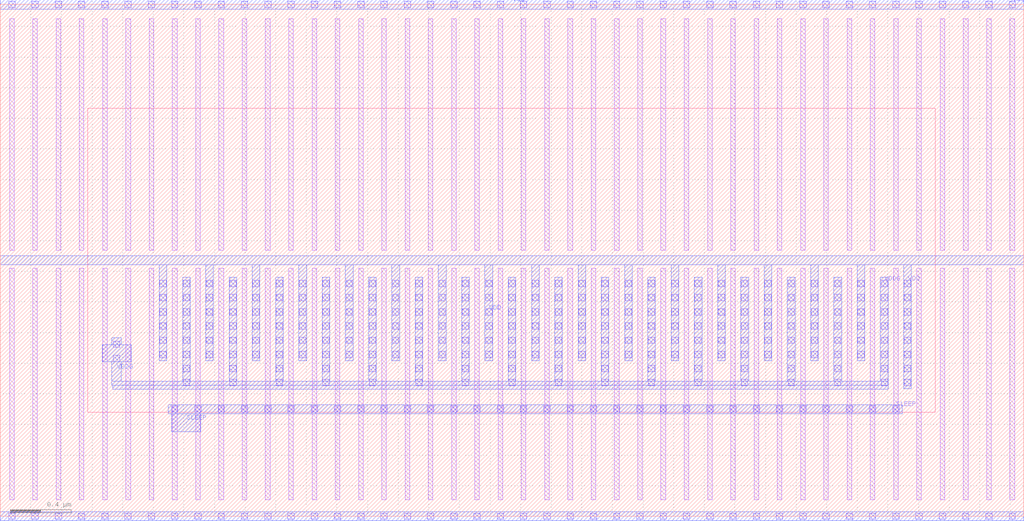
<source format=lef>
VERSION 5.8 ;
BUSBITCHARS "[]" ;

UNITS
  DATABASE MICRONS 1000 ;
END UNITS

MANUFACTURINGGRID 0.001 ;

PROPERTYDEFINITIONS
  MACRO expanded_util REAL ;
  MACRO previous_effective_target_usage REAL ;
END PROPERTYDEFINITIONS

LAYER NWELL
  TYPE MASTERSLICE ;
END NWELL

LAYER PO
  TYPE MASTERSLICE ;
END PO

LAYER CO
  TYPE CUT ;
END CO

LAYER M1
  TYPE ROUTING ;
  DIRECTION VERTICAL ;
  PITCH 0.152 ;
  WIDTH 0.05 ;
  PROPERTY LEF58_WIDTH "WIDTH 0.05 WRONGDIRECTION ;" ;
END M1

LAYER VIA1
  TYPE CUT ;
END VIA1

LAYER M2
  TYPE ROUTING ;
  DIRECTION HORIZONTAL ;
  PITCH 0.152 ;
  WIDTH 0.056 ;
  PROPERTY LEF58_WIDTH "WIDTH 0.056 WRONGDIRECTION ;" ;
END M2

LAYER VIA2
  TYPE CUT ;
END VIA2

LAYER M3
  TYPE ROUTING ;
  DIRECTION VERTICAL ;
  PITCH 0.304 ;
  WIDTH 0.056 ;
  PROPERTY LEF58_WIDTH "WIDTH 0.056 WRONGDIRECTION ;" ;
END M3

LAYER VIA3
  TYPE CUT ;
END VIA3

LAYER M4
  TYPE ROUTING ;
  DIRECTION HORIZONTAL ;
  PITCH 0.304 ;
  WIDTH 0.056 ;
  PROPERTY LEF58_WIDTH "WIDTH 0.056 WRONGDIRECTION ;" ;
END M4

LAYER VIA4
  TYPE CUT ;
END VIA4

LAYER M5
  TYPE ROUTING ;
  DIRECTION VERTICAL ;
  PITCH 0.608 ;
  WIDTH 0.056 ;
  PROPERTY LEF58_WIDTH "WIDTH 0.056 WRONGDIRECTION ;" ;
END M5

LAYER VIA5
  TYPE CUT ;
END VIA5

LAYER M6
  TYPE ROUTING ;
  DIRECTION HORIZONTAL ;
  PITCH 0.608 ;
  WIDTH 0.056 ;
  PROPERTY LEF58_WIDTH "WIDTH 0.056 WRONGDIRECTION ;" ;
END M6

LAYER VIA6
  TYPE CUT ;
END VIA6

LAYER M7
  TYPE ROUTING ;
  DIRECTION VERTICAL ;
  PITCH 1.216 ;
  WIDTH 0.056 ;
  PROPERTY LEF58_WIDTH "WIDTH 0.056 WRONGDIRECTION ;" ;
END M7

LAYER VIA7
  TYPE CUT ;
END VIA7

LAYER M8
  TYPE ROUTING ;
  DIRECTION HORIZONTAL ;
  PITCH 1.216 ;
  WIDTH 0.056 ;
  PROPERTY LEF58_WIDTH "WIDTH 0.056 WRONGDIRECTION ;" ;
END M8

LAYER VIA8
  TYPE CUT ;
END VIA8

LAYER M9
  TYPE ROUTING ;
  DIRECTION HORIZONTAL ;
  PITCH 2.432 ;
  WIDTH 0.16 ;
  PROPERTY LEF58_WIDTH "WIDTH 0.16 WRONGDIRECTION ;" ;
END M9

LAYER VIARDL
  TYPE CUT ;
END VIARDL

LAYER MRDL
  TYPE ROUTING ;
  DIRECTION HORIZONTAL ;
  PITCH 4.864 ;
  WIDTH 2 ;
  PROPERTY LEF58_WIDTH "WIDTH 2 WRONGDIRECTION ;" ;
END MRDL

LAYER DNW
  TYPE MASTERSLICE ;
END DNW

LAYER DIFF
  TYPE MASTERSLICE ;
END DIFF

LAYER PIMP
  TYPE MASTERSLICE ;
END PIMP

LAYER NIMP
  TYPE MASTERSLICE ;
END NIMP

LAYER DIFF_18
  TYPE MASTERSLICE ;
END DIFF_18

LAYER PAD
  TYPE MASTERSLICE ;
END PAD

LAYER ESD_25
  TYPE MASTERSLICE ;
END ESD_25

LAYER SBLK
  TYPE MASTERSLICE ;
END SBLK

LAYER HVTIMP
  TYPE MASTERSLICE ;
END HVTIMP

LAYER LVTIMP
  TYPE MASTERSLICE ;
END LVTIMP

LAYER M1PIN
  TYPE MASTERSLICE ;
END M1PIN

LAYER M2PIN
  TYPE MASTERSLICE ;
END M2PIN

LAYER M3PIN
  TYPE MASTERSLICE ;
END M3PIN

LAYER M4PIN
  TYPE MASTERSLICE ;
END M4PIN

LAYER M5PIN
  TYPE MASTERSLICE ;
END M5PIN

LAYER M6PIN
  TYPE MASTERSLICE ;
END M6PIN

LAYER M7PIN
  TYPE MASTERSLICE ;
END M7PIN

LAYER M8PIN
  TYPE MASTERSLICE ;
END M8PIN

LAYER M9PIN
  TYPE MASTERSLICE ;
END M9PIN

LAYER MRDL9PIN
  TYPE MASTERSLICE ;
END MRDL9PIN

LAYER HOTNWL
  TYPE MASTERSLICE ;
END HOTNWL

LAYER DIOD
  TYPE MASTERSLICE ;
END DIOD

LAYER BJTDMY
  TYPE MASTERSLICE ;
END BJTDMY

LAYER RNW
  TYPE MASTERSLICE ;
END RNW

LAYER RMARK
  TYPE MASTERSLICE ;
END RMARK

LAYER prBoundary
  TYPE MASTERSLICE ;
END prBoundary

LAYER LOGO
  TYPE MASTERSLICE ;
END LOGO

LAYER IP
  TYPE MASTERSLICE ;
END IP

LAYER RM1
  TYPE MASTERSLICE ;
END RM1

LAYER RM2
  TYPE MASTERSLICE ;
END RM2

LAYER RM3
  TYPE MASTERSLICE ;
END RM3

LAYER RM4
  TYPE MASTERSLICE ;
END RM4

LAYER RM5
  TYPE MASTERSLICE ;
END RM5

LAYER RM6
  TYPE MASTERSLICE ;
END RM6

LAYER RM7
  TYPE MASTERSLICE ;
END RM7

LAYER RM8
  TYPE MASTERSLICE ;
END RM8

LAYER RM9
  TYPE MASTERSLICE ;
END RM9

LAYER DM1EXCL
  TYPE MASTERSLICE ;
END DM1EXCL

LAYER DM2EXCL
  TYPE MASTERSLICE ;
END DM2EXCL

LAYER DM3EXCL
  TYPE MASTERSLICE ;
END DM3EXCL

LAYER DM4EXCL
  TYPE MASTERSLICE ;
END DM4EXCL

LAYER DM5EXCL
  TYPE MASTERSLICE ;
END DM5EXCL

LAYER DM6EXCL
  TYPE MASTERSLICE ;
END DM6EXCL

LAYER DM7EXCL
  TYPE MASTERSLICE ;
END DM7EXCL

LAYER DM8EXCL
  TYPE MASTERSLICE ;
END DM8EXCL

LAYER DM9EXCL
  TYPE MASTERSLICE ;
END DM9EXCL

LAYER DIFF_25
  TYPE MASTERSLICE ;
END DIFF_25

LAYER DIFF_FM
  TYPE MASTERSLICE ;
END DIFF_FM

LAYER PO_FM
  TYPE MASTERSLICE ;
END PO_FM

VIA VIA12SQ_C
  LAYER M1 ;
    RECT -0.055 -0.03 0.055 0.03 ;
  LAYER VIA1 ;
    RECT -0.025 -0.025 0.025 0.025 ;
  LAYER M2 ;
    RECT -0.03 -0.055 0.03 0.055 ;
END VIA12SQ_C

VIA VIA12BAR_C
  LAYER M1 ;
    RECT -0.055 -0.055 0.055 0.055 ;
  LAYER VIA1 ;
    RECT -0.025 -0.05 0.025 0.05 ;
  LAYER M2 ;
    RECT -0.03 -0.08 0.03 0.08 ;
END VIA12BAR_C

VIA VIA12LG_C
  LAYER M1 ;
    RECT -0.08 -0.055 0.08 0.055 ;
  LAYER VIA1 ;
    RECT -0.05 -0.05 0.05 0.05 ;
  LAYER M2 ;
    RECT -0.08 -0.055 0.08 0.055 ;
END VIA12LG_C

VIA VIA12SQ
  LAYER M1 ;
    RECT -0.055 -0.03 0.055 0.03 ;
  LAYER VIA1 ;
    RECT -0.025 -0.025 0.025 0.025 ;
  LAYER M2 ;
    RECT -0.055 -0.03 0.055 0.03 ;
END VIA12SQ

VIA VIA12BAR
  LAYER M1 ;
    RECT -0.055 -0.055 0.055 0.055 ;
  LAYER VIA1 ;
    RECT -0.025 -0.05 0.025 0.05 ;
  LAYER M2 ;
    RECT -0.055 -0.055 0.055 0.055 ;
END VIA12BAR

VIA VIA12LG
  LAYER M1 ;
    RECT -0.08 -0.055 0.08 0.055 ;
  LAYER VIA1 ;
    RECT -0.05 -0.05 0.05 0.05 ;
  LAYER M2 ;
    RECT -0.08 -0.055 0.08 0.055 ;
END VIA12LG

VIA VIA23SQ_C
  LAYER M2 ;
    RECT -0.055 -0.03 0.055 0.03 ;
  LAYER VIA2 ;
    RECT -0.025 -0.025 0.025 0.025 ;
  LAYER M3 ;
    RECT -0.03 -0.055 0.03 0.055 ;
END VIA23SQ_C

VIA VIA23BAR_C
  LAYER M2 ;
    RECT -0.055 -0.055 0.055 0.055 ;
  LAYER VIA2 ;
    RECT -0.025 -0.05 0.025 0.05 ;
  LAYER M3 ;
    RECT -0.03 -0.08 0.03 0.08 ;
END VIA23BAR_C

VIA VIA23LG_C
  LAYER M2 ;
    RECT -0.08 -0.055 0.08 0.055 ;
  LAYER VIA2 ;
    RECT -0.05 -0.05 0.05 0.05 ;
  LAYER M3 ;
    RECT -0.08 -0.055 0.08 0.055 ;
END VIA23LG_C

VIA VIA23SQ
  LAYER M2 ;
    RECT -0.055 -0.03 0.055 0.03 ;
  LAYER VIA2 ;
    RECT -0.025 -0.025 0.025 0.025 ;
  LAYER M3 ;
    RECT -0.055 -0.03 0.055 0.03 ;
END VIA23SQ

VIA VIA23BAR
  LAYER M2 ;
    RECT -0.055 -0.055 0.055 0.055 ;
  LAYER VIA2 ;
    RECT -0.025 -0.05 0.025 0.05 ;
  LAYER M3 ;
    RECT -0.055 -0.055 0.055 0.055 ;
END VIA23BAR

VIA VIA23LG
  LAYER M2 ;
    RECT -0.08 -0.055 0.08 0.055 ;
  LAYER VIA2 ;
    RECT -0.05 -0.05 0.05 0.05 ;
  LAYER M3 ;
    RECT -0.08 -0.055 0.08 0.055 ;
END VIA23LG

VIA VIA34SQ_C
  LAYER M3 ;
    RECT -0.055 -0.03 0.055 0.03 ;
  LAYER VIA3 ;
    RECT -0.025 -0.025 0.025 0.025 ;
  LAYER M4 ;
    RECT -0.03 -0.055 0.03 0.055 ;
END VIA34SQ_C

VIA VIA34BAR_C
  LAYER M3 ;
    RECT -0.055 -0.055 0.055 0.055 ;
  LAYER VIA3 ;
    RECT -0.025 -0.05 0.025 0.05 ;
  LAYER M4 ;
    RECT -0.03 -0.08 0.03 0.08 ;
END VIA34BAR_C

VIA VIA34LG_C
  LAYER M3 ;
    RECT -0.08 -0.055 0.08 0.055 ;
  LAYER VIA3 ;
    RECT -0.05 -0.05 0.05 0.05 ;
  LAYER M4 ;
    RECT -0.08 -0.055 0.08 0.055 ;
END VIA34LG_C

VIA VIA34SQ
  LAYER M3 ;
    RECT -0.055 -0.03 0.055 0.03 ;
  LAYER VIA3 ;
    RECT -0.025 -0.025 0.025 0.025 ;
  LAYER M4 ;
    RECT -0.055 -0.03 0.055 0.03 ;
END VIA34SQ

VIA VIA34BAR
  LAYER M3 ;
    RECT -0.055 -0.055 0.055 0.055 ;
  LAYER VIA3 ;
    RECT -0.025 -0.05 0.025 0.05 ;
  LAYER M4 ;
    RECT -0.055 -0.055 0.055 0.055 ;
END VIA34BAR

VIA VIA34LG
  LAYER M3 ;
    RECT -0.08 -0.055 0.08 0.055 ;
  LAYER VIA3 ;
    RECT -0.05 -0.05 0.05 0.05 ;
  LAYER M4 ;
    RECT -0.08 -0.055 0.08 0.055 ;
END VIA34LG

VIA VIA45SQ_C
  LAYER M4 ;
    RECT -0.055 -0.03 0.055 0.03 ;
  LAYER VIA4 ;
    RECT -0.025 -0.025 0.025 0.025 ;
  LAYER M5 ;
    RECT -0.03 -0.055 0.03 0.055 ;
END VIA45SQ_C

VIA VIA45BAR_C
  LAYER M4 ;
    RECT -0.055 -0.055 0.055 0.055 ;
  LAYER VIA4 ;
    RECT -0.025 -0.05 0.025 0.05 ;
  LAYER M5 ;
    RECT -0.03 -0.08 0.03 0.08 ;
END VIA45BAR_C

VIA VIA45LG_C
  LAYER M4 ;
    RECT -0.08 -0.055 0.08 0.055 ;
  LAYER VIA4 ;
    RECT -0.05 -0.05 0.05 0.05 ;
  LAYER M5 ;
    RECT -0.08 -0.055 0.08 0.055 ;
END VIA45LG_C

VIA VIA45SQ
  LAYER M4 ;
    RECT -0.055 -0.03 0.055 0.03 ;
  LAYER VIA4 ;
    RECT -0.025 -0.025 0.025 0.025 ;
  LAYER M5 ;
    RECT -0.055 -0.03 0.055 0.03 ;
END VIA45SQ

VIA VIA45BAR
  LAYER M4 ;
    RECT -0.055 -0.055 0.055 0.055 ;
  LAYER VIA4 ;
    RECT -0.025 -0.05 0.025 0.05 ;
  LAYER M5 ;
    RECT -0.055 -0.055 0.055 0.055 ;
END VIA45BAR

VIA VIA45LG
  LAYER M4 ;
    RECT -0.08 -0.055 0.08 0.055 ;
  LAYER VIA4 ;
    RECT -0.05 -0.05 0.05 0.05 ;
  LAYER M5 ;
    RECT -0.08 -0.055 0.08 0.055 ;
END VIA45LG

VIA VIA56SQ_C
  LAYER M5 ;
    RECT -0.055 -0.03 0.055 0.03 ;
  LAYER VIA5 ;
    RECT -0.025 -0.025 0.025 0.025 ;
  LAYER M6 ;
    RECT -0.03 -0.055 0.03 0.055 ;
END VIA56SQ_C

VIA VIA56BAR_C
  LAYER M5 ;
    RECT -0.055 -0.055 0.055 0.055 ;
  LAYER VIA5 ;
    RECT -0.025 -0.05 0.025 0.05 ;
  LAYER M6 ;
    RECT -0.03 -0.08 0.03 0.08 ;
END VIA56BAR_C

VIA VIA56LG_C
  LAYER M5 ;
    RECT -0.08 -0.055 0.08 0.055 ;
  LAYER VIA5 ;
    RECT -0.05 -0.05 0.05 0.05 ;
  LAYER M6 ;
    RECT -0.08 -0.055 0.08 0.055 ;
END VIA56LG_C

VIA VIA56SQ
  LAYER M5 ;
    RECT -0.055 -0.03 0.055 0.03 ;
  LAYER VIA5 ;
    RECT -0.025 -0.025 0.025 0.025 ;
  LAYER M6 ;
    RECT -0.055 -0.03 0.055 0.03 ;
END VIA56SQ

VIA VIA56BAR
  LAYER M5 ;
    RECT -0.055 -0.055 0.055 0.055 ;
  LAYER VIA5 ;
    RECT -0.025 -0.05 0.025 0.05 ;
  LAYER M6 ;
    RECT -0.055 -0.055 0.055 0.055 ;
END VIA56BAR

VIA VIA56LG
  LAYER M5 ;
    RECT -0.08 -0.055 0.08 0.055 ;
  LAYER VIA5 ;
    RECT -0.05 -0.05 0.05 0.05 ;
  LAYER M6 ;
    RECT -0.08 -0.055 0.08 0.055 ;
END VIA56LG

VIA VIA67SQ_C
  LAYER M6 ;
    RECT -0.055 -0.03 0.055 0.03 ;
  LAYER VIA6 ;
    RECT -0.025 -0.025 0.025 0.025 ;
  LAYER M7 ;
    RECT -0.03 -0.055 0.03 0.055 ;
END VIA67SQ_C

VIA VIA67BAR_C
  LAYER M6 ;
    RECT -0.055 -0.055 0.055 0.055 ;
  LAYER VIA6 ;
    RECT -0.025 -0.05 0.025 0.05 ;
  LAYER M7 ;
    RECT -0.03 -0.08 0.03 0.08 ;
END VIA67BAR_C

VIA VIA67LG_C
  LAYER M6 ;
    RECT -0.08 -0.055 0.08 0.055 ;
  LAYER VIA6 ;
    RECT -0.05 -0.05 0.05 0.05 ;
  LAYER M7 ;
    RECT -0.08 -0.055 0.08 0.055 ;
END VIA67LG_C

VIA VIA67SQ
  LAYER M6 ;
    RECT -0.055 -0.03 0.055 0.03 ;
  LAYER VIA6 ;
    RECT -0.025 -0.025 0.025 0.025 ;
  LAYER M7 ;
    RECT -0.055 -0.03 0.055 0.03 ;
END VIA67SQ

VIA VIA67BAR
  LAYER M6 ;
    RECT -0.055 -0.055 0.055 0.055 ;
  LAYER VIA6 ;
    RECT -0.025 -0.05 0.025 0.05 ;
  LAYER M7 ;
    RECT -0.055 -0.055 0.055 0.055 ;
END VIA67BAR

VIA VIA67LG
  LAYER M6 ;
    RECT -0.08 -0.055 0.08 0.055 ;
  LAYER VIA6 ;
    RECT -0.05 -0.05 0.05 0.05 ;
  LAYER M7 ;
    RECT -0.08 -0.055 0.08 0.055 ;
END VIA67LG

VIA VIA78SQ_C
  LAYER M7 ;
    RECT -0.055 -0.03 0.055 0.03 ;
  LAYER VIA7 ;
    RECT -0.025 -0.025 0.025 0.025 ;
  LAYER M8 ;
    RECT -0.03 -0.055 0.03 0.055 ;
END VIA78SQ_C

VIA VIA78BAR_C
  LAYER M7 ;
    RECT -0.055 -0.055 0.055 0.055 ;
  LAYER VIA7 ;
    RECT -0.025 -0.05 0.025 0.05 ;
  LAYER M8 ;
    RECT -0.03 -0.08 0.03 0.08 ;
END VIA78BAR_C

VIA VIA78LG_C
  LAYER M7 ;
    RECT -0.08 -0.055 0.08 0.055 ;
  LAYER VIA7 ;
    RECT -0.05 -0.05 0.05 0.05 ;
  LAYER M8 ;
    RECT -0.08 -0.055 0.08 0.055 ;
END VIA78LG_C

VIA VIA78SQ
  LAYER M7 ;
    RECT -0.055 -0.03 0.055 0.03 ;
  LAYER VIA7 ;
    RECT -0.025 -0.025 0.025 0.025 ;
  LAYER M8 ;
    RECT -0.055 -0.03 0.055 0.03 ;
END VIA78SQ

VIA VIA78BAR
  LAYER M7 ;
    RECT -0.055 -0.055 0.055 0.055 ;
  LAYER VIA7 ;
    RECT -0.025 -0.05 0.025 0.05 ;
  LAYER M8 ;
    RECT -0.055 -0.055 0.055 0.055 ;
END VIA78BAR

VIA VIA78LG
  LAYER M7 ;
    RECT -0.08 -0.055 0.08 0.055 ;
  LAYER VIA7 ;
    RECT -0.05 -0.05 0.05 0.05 ;
  LAYER M8 ;
    RECT -0.08 -0.055 0.08 0.055 ;
END VIA78LG

VIA VIA89_C
  LAYER M8 ;
    RECT -0.095 -0.08 0.095 0.08 ;
  LAYER VIA8 ;
    RECT -0.065 -0.065 0.065 0.065 ;
  LAYER M9 ;
    RECT -0.08 -0.095 0.08 0.095 ;
END VIA89_C

VIA VIA89
  LAYER M8 ;
    RECT -0.095 -0.08 0.095 0.08 ;
  LAYER VIA8 ;
    RECT -0.065 -0.065 0.065 0.065 ;
  LAYER M9 ;
    RECT -0.095 -0.08 0.095 0.08 ;
END VIA89

VIA VIA9RDL
  LAYER M9 ;
    RECT -1.5 -1.5 1.5 1.5 ;
  LAYER VIARDL ;
    RECT -1 -1 1 1 ;
  LAYER MRDL ;
    RECT -1.5 -1.5 1.5 1.5 ;
END VIA9RDL

SITE unit
  CLASS CORE ;
  SYMMETRY Y ;
  SIZE 0.152 BY 1.672 ;
END unit

MACRO DFFX1_RVT
  CLASS CORE ;
  ORIGIN 0 0 ;
  SIZE 3.952 BY 1.672 ;
  SYMMETRY X Y R90 ;
  SITE unit ;
  PIN D
    DIRECTION INPUT ;
    USE SIGNAL ;
    PORT
      LAYER CO ;
        RECT 0.359 0.684 0.401 0.726 ;
      LAYER M1 ;
        RECT 0.249 0.68 0.421 0.73 ;
        RECT 0.249 0.553 0.359 0.68 ;
    END
    ANTENNAMODEL OXIDE1 ;
    ANTENNAGATEAREA 0.021 ;
  END D
  PIN CLK
    DIRECTION INPUT ;
    USE SIGNAL ;
    PORT
      LAYER CO ;
        RECT 0.663 1.53 0.705 1.572 ;
      LAYER M1 ;
        RECT 0.553 1.424 0.725 1.576 ;
    END
    ANTENNAMODEL OXIDE1 ;
    ANTENNAGATEAREA 0.0342 ;
  END CLK
  PIN Q
    DIRECTION OUTPUT ;
    USE SIGNAL ;
    PORT
      LAYER CO ;
        RECT 3.323 0.195 3.365 0.237 ;
        RECT 3.323 0.287 3.365 0.329 ;
        RECT 3.323 0.932 3.365 0.974 ;
        RECT 3.323 1.024 3.365 1.066 ;
        RECT 3.323 1.116 3.365 1.158 ;
        RECT 3.323 1.208 3.365 1.25 ;
        RECT 3.323 1.3 3.365 1.342 ;
        RECT 3.323 1.392 3.365 1.434 ;
        RECT 3.323 1.484 3.365 1.526 ;
      LAYER M1 ;
        RECT 3.593 1.009 3.703 1.119 ;
        RECT 3.319 0.854 3.369 1.546 ;
        RECT 3.653 0.854 3.703 1.009 ;
        RECT 3.319 0.804 3.703 0.854 ;
        RECT 3.653 0.359 3.703 0.804 ;
        RECT 3.319 0.309 3.703 0.359 ;
        RECT 3.319 0.148 3.369 0.309 ;
    END
    ANTENNADIFFAREA 0.1244 ;
  END Q
  PIN QN
    DIRECTION OUTPUT ;
    USE SIGNAL ;
    PORT
      LAYER CO ;
        RECT 3.627 0.158 3.669 0.2 ;
        RECT 3.627 1.3 3.669 1.342 ;
        RECT 3.627 1.392 3.669 1.434 ;
        RECT 3.627 1.484 3.669 1.526 ;
      LAYER M1 ;
        RECT 3.623 1.271 3.673 1.546 ;
        RECT 3.623 1.221 3.856 1.271 ;
        RECT 3.745 1.161 3.856 1.221 ;
        RECT 3.805 0.204 3.855 1.161 ;
        RECT 3.607 0.154 3.855 0.204 ;
    END
    ANTENNADIFFAREA 0.1244 ;
  END QN
  PIN VDD
    DIRECTION INOUT ;
    USE POWER ;
    PORT
      LAYER CO ;
        RECT 0.283 1.062 0.325 1.104 ;
        RECT 3.475 1.072 3.517 1.114 ;
        RECT 0.739 1.108 0.781 1.15 ;
        RECT 0.891 1.122 0.933 1.164 ;
        RECT 0.283 1.154 0.325 1.196 ;
        RECT 3.475 1.164 3.517 1.206 ;
        RECT 0.739 1.2 0.781 1.242 ;
        RECT 0.891 1.214 0.933 1.256 ;
        RECT 3.475 1.256 3.517 1.298 ;
        RECT 1.803 1.282 1.845 1.324 ;
        RECT 1.955 1.282 1.997 1.324 ;
        RECT 0.739 1.292 0.781 1.334 ;
        RECT 0.891 1.306 0.933 1.348 ;
        RECT 2.715 1.312 2.757 1.354 ;
        RECT 3.171 1.312 3.213 1.354 ;
        RECT 3.475 1.348 3.517 1.39 ;
        RECT 0.891 1.398 0.933 1.44 ;
        RECT 0.055 1.651 0.097 1.693 ;
        RECT 0.207 1.651 0.249 1.693 ;
        RECT 0.359 1.651 0.401 1.693 ;
        RECT 0.511 1.651 0.553 1.693 ;
        RECT 0.663 1.651 0.705 1.693 ;
        RECT 0.815 1.651 0.857 1.693 ;
        RECT 0.967 1.651 1.009 1.693 ;
        RECT 1.119 1.651 1.161 1.693 ;
        RECT 1.271 1.651 1.313 1.693 ;
        RECT 1.423 1.651 1.465 1.693 ;
        RECT 1.575 1.651 1.617 1.693 ;
        RECT 1.727 1.651 1.769 1.693 ;
        RECT 1.879 1.651 1.921 1.693 ;
        RECT 2.031 1.651 2.073 1.693 ;
        RECT 2.183 1.651 2.225 1.693 ;
        RECT 2.335 1.651 2.377 1.693 ;
        RECT 2.487 1.651 2.529 1.693 ;
        RECT 2.639 1.651 2.681 1.693 ;
        RECT 2.791 1.651 2.833 1.693 ;
        RECT 2.943 1.651 2.985 1.693 ;
        RECT 3.095 1.651 3.137 1.693 ;
        RECT 3.247 1.651 3.289 1.693 ;
        RECT 3.399 1.651 3.441 1.693 ;
        RECT 3.551 1.651 3.593 1.693 ;
        RECT 3.703 1.651 3.745 1.693 ;
        RECT 3.855 1.651 3.897 1.693 ;
      LAYER M1 ;
        RECT 0 1.642 3.952 1.702 ;
        RECT 2.639 1.358 2.689 1.642 ;
        RECT 3.207 1.358 3.257 1.642 ;
        RECT 0.887 1.354 0.937 1.642 ;
        RECT 1.975 1.328 2.025 1.642 ;
        RECT 2.639 1.308 2.777 1.358 ;
        RECT 3.149 1.308 3.257 1.358 ;
        RECT 0.279 1.033 0.329 1.642 ;
        RECT 3.471 0.947 3.521 1.642 ;
        RECT 0.735 1.304 0.937 1.354 ;
        RECT 1.782 1.278 2.025 1.328 ;
        RECT 0.735 1.088 0.785 1.304 ;
        RECT 0.887 1.101 0.937 1.304 ;
    END
  END VDD
  PIN VSS
    DIRECTION INOUT ;
    USE GROUND ;
    PORT
      LAYER CO ;
        RECT 0.055 -0.021 0.097 0.021 ;
        RECT 0.207 -0.021 0.249 0.021 ;
        RECT 0.359 -0.021 0.401 0.021 ;
        RECT 0.511 -0.021 0.553 0.021 ;
        RECT 0.663 -0.021 0.705 0.021 ;
        RECT 0.815 -0.021 0.857 0.021 ;
        RECT 0.967 -0.021 1.009 0.021 ;
        RECT 1.119 -0.021 1.161 0.021 ;
        RECT 1.271 -0.021 1.313 0.021 ;
        RECT 1.423 -0.021 1.465 0.021 ;
        RECT 1.575 -0.021 1.617 0.021 ;
        RECT 1.727 -0.021 1.769 0.021 ;
        RECT 1.879 -0.021 1.921 0.021 ;
        RECT 2.031 -0.021 2.073 0.021 ;
        RECT 2.183 -0.021 2.225 0.021 ;
        RECT 2.335 -0.021 2.377 0.021 ;
        RECT 2.487 -0.021 2.529 0.021 ;
        RECT 2.639 -0.021 2.681 0.021 ;
        RECT 2.791 -0.021 2.833 0.021 ;
        RECT 2.943 -0.021 2.985 0.021 ;
        RECT 3.095 -0.021 3.137 0.021 ;
        RECT 3.247 -0.021 3.289 0.021 ;
        RECT 3.399 -0.021 3.441 0.021 ;
        RECT 3.551 -0.021 3.593 0.021 ;
        RECT 3.703 -0.021 3.745 0.021 ;
        RECT 3.855 -0.021 3.897 0.021 ;
        RECT 3.475 0.158 3.517 0.2 ;
        RECT 0.739 0.2 0.781 0.242 ;
        RECT 1.955 0.203 1.997 0.245 ;
        RECT 1.803 0.219 1.845 0.261 ;
        RECT 0.891 0.275 0.933 0.317 ;
        RECT 1.803 0.311 1.845 0.353 ;
        RECT 2.715 0.334 2.757 0.376 ;
        RECT 3.171 0.334 3.213 0.376 ;
        RECT 0.283 0.344 0.325 0.386 ;
        RECT 0.739 0.388 0.781 0.43 ;
        RECT 0.891 0.388 0.933 0.43 ;
      LAYER M1 ;
        RECT 2.695 0.33 3.233 0.38 ;
        RECT 1.799 0.249 1.849 0.373 ;
        RECT 0.735 0.246 0.785 0.45 ;
        RECT 0.887 0.246 0.937 0.45 ;
        RECT 1.799 0.199 2.024 0.249 ;
        RECT 0.586 0.196 0.937 0.246 ;
        RECT 0.279 0.03 0.329 0.419 ;
        RECT 3.167 0.03 3.217 0.33 ;
        RECT 3.471 0.03 3.521 0.22 ;
        RECT 1.799 0.03 1.849 0.199 ;
        RECT 0.586 0.03 0.636 0.196 ;
        RECT 0 -0.03 3.952 0.03 ;
    END
  END VSS
  OBS
    LAYER CO ;
      RECT 1.195 0.319 1.237 0.361 ;
      RECT 1.347 0.375 1.389 0.417 ;
      RECT 1.727 0.762 1.769 0.804 ;
      RECT 1.879 1.522 1.921 1.564 ;
      RECT 1.195 1.252 1.237 1.294 ;
      RECT 1.043 0.506 1.085 0.548 ;
      RECT 0.435 1.062 0.477 1.104 ;
      RECT 1.043 0.414 1.085 0.456 ;
      RECT 0.435 1.154 0.477 1.196 ;
      RECT 0.435 1.062 0.477 1.104 ;
      RECT 2.107 1.199 2.149 1.241 ;
      RECT 2.107 1.291 2.149 1.333 ;
      RECT 2.867 1.212 2.909 1.254 ;
      RECT 1.499 1.162 1.541 1.204 ;
      RECT 1.347 1.16 1.389 1.202 ;
      RECT 1.119 1.53 1.161 1.572 ;
      RECT 1.727 1.482 1.769 1.524 ;
      RECT 0.587 0.76 0.629 0.802 ;
      RECT 2.031 0.644 2.073 0.686 ;
      RECT 2.259 1.107 2.301 1.149 ;
      RECT 3.095 1.525 3.137 1.567 ;
      RECT 2.183 1.526 2.225 1.568 ;
      RECT 1.271 1.49 1.313 1.532 ;
      RECT 2.791 1.525 2.833 1.567 ;
      RECT 3.551 0.608 3.593 0.65 ;
      RECT 2.639 0.703 2.681 0.745 ;
      RECT 2.867 0.442 2.909 0.484 ;
      RECT 2.411 0.49 2.453 0.532 ;
      RECT 2.183 0.644 2.225 0.686 ;
      RECT 2.791 0.12 2.833 0.162 ;
      RECT 2.335 0.18 2.377 0.222 ;
      RECT 1.727 0.544 1.769 0.586 ;
      RECT 1.499 0.438 1.541 0.48 ;
      RECT 1.423 0.1 1.465 0.142 ;
      RECT 2.943 0.608 2.985 0.65 ;
      RECT 1.575 1.005 1.617 1.047 ;
      RECT 0.815 0.1 0.857 0.142 ;
      RECT 1.119 0.649 1.161 0.691 ;
      RECT 0.435 0.492 0.477 0.534 ;
      RECT 1.195 1.16 1.237 1.202 ;
      RECT 2.335 1.526 2.377 1.568 ;
      RECT 1.043 0.852 1.085 0.894 ;
      RECT 2.259 0.391 2.301 0.433 ;
      RECT 3.399 0.608 3.441 0.65 ;
      RECT 2.563 0.982 2.605 1.024 ;
      RECT 1.043 0.76 1.085 0.802 ;
      RECT 0.815 0.622 0.857 0.664 ;
      RECT 2.259 1.291 2.301 1.333 ;
      RECT 0.435 1.154 0.477 1.196 ;
      RECT 2.411 1.103 2.453 1.145 ;
      RECT 2.107 0.424 2.149 0.466 ;
      RECT 0.967 0.622 1.009 0.664 ;
      RECT 1.347 1.252 1.389 1.294 ;
      RECT 2.563 0.542 2.605 0.584 ;
      RECT 1.879 0.544 1.921 0.586 ;
      RECT 1.423 1.503 1.465 1.545 ;
      RECT 2.259 1.199 2.301 1.241 ;
      RECT 0.587 0.442 0.629 0.484 ;
      RECT 0.587 0.442 0.629 0.484 ;
      RECT 1.271 0.1 1.313 0.142 ;
      RECT 0.587 0.442 0.629 0.484 ;
      RECT 1.347 0.375 1.389 0.417 ;
      RECT 1.347 0.375 1.389 0.417 ;
      RECT 1.195 0.319 1.237 0.361 ;
      RECT 1.195 0.319 1.237 0.361 ;
      RECT 0.587 0.852 0.629 0.894 ;
      RECT 3.095 0.713 3.137 0.755 ;
    LAYER M1 ;
      RECT 1.191 0.299 1.281 0.381 ;
      RECT 0.431 0.988 1.265 1.038 ;
      RECT 1.191 1.038 1.241 1.314 ;
      RECT 1.215 0.381 1.265 0.988 ;
      RECT 0.431 0.779 0.521 0.829 ;
      RECT 0.431 0.579 0.521 0.629 ;
      RECT 0.431 1.038 0.481 1.216 ;
      RECT 0.431 0.829 0.481 0.988 ;
      RECT 0.431 0.455 0.481 0.579 ;
      RECT 0.471 0.629 0.521 0.779 ;
      RECT 2.115 0.23 2.837 0.28 ;
      RECT 2.787 0.088 2.837 0.23 ;
      RECT 1.964 0.314 2.165 0.364 ;
      RECT 1.707 0.54 2.014 0.59 ;
      RECT 2.315 0.178 2.397 0.23 ;
      RECT 2.115 0.28 2.165 0.314 ;
      RECT 1.964 0.364 2.014 0.54 ;
      RECT 1.343 0.64 2.093 0.69 ;
      RECT 1.343 0.434 1.561 0.484 ;
      RECT 1.343 1.158 1.561 1.208 ;
      RECT 1.343 0.355 1.393 0.434 ;
      RECT 1.343 1.208 1.393 1.314 ;
      RECT 1.343 0.69 1.393 1.158 ;
      RECT 1.343 0.484 1.393 0.64 ;
      RECT 3.207 0.704 3.597 0.754 ;
      RECT 2.407 0.438 3.597 0.488 ;
      RECT 3.547 0.488 3.597 0.704 ;
      RECT 2.619 0.699 2.76 0.749 ;
      RECT 2.847 1.208 3.257 1.258 ;
      RECT 2.407 0.488 2.457 1.165 ;
      RECT 2.71 0.488 2.76 0.699 ;
      RECT 3.207 0.754 3.257 1.208 ;
      RECT 1.707 0.758 2.229 0.808 ;
      RECT 2.179 0.587 2.229 0.758 ;
      RECT 1.55 1.001 2.345 1.051 ;
      RECT 2.255 0.371 2.305 0.42 ;
      RECT 2.072 0.42 2.345 0.47 ;
      RECT 2.103 1.166 2.153 1.308 ;
      RECT 2.103 1.308 2.305 1.358 ;
      RECT 2.295 0.47 2.345 1.001 ;
      RECT 2.255 1.051 2.305 1.308 ;
      RECT 2.824 0.604 3.461 0.654 ;
      RECT 2.519 0.538 2.649 0.588 ;
      RECT 2.824 1.028 2.874 1.029 ;
      RECT 2.824 0.654 2.874 0.978 ;
      RECT 2.542 1.027 2.874 1.028 ;
      RECT 2.519 0.588 2.569 0.978 ;
      RECT 2.519 0.978 2.874 1.027 ;
      RECT 2.77 1.521 3.157 1.571 ;
      RECT 1.419 1.478 1.789 1.528 ;
      RECT 1.419 1.528 1.469 1.565 ;
      RECT 1.099 1.526 1.317 1.576 ;
      RECT 1.875 1.428 1.925 1.584 ;
      RECT 1.267 1.428 1.317 1.526 ;
      RECT 1.267 1.378 1.925 1.428 ;
      RECT 0.583 0.618 1.029 0.668 ;
      RECT 0.583 0.668 0.633 0.914 ;
      RECT 0.583 0.422 0.633 0.618 ;
      RECT 1.039 0.518 1.165 0.568 ;
      RECT 1.039 0.768 1.089 0.914 ;
      RECT 1.039 0.718 1.165 0.768 ;
      RECT 1.039 0.394 1.089 0.518 ;
      RECT 1.115 0.568 1.165 0.718 ;
      RECT 2.934 0.709 3.157 0.759 ;
      RECT 2.355 1.272 2.581 1.322 ;
      RECT 2.163 1.522 2.405 1.572 ;
      RECT 2.355 1.322 2.405 1.522 ;
      RECT 2.531 1.149 2.581 1.272 ;
      RECT 2.934 0.759 2.984 1.099 ;
      RECT 2.531 1.099 2.984 1.149 ;
      RECT 0.795 0.096 1.491 0.146 ;
    LAYER PO ;
      RECT 3.101 1.012 3.131 1.606 ;
      RECT 2.341 0.068 2.371 0.622 ;
      RECT 0.061 0.066 0.091 1.606 ;
      RECT 0.365 0.068 0.395 1.606 ;
      RECT 0.213 0.066 0.243 1.606 ;
      RECT 1.733 0.73 1.763 1.606 ;
      RECT 1.125 0.068 1.155 1.606 ;
      RECT 3.253 0.068 3.283 1.606 ;
      RECT 3.709 0.068 3.739 1.606 ;
      RECT 2.949 0.068 2.979 1.606 ;
      RECT 1.885 0.068 1.915 1.606 ;
      RECT 0.669 0.068 0.699 1.606 ;
      RECT 2.037 0.068 2.067 1.606 ;
      RECT 1.581 0.068 1.611 1.606 ;
      RECT 0.821 0.068 0.851 1.606 ;
      RECT 2.493 0.068 2.523 1.606 ;
      RECT 2.189 0.068 2.219 1.606 ;
      RECT 2.797 0.068 2.827 1.606 ;
      RECT 3.557 0.068 3.587 1.606 ;
      RECT 1.429 0.068 1.459 1.606 ;
      RECT 2.645 0.068 2.675 1.606 ;
      RECT 0.973 0.068 1.003 1.606 ;
      RECT 3.405 0.068 3.435 1.606 ;
      RECT 0.517 0.068 0.547 1.606 ;
      RECT 1.277 0.068 1.307 0.542 ;
      RECT 3.861 0.068 3.891 1.606 ;
      RECT 1.277 0.99 1.307 1.606 ;
      RECT 3.101 0.068 3.131 0.787 ;
      RECT 1.733 0.068 1.763 0.618 ;
      RECT 2.341 0.882 2.371 1.606 ;
    LAYER NWELL ;
      RECT -0.115 0.679 4.067 1.773 ;
  END
END DFFX1_RVT

MACRO DFFARX1_RVT
  CLASS CORE ;
  ORIGIN 0 0 ;
  SIZE 4.256 BY 1.672 ;
  SYMMETRY X Y R90 ;
  SITE unit ;
  PIN D
    DIRECTION INPUT ;
    USE SIGNAL ;
    PORT
      LAYER CO ;
        RECT 0.359 0.684 0.401 0.726 ;
      LAYER M1 ;
        RECT 0.249 0.68 0.421 0.73 ;
        RECT 0.249 0.553 0.359 0.68 ;
    END
    ANTENNAMODEL OXIDE1 ;
    ANTENNAGATEAREA 0.021 ;
  END D
  PIN CLK
    DIRECTION INPUT ;
    USE SIGNAL ;
    PORT
      LAYER CO ;
        RECT 0.663 1.53 0.705 1.572 ;
      LAYER M1 ;
        RECT 0.553 1.424 0.725 1.576 ;
    END
    ANTENNAMODEL OXIDE1 ;
    ANTENNAGATEAREA 0.0342 ;
  END CLK
  PIN RSTB
    DIRECTION INPUT ;
    USE SIGNAL ;
    PORT
      LAYER CO ;
        RECT 2.791 0.124 2.833 0.166 ;
        RECT 1.727 0.138 1.769 0.18 ;
      LAYER M1 ;
        RECT 1.723 0.144 1.879 0.223 ;
        RECT 2.771 0.144 2.853 0.18 ;
        RECT 1.723 0.094 2.853 0.144 ;
    END
    ANTENNAMODEL OXIDE1 ;
    ANTENNAGATEAREA 0.0441 ;
  END RSTB
  PIN Q
    DIRECTION OUTPUT ;
    USE SIGNAL ;
    PORT
      LAYER CO ;
        RECT 3.627 0.195 3.669 0.237 ;
        RECT 3.627 0.287 3.669 0.329 ;
        RECT 3.627 0.932 3.669 0.974 ;
        RECT 3.627 1.024 3.669 1.066 ;
        RECT 3.627 1.116 3.669 1.158 ;
        RECT 3.627 1.208 3.669 1.25 ;
        RECT 3.627 1.3 3.669 1.342 ;
        RECT 3.627 1.392 3.669 1.434 ;
        RECT 3.627 1.484 3.669 1.526 ;
      LAYER M1 ;
        RECT 3.897 1.009 4.007 1.119 ;
        RECT 3.623 0.854 3.673 1.546 ;
        RECT 3.957 0.854 4.007 1.009 ;
        RECT 3.623 0.804 4.007 0.854 ;
        RECT 3.957 0.359 4.007 0.804 ;
        RECT 3.623 0.309 4.007 0.359 ;
        RECT 3.623 0.148 3.673 0.309 ;
    END
    ANTENNADIFFAREA 0.1244 ;
  END Q
  PIN QN
    DIRECTION OUTPUT ;
    USE SIGNAL ;
    PORT
      LAYER CO ;
        RECT 3.931 0.158 3.973 0.2 ;
        RECT 3.931 1.3 3.973 1.342 ;
        RECT 3.931 1.392 3.973 1.434 ;
        RECT 3.931 1.484 3.973 1.526 ;
      LAYER M1 ;
        RECT 3.927 1.271 3.977 1.546 ;
        RECT 3.927 1.221 4.16 1.271 ;
        RECT 4.05 1.161 4.16 1.221 ;
        RECT 4.109 0.204 4.159 1.161 ;
        RECT 3.911 0.154 4.159 0.204 ;
    END
    ANTENNADIFFAREA 0.1244 ;
  END QN
  PIN VDD
    DIRECTION INOUT ;
    USE POWER ;
    PORT
      LAYER CO ;
        RECT 0.283 1.062 0.325 1.104 ;
        RECT 3.779 1.072 3.821 1.114 ;
        RECT 0.739 1.118 0.781 1.16 ;
        RECT 0.891 1.132 0.933 1.174 ;
        RECT 0.283 1.154 0.325 1.196 ;
        RECT 3.779 1.164 3.821 1.206 ;
        RECT 0.739 1.21 0.781 1.252 ;
        RECT 0.891 1.224 0.933 1.266 ;
        RECT 3.779 1.256 3.821 1.298 ;
        RECT 1.955 1.282 1.997 1.324 ;
        RECT 2.107 1.282 2.149 1.324 ;
        RECT 0.739 1.302 0.781 1.344 ;
        RECT 2.867 1.312 2.909 1.354 ;
        RECT 3.475 1.312 3.517 1.354 ;
        RECT 0.891 1.316 0.933 1.358 ;
        RECT 3.779 1.348 3.821 1.39 ;
        RECT 0.055 1.651 0.097 1.693 ;
        RECT 0.207 1.651 0.249 1.693 ;
        RECT 0.359 1.651 0.401 1.693 ;
        RECT 0.511 1.651 0.553 1.693 ;
        RECT 0.663 1.651 0.705 1.693 ;
        RECT 0.815 1.651 0.857 1.693 ;
        RECT 0.967 1.651 1.009 1.693 ;
        RECT 1.119 1.651 1.161 1.693 ;
        RECT 1.271 1.651 1.313 1.693 ;
        RECT 1.423 1.651 1.465 1.693 ;
        RECT 1.575 1.651 1.617 1.693 ;
        RECT 1.727 1.651 1.769 1.693 ;
        RECT 1.879 1.651 1.921 1.693 ;
        RECT 2.031 1.651 2.073 1.693 ;
        RECT 2.183 1.651 2.225 1.693 ;
        RECT 2.335 1.651 2.377 1.693 ;
        RECT 2.487 1.651 2.529 1.693 ;
        RECT 2.639 1.651 2.681 1.693 ;
        RECT 2.791 1.651 2.833 1.693 ;
        RECT 2.943 1.651 2.985 1.693 ;
        RECT 3.095 1.651 3.137 1.693 ;
        RECT 3.247 1.651 3.289 1.693 ;
        RECT 3.399 1.651 3.441 1.693 ;
        RECT 3.551 1.651 3.593 1.693 ;
        RECT 3.703 1.651 3.745 1.693 ;
        RECT 3.855 1.651 3.897 1.693 ;
        RECT 4.007 1.651 4.049 1.693 ;
        RECT 4.159 1.651 4.201 1.693 ;
      LAYER M1 ;
        RECT 0 1.642 4.256 1.702 ;
        RECT 0.887 1.364 0.937 1.642 ;
        RECT 3.511 1.358 3.561 1.642 ;
        RECT 2.127 1.328 2.177 1.642 ;
        RECT 0.279 1.033 0.329 1.642 ;
        RECT 3.775 0.947 3.825 1.642 ;
        RECT 0.735 1.314 0.937 1.364 ;
        RECT 2.834 1.308 3.561 1.358 ;
        RECT 1.934 1.278 2.177 1.328 ;
        RECT 0.735 1.098 0.785 1.314 ;
        RECT 0.887 1.111 0.937 1.314 ;
    END
  END VDD
  PIN VSS
    DIRECTION INOUT ;
    USE GROUND ;
    PORT
      LAYER CO ;
        RECT 0.055 -0.021 0.097 0.021 ;
        RECT 0.207 -0.021 0.249 0.021 ;
        RECT 0.359 -0.021 0.401 0.021 ;
        RECT 0.511 -0.021 0.553 0.021 ;
        RECT 0.663 -0.021 0.705 0.021 ;
        RECT 0.815 -0.021 0.857 0.021 ;
        RECT 0.967 -0.021 1.009 0.021 ;
        RECT 1.119 -0.021 1.161 0.021 ;
        RECT 1.271 -0.021 1.313 0.021 ;
        RECT 1.423 -0.021 1.465 0.021 ;
        RECT 1.575 -0.021 1.617 0.021 ;
        RECT 1.727 -0.021 1.769 0.021 ;
        RECT 1.879 -0.021 1.921 0.021 ;
        RECT 2.031 -0.021 2.073 0.021 ;
        RECT 2.183 -0.021 2.225 0.021 ;
        RECT 2.335 -0.021 2.377 0.021 ;
        RECT 2.487 -0.021 2.529 0.021 ;
        RECT 2.639 -0.021 2.681 0.021 ;
        RECT 2.791 -0.021 2.833 0.021 ;
        RECT 2.943 -0.021 2.985 0.021 ;
        RECT 3.095 -0.021 3.137 0.021 ;
        RECT 3.247 -0.021 3.289 0.021 ;
        RECT 3.399 -0.021 3.441 0.021 ;
        RECT 3.551 -0.021 3.593 0.021 ;
        RECT 3.703 -0.021 3.745 0.021 ;
        RECT 3.855 -0.021 3.897 0.021 ;
        RECT 4.007 -0.021 4.049 0.021 ;
        RECT 4.159 -0.021 4.201 0.021 ;
        RECT 3.779 0.158 3.821 0.2 ;
        RECT 0.739 0.2 0.781 0.242 ;
        RECT 2.107 0.203 2.149 0.245 ;
        RECT 0.891 0.275 0.933 0.317 ;
        RECT 1.955 0.307 1.997 0.349 ;
        RECT 3.019 0.334 3.061 0.376 ;
        RECT 3.475 0.334 3.517 0.376 ;
        RECT 0.283 0.344 0.325 0.386 ;
        RECT 0.739 0.388 0.781 0.43 ;
        RECT 0.891 0.388 0.933 0.43 ;
        RECT 1.955 0.399 1.997 0.441 ;
      LAYER M1 ;
        RECT 1.951 0.337 2.001 0.461 ;
        RECT 2.999 0.33 3.537 0.38 ;
        RECT 1.541 0.287 2.001 0.337 ;
        RECT 1.951 0.249 2.001 0.287 ;
        RECT 0.735 0.246 0.785 0.45 ;
        RECT 0.887 0.246 0.937 0.45 ;
        RECT 1.951 0.199 2.176 0.249 ;
        RECT 0.586 0.196 0.937 0.246 ;
        RECT 0.279 0.03 0.329 0.419 ;
        RECT 3.471 0.03 3.521 0.33 ;
        RECT 1.541 0.03 1.591 0.287 ;
        RECT 3.775 0.03 3.825 0.22 ;
        RECT 0.586 0.03 0.636 0.196 ;
        RECT 0 -0.03 4.256 0.03 ;
    END
  END VSS
  OBS
    LAYER CO ;
      RECT 2.715 0.982 2.757 1.024 ;
      RECT 1.043 0.76 1.085 0.802 ;
      RECT 0.815 0.622 0.857 0.664 ;
      RECT 2.411 1.291 2.453 1.333 ;
      RECT 0.435 1.154 0.477 1.196 ;
      RECT 2.563 1.103 2.605 1.145 ;
      RECT 3.171 1.212 3.213 1.254 ;
      RECT 0.967 0.622 1.009 0.664 ;
      RECT 1.195 0.319 1.237 0.361 ;
      RECT 1.347 0.375 1.389 0.417 ;
      RECT 1.879 0.79 1.921 0.832 ;
      RECT 3.171 0.442 3.213 0.484 ;
      RECT 0.587 0.442 0.629 0.484 ;
      RECT 0.587 0.442 0.629 0.484 ;
      RECT 0.587 0.442 0.629 0.484 ;
      RECT 1.347 0.375 1.389 0.417 ;
      RECT 1.347 0.375 1.389 0.417 ;
      RECT 1.195 0.319 1.237 0.361 ;
      RECT 1.195 0.319 1.237 0.361 ;
      RECT 0.587 0.852 0.629 0.894 ;
      RECT 0.435 1.154 0.477 1.196 ;
      RECT 0.435 1.062 0.477 1.104 ;
      RECT 3.019 0.982 3.061 1.024 ;
      RECT 2.031 1.492 2.073 1.534 ;
      RECT 1.195 1.252 1.237 1.294 ;
      RECT 1.043 0.506 1.085 0.548 ;
      RECT 0.435 1.062 0.477 1.104 ;
      RECT 1.043 0.414 1.085 0.456 ;
      RECT 3.399 0.713 3.441 0.755 ;
      RECT 3.247 0.608 3.289 0.65 ;
      RECT 1.651 1.162 1.693 1.204 ;
      RECT 1.347 1.16 1.389 1.202 ;
      RECT 0.815 0.1 0.857 0.142 ;
      RECT 1.879 1.482 1.921 1.524 ;
      RECT 0.587 0.76 0.629 0.802 ;
      RECT 2.183 0.672 2.225 0.714 ;
      RECT 2.411 1.107 2.453 1.149 ;
      RECT 2.259 1.282 2.301 1.324 ;
      RECT 2.335 1.532 2.377 1.574 ;
      RECT 1.271 1.49 1.313 1.532 ;
      RECT 3.095 1.433 3.137 1.475 ;
      RECT 1.499 1.282 1.541 1.324 ;
      RECT 3.855 0.608 3.897 0.65 ;
      RECT 2.943 0.77 2.985 0.812 ;
      RECT 2.563 0.49 2.605 0.532 ;
      RECT 3.095 0.172 3.137 0.214 ;
      RECT 2.487 0.218 2.529 0.26 ;
      RECT 1.879 0.572 1.921 0.614 ;
      RECT 1.499 0.438 1.541 0.48 ;
      RECT 2.335 0.641 2.377 0.683 ;
      RECT 1.575 1.005 1.617 1.047 ;
      RECT 1.803 1.282 1.845 1.324 ;
      RECT 1.119 0.649 1.161 0.691 ;
      RECT 0.435 0.492 0.477 0.534 ;
      RECT 1.271 0.1 1.313 0.142 ;
      RECT 1.119 1.53 1.161 1.572 ;
      RECT 1.423 0.1 1.465 0.142 ;
      RECT 2.259 1.164 2.301 1.206 ;
      RECT 1.043 0.852 1.085 0.894 ;
      RECT 2.411 0.391 2.453 0.433 ;
      RECT 3.703 0.608 3.745 0.65 ;
      RECT 3.399 1.432 3.441 1.474 ;
      RECT 1.195 1.16 1.237 1.202 ;
      RECT 2.487 1.532 2.529 1.574 ;
      RECT 2.259 0.424 2.301 0.466 ;
      RECT 1.347 1.252 1.389 1.294 ;
      RECT 2.715 0.542 2.757 0.584 ;
      RECT 2.031 0.572 2.073 0.614 ;
      RECT 1.423 1.503 1.465 1.545 ;
      RECT 2.411 1.199 2.453 1.241 ;
    LAYER M1 ;
      RECT 1.191 0.299 1.281 0.381 ;
      RECT 0.431 0.988 1.265 1.038 ;
      RECT 1.191 1.038 1.241 1.314 ;
      RECT 1.215 0.381 1.265 0.988 ;
      RECT 0.431 0.779 0.521 0.829 ;
      RECT 0.431 0.579 0.521 0.629 ;
      RECT 0.431 1.038 0.481 1.216 ;
      RECT 0.431 0.829 0.481 0.988 ;
      RECT 0.431 0.455 0.481 0.579 ;
      RECT 0.471 0.629 0.521 0.779 ;
      RECT 2.249 0.23 3.141 0.28 ;
      RECT 3.091 0.152 3.141 0.23 ;
      RECT 2.098 0.314 2.299 0.364 ;
      RECT 1.859 0.568 2.148 0.618 ;
      RECT 2.467 0.198 2.549 0.23 ;
      RECT 2.249 0.28 2.299 0.314 ;
      RECT 2.098 0.364 2.148 0.568 ;
      RECT 1.343 0.668 2.245 0.718 ;
      RECT 1.343 0.434 1.561 0.484 ;
      RECT 1.343 1.158 1.713 1.208 ;
      RECT 1.343 0.355 1.393 0.434 ;
      RECT 1.343 1.208 1.393 1.314 ;
      RECT 1.343 0.718 1.393 1.158 ;
      RECT 1.343 0.484 1.393 0.668 ;
      RECT 2.559 0.438 3.901 0.488 ;
      RECT 3.511 0.704 3.901 0.754 ;
      RECT 3.851 0.488 3.901 0.704 ;
      RECT 3.151 1.208 3.561 1.258 ;
      RECT 2.559 0.488 2.609 1.165 ;
      RECT 2.862 0.488 2.912 0.766 ;
      RECT 2.862 0.766 3.005 0.816 ;
      RECT 3.511 0.754 3.561 1.208 ;
      RECT 1.859 0.786 2.381 0.836 ;
      RECT 2.331 0.621 2.381 0.786 ;
      RECT 3.055 0.604 3.765 0.654 ;
      RECT 2.694 0.978 3.105 1.028 ;
      RECT 2.694 0.538 2.801 0.588 ;
      RECT 3.055 0.654 3.105 0.978 ;
      RECT 2.694 0.588 2.744 0.978 ;
      RECT 2.255 1.308 2.457 1.358 ;
      RECT 1.55 1.001 2.497 1.051 ;
      RECT 2.407 0.509 2.497 0.559 ;
      RECT 2.224 0.42 2.457 0.47 ;
      RECT 2.255 1.101 2.305 1.308 ;
      RECT 2.407 1.051 2.457 1.308 ;
      RECT 2.447 0.559 2.497 1.001 ;
      RECT 2.407 0.47 2.457 0.509 ;
      RECT 2.407 0.371 2.457 0.42 ;
      RECT 1.419 1.478 1.941 1.528 ;
      RECT 1.419 1.528 1.469 1.565 ;
      RECT 1.087 1.526 1.317 1.576 ;
      RECT 2.027 1.428 2.077 1.554 ;
      RECT 1.267 1.428 1.317 1.526 ;
      RECT 1.267 1.378 2.077 1.428 ;
      RECT 0.583 0.618 1.029 0.668 ;
      RECT 0.583 0.668 0.633 0.914 ;
      RECT 0.583 0.422 0.633 0.618 ;
      RECT 1.039 0.518 1.165 0.568 ;
      RECT 1.039 0.768 1.089 0.914 ;
      RECT 1.039 0.718 1.165 0.768 ;
      RECT 1.039 0.394 1.089 0.518 ;
      RECT 1.115 0.568 1.165 0.718 ;
      RECT 3.074 1.429 3.461 1.479 ;
      RECT 3.238 0.709 3.461 0.759 ;
      RECT 3.238 0.759 3.288 1.099 ;
      RECT 2.683 1.099 3.288 1.149 ;
      RECT 2.507 1.272 2.733 1.322 ;
      RECT 2.315 1.528 2.557 1.578 ;
      RECT 2.507 1.322 2.557 1.528 ;
      RECT 2.683 1.149 2.733 1.272 ;
      RECT 1.479 1.278 1.865 1.328 ;
      RECT 0.781 0.096 1.491 0.146 ;
    LAYER PO ;
      RECT 2.493 0.068 2.523 0.663 ;
      RECT 3.253 0.068 3.283 1.606 ;
      RECT 0.061 0.066 0.091 1.606 ;
      RECT 0.365 0.068 0.395 1.606 ;
      RECT 0.213 0.066 0.243 1.606 ;
      RECT 1.885 0.758 1.915 1.606 ;
      RECT 1.125 0.068 1.155 1.606 ;
      RECT 3.557 0.068 3.587 1.606 ;
      RECT 4.013 0.068 4.043 1.606 ;
      RECT 2.949 0.068 2.979 1.606 ;
      RECT 2.037 0.068 2.067 1.606 ;
      RECT 0.669 0.068 0.699 1.606 ;
      RECT 1.733 0.068 1.763 1.606 ;
      RECT 0.821 0.068 0.851 1.606 ;
      RECT 2.645 0.068 2.675 1.606 ;
      RECT 2.341 0.068 2.371 1.606 ;
      RECT 3.101 0.068 3.131 1.606 ;
      RECT 3.861 0.068 3.891 1.606 ;
      RECT 1.429 0.068 1.459 1.606 ;
      RECT 2.797 0.068 2.827 1.606 ;
      RECT 0.973 0.068 1.003 1.606 ;
      RECT 3.709 0.068 3.739 1.606 ;
      RECT 1.581 0.068 1.611 1.606 ;
      RECT 0.517 0.068 0.547 1.606 ;
      RECT 1.277 0.068 1.307 0.542 ;
      RECT 4.165 0.068 4.195 1.606 ;
      RECT 1.277 0.99 1.307 1.606 ;
      RECT 3.405 1.012 3.435 1.606 ;
      RECT 2.189 0.068 2.219 1.606 ;
      RECT 1.885 0.068 1.915 0.626 ;
      RECT 3.405 0.068 3.435 0.787 ;
      RECT 2.493 0.882 2.523 1.606 ;
    LAYER NWELL ;
      RECT -0.115 0.679 4.371 1.773 ;
  END
END DFFARX1_RVT

MACRO DFFSSRX1_RVT
  CLASS CORE ;
  ORIGIN 0 0 ;
  SIZE 4.256 BY 1.672 ;
  SYMMETRY X Y R90 ;
  SITE unit ;
  PIN D
    DIRECTION INPUT ;
    USE SIGNAL ;
    PORT
      LAYER CO ;
        RECT 0.815 0.881 0.857 0.923 ;
      LAYER M1 ;
        RECT 0.795 0.857 0.967 0.977 ;
    END
    ANTENNAMODEL OXIDE1 ;
    ANTENNAGATEAREA 0.021 ;
  END D
  PIN SETB
    DIRECTION INPUT ;
    USE SIGNAL ;
    PORT
      LAYER CO ;
        RECT 0.207 0.705 0.249 0.747 ;
      LAYER M1 ;
        RECT 0.097 0.751 0.207 0.825 ;
        RECT 0.097 0.701 0.269 0.751 ;
    END
    ANTENNAMODEL OXIDE1 ;
    ANTENNAGATEAREA 0.021 ;
  END SETB
  PIN RSTB
    DIRECTION INPUT ;
    USE SIGNAL ;
    PORT
      LAYER CO ;
        RECT 0.359 0.205 0.401 0.247 ;
        RECT 0.511 0.205 0.553 0.247 ;
      LAYER M1 ;
        RECT 0.249 0.201 0.573 0.251 ;
        RECT 0.249 0.097 0.359 0.201 ;
    END
    ANTENNAMODEL OXIDE1 ;
    ANTENNAGATEAREA 0.021 ;
  END RSTB
  PIN CLK
    DIRECTION INPUT ;
    USE SIGNAL ;
    PORT
      LAYER CO ;
        RECT 1.119 1.532 1.161 1.574 ;
      LAYER M1 ;
        RECT 1.009 1.465 1.181 1.576 ;
    END
    ANTENNAMODEL OXIDE1 ;
    ANTENNAGATEAREA 0.0342 ;
  END CLK
  PIN Q
    DIRECTION OUTPUT ;
    USE SIGNAL ;
    PORT
      LAYER CO ;
        RECT 3.931 0.156 3.973 0.198 ;
        RECT 3.931 0.248 3.973 0.29 ;
        RECT 3.931 1.116 3.973 1.158 ;
        RECT 3.931 1.208 3.973 1.25 ;
        RECT 3.931 1.3 3.973 1.342 ;
        RECT 3.931 1.392 3.973 1.434 ;
        RECT 3.931 1.484 3.973 1.526 ;
      LAYER M1 ;
        RECT 3.927 1.119 3.977 1.546 ;
        RECT 3.927 1.069 4.159 1.119 ;
        RECT 4.049 1.009 4.159 1.069 ;
        RECT 4.109 0.31 4.159 1.009 ;
        RECT 3.927 0.26 4.159 0.31 ;
        RECT 3.927 0.136 3.977 0.26 ;
    END
    ANTENNADIFFAREA 0.1244 ;
  END Q
  PIN QN
    DIRECTION OUTPUT ;
    USE SIGNAL ;
    PORT
      LAYER CO ;
        RECT 3.627 0.156 3.669 0.198 ;
        RECT 3.627 0.248 3.669 0.29 ;
        RECT 3.627 0.34 3.669 0.382 ;
        RECT 3.627 0.932 3.669 0.974 ;
        RECT 3.627 1.024 3.669 1.066 ;
        RECT 3.627 1.116 3.669 1.158 ;
        RECT 3.627 1.208 3.669 1.25 ;
        RECT 3.627 1.3 3.669 1.342 ;
        RECT 3.627 1.392 3.669 1.434 ;
        RECT 3.627 1.484 3.669 1.526 ;
      LAYER M1 ;
        RECT 3.623 0.858 3.673 1.546 ;
        RECT 3.623 0.808 4.007 0.858 ;
        RECT 3.957 0.511 4.007 0.808 ;
        RECT 3.897 0.427 4.007 0.511 ;
        RECT 3.623 0.377 4.007 0.427 ;
        RECT 3.623 0.136 3.673 0.377 ;
    END
    ANTENNADIFFAREA 0.1244 ;
  END QN
  PIN VDD
    DIRECTION INOUT ;
    USE POWER ;
    PORT
      LAYER CO ;
        RECT 0.131 0.95 0.173 0.992 ;
        RECT 3.779 0.972 3.821 1.014 ;
        RECT 0.435 1 0.477 1.042 ;
        RECT 0.131 1.042 0.173 1.084 ;
        RECT 3.779 1.064 3.821 1.106 ;
        RECT 0.435 1.092 0.477 1.134 ;
        RECT 2.107 1.12 2.149 1.162 ;
        RECT 0.131 1.134 0.173 1.176 ;
        RECT 3.779 1.156 3.821 1.198 ;
        RECT 0.435 1.184 0.477 1.226 ;
        RECT 2.107 1.212 2.149 1.254 ;
        RECT 0.131 1.226 0.173 1.268 ;
        RECT 3.475 1.236 3.517 1.278 ;
        RECT 3.779 1.248 3.821 1.29 ;
        RECT 0.435 1.276 0.477 1.318 ;
        RECT 2.107 1.304 2.149 1.346 ;
        RECT 0.131 1.318 0.173 1.36 ;
        RECT 1.195 1.32 1.237 1.362 ;
        RECT 3.475 1.328 3.517 1.37 ;
        RECT 2.259 1.336 2.301 1.378 ;
        RECT 3.019 1.42 3.061 1.462 ;
        RECT 3.475 1.42 3.517 1.462 ;
        RECT 2.259 1.428 2.301 1.47 ;
        RECT 0.055 1.651 0.097 1.693 ;
        RECT 0.207 1.651 0.249 1.693 ;
        RECT 0.359 1.651 0.401 1.693 ;
        RECT 0.511 1.651 0.553 1.693 ;
        RECT 0.663 1.651 0.705 1.693 ;
        RECT 0.815 1.651 0.857 1.693 ;
        RECT 0.967 1.651 1.009 1.693 ;
        RECT 1.119 1.651 1.161 1.693 ;
        RECT 1.271 1.651 1.313 1.693 ;
        RECT 1.423 1.651 1.465 1.693 ;
        RECT 1.575 1.651 1.617 1.693 ;
        RECT 1.727 1.651 1.769 1.693 ;
        RECT 1.879 1.651 1.921 1.693 ;
        RECT 2.031 1.651 2.073 1.693 ;
        RECT 2.183 1.651 2.225 1.693 ;
        RECT 2.335 1.651 2.377 1.693 ;
        RECT 2.487 1.651 2.529 1.693 ;
        RECT 2.639 1.651 2.681 1.693 ;
        RECT 2.791 1.651 2.833 1.693 ;
        RECT 2.943 1.651 2.985 1.693 ;
        RECT 3.095 1.651 3.137 1.693 ;
        RECT 3.247 1.651 3.289 1.693 ;
        RECT 3.399 1.651 3.441 1.693 ;
        RECT 3.551 1.651 3.593 1.693 ;
        RECT 3.703 1.651 3.745 1.693 ;
        RECT 3.855 1.651 3.897 1.693 ;
        RECT 4.007 1.651 4.049 1.693 ;
        RECT 4.159 1.651 4.201 1.693 ;
      LAYER M1 ;
        RECT 0 1.642 4.256 1.702 ;
        RECT 3.511 1.466 3.561 1.642 ;
        RECT 2.999 1.416 3.561 1.466 ;
        RECT 1.253 1.366 1.303 1.642 ;
        RECT 2.255 1.366 2.305 1.642 ;
        RECT 0.127 1.346 0.177 1.642 ;
        RECT 1.153 1.316 1.303 1.366 ;
        RECT 2.103 1.316 2.305 1.366 ;
        RECT 3.775 0.947 3.825 1.642 ;
        RECT 3.471 1.192 3.521 1.416 ;
        RECT 0.127 1.296 0.481 1.346 ;
        RECT 2.103 1.1 2.153 1.316 ;
        RECT 0.127 0.93 0.177 1.296 ;
        RECT 0.431 0.98 0.481 1.296 ;
    END
  END VDD
  PIN VSS
    DIRECTION INOUT ;
    USE GROUND ;
    PORT
      LAYER CO ;
        RECT 0.055 -0.021 0.097 0.021 ;
        RECT 0.207 -0.021 0.249 0.021 ;
        RECT 0.359 -0.021 0.401 0.021 ;
        RECT 0.511 -0.021 0.553 0.021 ;
        RECT 0.663 -0.021 0.705 0.021 ;
        RECT 0.815 -0.021 0.857 0.021 ;
        RECT 0.967 -0.021 1.009 0.021 ;
        RECT 1.119 -0.021 1.161 0.021 ;
        RECT 1.271 -0.021 1.313 0.021 ;
        RECT 1.423 -0.021 1.465 0.021 ;
        RECT 1.575 -0.021 1.617 0.021 ;
        RECT 1.727 -0.021 1.769 0.021 ;
        RECT 1.879 -0.021 1.921 0.021 ;
        RECT 2.031 -0.021 2.073 0.021 ;
        RECT 2.183 -0.021 2.225 0.021 ;
        RECT 2.335 -0.021 2.377 0.021 ;
        RECT 2.487 -0.021 2.529 0.021 ;
        RECT 2.639 -0.021 2.681 0.021 ;
        RECT 2.791 -0.021 2.833 0.021 ;
        RECT 2.943 -0.021 2.985 0.021 ;
        RECT 3.095 -0.021 3.137 0.021 ;
        RECT 3.247 -0.021 3.289 0.021 ;
        RECT 3.399 -0.021 3.441 0.021 ;
        RECT 3.551 -0.021 3.593 0.021 ;
        RECT 3.703 -0.021 3.745 0.021 ;
        RECT 3.855 -0.021 3.897 0.021 ;
        RECT 4.007 -0.021 4.049 0.021 ;
        RECT 4.159 -0.021 4.201 0.021 ;
        RECT 3.779 0.146 3.821 0.188 ;
        RECT 3.019 0.208 3.061 0.25 ;
        RECT 3.779 0.238 3.821 0.28 ;
        RECT 3.475 0.247 3.517 0.289 ;
        RECT 2.107 0.321 2.149 0.363 ;
        RECT 2.259 0.321 2.301 0.363 ;
        RECT 3.475 0.339 3.517 0.381 ;
        RECT 0.131 0.359 0.173 0.401 ;
        RECT 0.435 0.375 0.477 0.417 ;
        RECT 1.195 0.396 1.237 0.438 ;
        RECT 2.107 0.413 2.149 0.455 ;
        RECT 2.259 0.413 2.301 0.455 ;
        RECT 0.131 0.451 0.173 0.493 ;
        RECT 0.435 0.467 0.477 0.509 ;
        RECT 1.195 0.488 1.237 0.53 ;
      LAYER M1 ;
        RECT 0.431 0.405 0.481 0.529 ;
        RECT 0.127 0.405 0.177 0.513 ;
        RECT 0.127 0.355 0.481 0.405 ;
        RECT 1.191 0.351 1.241 0.576 ;
        RECT 2.103 0.351 2.153 0.475 ;
        RECT 2.255 0.351 2.305 0.475 ;
        RECT 1.191 0.301 2.305 0.351 ;
        RECT 2.975 0.204 3.081 0.254 ;
        RECT 3.471 0.03 3.521 0.401 ;
        RECT 0.127 0.03 0.177 0.355 ;
        RECT 3.775 0.03 3.825 0.303 ;
        RECT 1.875 0.03 1.925 0.301 ;
        RECT 2.975 0.03 3.025 0.204 ;
        RECT 0 -0.03 4.256 0.03 ;
    END
  END VSS
  OBS
    LAYER CO ;
      RECT 0.587 1.184 0.629 1.226 ;
      RECT 1.499 0.45 1.541 0.492 ;
      RECT 2.563 1.213 2.605 1.255 ;
      RECT 1.727 1.421 1.769 1.463 ;
      RECT 1.651 1.082 1.693 1.124 ;
      RECT 0.587 1.092 0.629 1.134 ;
      RECT 1.043 0.998 1.085 1.04 ;
      RECT 2.639 1.532 2.681 1.574 ;
      RECT 1.499 1.082 1.541 1.124 ;
      RECT 2.715 1.199 2.757 1.241 ;
      RECT 0.511 0.848 0.553 0.89 ;
      RECT 1.499 0.45 1.541 0.492 ;
      RECT 2.563 0.32 2.605 0.362 ;
      RECT 1.651 0.45 1.693 0.492 ;
      RECT 0.587 1.276 0.629 1.318 ;
      RECT 0.283 1.184 0.325 1.226 ;
      RECT 1.347 0.814 1.389 0.856 ;
      RECT 2.031 1.421 2.073 1.463 ;
      RECT 0.283 1.184 0.325 1.226 ;
      RECT 2.335 0.577 2.377 0.619 ;
      RECT 2.563 1.121 2.605 1.163 ;
      RECT 1.651 0.45 1.693 0.492 ;
      RECT 2.487 1.532 2.529 1.574 ;
      RECT 1.575 1.532 1.617 1.574 ;
      RECT 2.791 1.532 2.833 1.574 ;
      RECT 1.043 0.814 1.085 0.856 ;
      RECT 0.283 0.475 0.325 0.517 ;
      RECT 2.411 0.32 2.453 0.362 ;
      RECT 1.347 0.998 1.389 1.04 ;
      RECT 0.587 0.305 0.629 0.347 ;
      RECT 1.043 0.814 1.085 0.856 ;
      RECT 2.715 0.32 2.757 0.362 ;
      RECT 1.043 0.998 1.085 1.04 ;
      RECT 0.891 0.305 0.933 0.347 ;
      RECT 0.587 1.092 0.629 1.134 ;
      RECT 1.347 0.814 1.389 0.856 ;
      RECT 0.587 1.184 0.629 1.226 ;
      RECT 0.739 0.447 0.781 0.489 ;
      RECT 2.563 1.305 2.605 1.347 ;
      RECT 0.663 0.577 0.705 0.619 ;
      RECT 1.803 1.092 1.845 1.134 ;
      RECT 3.171 0.481 3.213 0.523 ;
      RECT 0.739 1.184 0.781 1.226 ;
      RECT 1.651 0.99 1.693 1.032 ;
      RECT 1.651 0.45 1.693 0.492 ;
      RECT 0.967 0.108 1.009 0.15 ;
      RECT 0.739 1.184 0.781 1.226 ;
      RECT 1.347 0.998 1.389 1.04 ;
      RECT 0.891 1.32 0.933 1.362 ;
      RECT 3.247 0.108 3.289 0.15 ;
      RECT 1.043 0.906 1.085 0.948 ;
      RECT 2.563 0.412 2.605 0.454 ;
      RECT 1.499 0.99 1.541 1.032 ;
      RECT 2.943 0.658 2.985 0.7 ;
      RECT 3.855 0.664 3.897 0.706 ;
      RECT 2.031 0.998 2.073 1.04 ;
      RECT 1.423 0.63 1.465 0.672 ;
      RECT 3.703 0.596 3.745 0.638 ;
      RECT 3.399 1.532 3.441 1.574 ;
      RECT 0.739 1.092 0.781 1.134 ;
      RECT 1.803 1.184 1.845 1.226 ;
      RECT 1.651 1.174 1.693 1.216 ;
      RECT 1.043 0.906 1.085 0.948 ;
      RECT 1.575 0.155 1.617 0.197 ;
      RECT 1.043 0.513 1.085 0.555 ;
      RECT 2.411 0.412 2.453 0.454 ;
      RECT 1.347 0.45 1.389 0.492 ;
      RECT 1.043 0.421 1.085 0.463 ;
      RECT 1.499 0.45 1.541 0.492 ;
      RECT 1.879 0.777 1.921 0.819 ;
      RECT 0.587 1 0.629 1.042 ;
      RECT 3.399 0.681 3.441 0.723 ;
      RECT 0.587 1 0.629 1.042 ;
      RECT 0.967 0.63 1.009 0.672 ;
      RECT 1.347 1.09 1.389 1.132 ;
      RECT 3.247 0.581 3.289 0.623 ;
      RECT 1.727 0.108 1.769 0.15 ;
      RECT 1.803 0.45 1.845 0.492 ;
      RECT 1.499 1.174 1.541 1.216 ;
      RECT 2.031 0.677 2.073 0.719 ;
      RECT 2.867 1.104 2.909 1.146 ;
      RECT 1.271 0.63 1.313 0.672 ;
      RECT 0.359 1.453 0.401 1.495 ;
      RECT 3.095 0.108 3.137 0.15 ;
      RECT 0.283 1 0.325 1.042 ;
      RECT 0.283 1.092 0.325 1.134 ;
      RECT 0.283 1 0.325 1.042 ;
      RECT 2.411 1.104 2.453 1.146 ;
      RECT 1.347 0.45 1.389 0.492 ;
      RECT 2.639 0.155 2.681 0.197 ;
      RECT 3.171 1.22 3.213 1.262 ;
      RECT 2.791 0.108 2.833 0.15 ;
      RECT 1.043 1.09 1.085 1.132 ;
      RECT 0.739 1.092 0.781 1.134 ;
      RECT 1.347 0.45 1.389 0.492 ;
      RECT 2.031 0.155 2.073 0.197 ;
      RECT 1.347 0.906 1.389 0.948 ;
      RECT 0.283 1.092 0.325 1.134 ;
      RECT 1.347 0.906 1.389 0.948 ;
      RECT 2.867 0.308 2.909 0.35 ;
      RECT 1.423 1.532 1.465 1.574 ;
      RECT 2.715 0.412 2.757 0.454 ;
      RECT 0.663 1.453 0.705 1.495 ;
    LAYER M1 ;
      RECT 1.343 0.726 1.445 0.776 ;
      RECT 1.327 0.446 1.445 0.496 ;
      RECT 1.395 0.626 1.485 0.676 ;
      RECT 1.343 0.776 1.393 1.152 ;
      RECT 1.395 0.676 1.445 0.726 ;
      RECT 1.395 0.496 1.445 0.626 ;
      RECT 3.127 0.477 3.749 0.527 ;
      RECT 3.699 0.527 3.749 0.658 ;
      RECT 2.711 1.216 3.257 1.266 ;
      RECT 2.711 0.3 2.761 1.216 ;
      RECT 2.923 0.654 3.177 0.677 ;
      RECT 3.127 0.704 3.257 0.727 ;
      RECT 2.923 0.677 3.257 0.704 ;
      RECT 3.207 0.727 3.257 1.216 ;
      RECT 3.127 0.527 3.177 0.654 ;
      RECT 1.495 0.726 1.585 0.776 ;
      RECT 1.495 0.526 1.585 0.576 ;
      RECT 0.735 1.202 1.545 1.252 ;
      RECT 1.495 0.43 1.545 0.526 ;
      RECT 1.535 0.576 1.585 0.726 ;
      RECT 1.495 0.776 1.545 1.202 ;
      RECT 0.695 0.752 0.854 0.802 ;
      RECT 0.719 0.443 0.854 0.493 ;
      RECT 0.804 0.493 0.854 0.752 ;
      RECT 0.695 0.802 0.745 1.047 ;
      RECT 0.735 1.097 0.785 1.202 ;
      RECT 0.695 1.047 0.785 1.097 ;
      RECT 2.705 0.104 2.853 0.151 ;
      RECT 2.011 0.154 2.755 0.201 ;
      RECT 2.011 0.151 2.853 0.154 ;
      RECT 0.548 0.573 0.725 0.623 ;
      RECT 0.279 0.844 0.598 0.894 ;
      RECT 0.548 0.623 0.598 0.844 ;
      RECT 0.279 0.601 0.369 0.651 ;
      RECT 0.279 0.455 0.329 0.601 ;
      RECT 0.319 0.651 0.369 0.844 ;
      RECT 0.279 0.894 0.329 1.246 ;
      RECT 1.854 0.773 2.609 0.823 ;
      RECT 2.559 0.823 2.609 1.38 ;
      RECT 2.407 0.823 2.457 1.166 ;
      RECT 2.407 0.3 2.457 0.452 ;
      RECT 2.407 0.452 2.609 0.502 ;
      RECT 2.559 0.502 2.609 0.773 ;
      RECT 2.559 0.3 2.609 0.452 ;
      RECT 2.659 1.316 3.421 1.366 ;
      RECT 3.371 0.677 3.461 0.727 ;
      RECT 3.371 0.727 3.421 1.316 ;
      RECT 2.251 1.216 2.465 1.266 ;
      RECT 2.011 0.994 2.301 1.044 ;
      RECT 2.415 1.528 2.709 1.578 ;
      RECT 2.251 1.044 2.301 1.216 ;
      RECT 2.415 1.266 2.465 1.528 ;
      RECT 2.659 1.366 2.709 1.528 ;
      RECT 1.647 0.573 2.397 0.623 ;
      RECT 1.647 1.196 1.849 1.246 ;
      RECT 1.799 1.072 1.849 1.196 ;
      RECT 1.799 0.43 1.849 0.573 ;
      RECT 1.647 0.623 1.697 1.196 ;
      RECT 1.647 0.43 1.697 0.573 ;
      RECT 3.599 0.708 3.901 0.758 ;
      RECT 3.227 0.577 3.649 0.627 ;
      RECT 3.851 0.621 3.901 0.708 ;
      RECT 3.599 0.627 3.649 0.708 ;
      RECT 2.771 1.528 3.461 1.578 ;
      RECT 3.075 0.104 3.309 0.154 ;
      RECT 2.823 0.304 3.226 0.354 ;
      RECT 3.176 0.154 3.226 0.304 ;
      RECT 2.823 0.808 2.913 0.858 ;
      RECT 2.863 0.858 2.913 1.166 ;
      RECT 2.823 0.354 2.873 0.808 ;
      RECT 0.567 0.301 0.953 0.351 ;
      RECT 0.583 1.316 0.954 1.366 ;
      RECT 0.583 0.98 0.633 1.316 ;
      RECT 1.747 0.88 1.949 0.93 ;
      RECT 1.747 0.673 2.093 0.723 ;
      RECT 1.403 1.528 1.657 1.578 ;
      RECT 1.607 1.367 1.657 1.528 ;
      RECT 1.607 1.317 1.949 1.367 ;
      RECT 1.899 0.93 1.949 1.317 ;
      RECT 1.747 0.723 1.797 0.88 ;
      RECT 0.947 0.104 1.789 0.154 ;
      RECT 1.571 0.154 1.621 0.217 ;
      RECT 0.947 0.626 1.333 0.676 ;
      RECT 1.039 0.676 1.089 1.152 ;
      RECT 1.039 0.401 1.089 0.626 ;
      RECT 1.707 1.417 2.093 1.467 ;
      RECT 0.339 1.449 0.725 1.499 ;
    LAYER PO ;
      RECT 0.669 0.076 0.699 0.651 ;
      RECT 1.581 0.92 1.611 1.606 ;
      RECT 1.429 0.076 1.459 1.606 ;
      RECT 1.885 0.076 1.915 1.606 ;
      RECT 3.709 0.076 3.739 1.606 ;
      RECT 1.277 0.076 1.307 1.606 ;
      RECT 2.341 0.076 2.371 1.606 ;
      RECT 3.405 1.132 3.435 1.606 ;
      RECT 2.037 0.076 2.067 0.751 ;
      RECT 2.949 0.076 2.979 1.606 ;
      RECT 3.253 0.076 3.283 1.606 ;
      RECT 1.733 0.076 1.763 1.606 ;
      RECT 3.861 0.076 3.891 1.606 ;
      RECT 3.101 0.076 3.131 1.606 ;
      RECT 0.973 0.076 1.003 1.606 ;
      RECT 2.645 0.076 2.675 0.597 ;
      RECT 2.493 0.076 2.523 1.606 ;
      RECT 0.517 0.076 0.547 0.597 ;
      RECT 0.517 0.816 0.547 1.606 ;
      RECT 2.797 0.076 2.827 1.606 ;
      RECT 0.821 0.076 0.851 1.606 ;
      RECT 0.061 0.076 0.091 1.606 ;
      RECT 0.213 0.076 0.243 1.606 ;
      RECT 2.037 0.966 2.067 1.606 ;
      RECT 1.125 0.076 1.155 1.606 ;
      RECT 4.165 0.076 4.195 1.606 ;
      RECT 2.189 0.076 2.219 1.606 ;
      RECT 0.669 0.87 0.699 1.606 ;
      RECT 1.581 0.076 1.611 0.597 ;
      RECT 2.645 1.032 2.675 1.606 ;
      RECT 4.013 0.076 4.043 1.606 ;
      RECT 0.365 0.076 0.395 1.606 ;
      RECT 3.405 0.076 3.435 0.755 ;
      RECT 3.557 0.076 3.587 1.606 ;
    LAYER NWELL ;
      RECT -0.115 0.679 4.371 1.773 ;
  END
END DFFSSRX1_RVT

MACRO DFFASX1_RVT
  CLASS CORE ;
  ORIGIN 0 0 ;
  SIZE 4.256 BY 1.672 ;
  SYMMETRY X Y R90 ;
  SITE unit ;
  PIN D
    DIRECTION INPUT ;
    USE SIGNAL ;
    PORT
      LAYER CO ;
        RECT 0.359 0.684 0.401 0.726 ;
      LAYER M1 ;
        RECT 0.249 0.68 0.421 0.73 ;
        RECT 0.249 0.553 0.359 0.68 ;
    END
    ANTENNAMODEL OXIDE1 ;
    ANTENNAGATEAREA 0.021 ;
  END D
  PIN CLK
    DIRECTION INPUT ;
    USE SIGNAL ;
    PORT
      LAYER CO ;
        RECT 0.663 1.53 0.705 1.572 ;
      LAYER M1 ;
        RECT 0.553 1.424 0.725 1.576 ;
    END
    ANTENNAMODEL OXIDE1 ;
    ANTENNAGATEAREA 0.0342 ;
  END CLK
  PIN SETB
    DIRECTION INPUT ;
    USE SIGNAL ;
    PORT
      LAYER CO ;
        RECT 3.247 0.99 3.289 1.032 ;
      LAYER M1 ;
        RECT 3.227 0.857 3.399 1.034 ;
    END
    ANTENNAMODEL OXIDE1 ;
    ANTENNAGATEAREA 0.0441 ;
  END SETB
  PIN Q
    DIRECTION OUTPUT ;
    USE SIGNAL ;
    PORT
      LAYER CO ;
        RECT 3.627 0.195 3.669 0.237 ;
        RECT 3.627 0.287 3.669 0.329 ;
        RECT 3.627 0.932 3.669 0.974 ;
        RECT 3.627 1.024 3.669 1.066 ;
        RECT 3.627 1.116 3.669 1.158 ;
        RECT 3.627 1.208 3.669 1.25 ;
        RECT 3.627 1.3 3.669 1.342 ;
        RECT 3.627 1.392 3.669 1.434 ;
        RECT 3.627 1.484 3.669 1.526 ;
      LAYER M1 ;
        RECT 3.897 1.009 4.007 1.119 ;
        RECT 3.623 0.854 3.673 1.546 ;
        RECT 3.957 0.854 4.007 1.009 ;
        RECT 3.623 0.804 4.007 0.854 ;
        RECT 3.957 0.359 4.007 0.804 ;
        RECT 3.623 0.309 4.007 0.359 ;
        RECT 3.623 0.148 3.673 0.309 ;
    END
    ANTENNADIFFAREA 0.1244 ;
  END Q
  PIN QN
    DIRECTION OUTPUT ;
    USE SIGNAL ;
    PORT
      LAYER CO ;
        RECT 3.931 0.158 3.973 0.2 ;
        RECT 3.931 1.3 3.973 1.342 ;
        RECT 3.931 1.392 3.973 1.434 ;
        RECT 3.931 1.484 3.973 1.526 ;
      LAYER M1 ;
        RECT 3.927 1.271 3.977 1.546 ;
        RECT 3.927 1.221 4.16 1.271 ;
        RECT 4.05 1.161 4.16 1.221 ;
        RECT 4.109 0.204 4.159 1.161 ;
        RECT 3.911 0.154 4.159 0.204 ;
    END
    ANTENNADIFFAREA 0.1244 ;
  END QN
  PIN VDD
    DIRECTION INOUT ;
    USE POWER ;
    PORT
      LAYER CO ;
        RECT 0.283 1.062 0.325 1.104 ;
        RECT 3.779 1.072 3.821 1.114 ;
        RECT 0.739 1.108 0.781 1.15 ;
        RECT 0.891 1.122 0.933 1.164 ;
        RECT 0.283 1.154 0.325 1.196 ;
        RECT 3.779 1.164 3.821 1.206 ;
        RECT 0.739 1.2 0.781 1.242 ;
        RECT 0.891 1.214 0.933 1.256 ;
        RECT 3.779 1.256 3.821 1.298 ;
        RECT 1.803 1.273 1.845 1.315 ;
        RECT 2.107 1.275 2.149 1.317 ;
        RECT 0.739 1.292 0.781 1.334 ;
        RECT 0.891 1.306 0.933 1.348 ;
        RECT 2.867 1.312 2.909 1.354 ;
        RECT 3.475 1.312 3.517 1.354 ;
        RECT 3.779 1.348 3.821 1.39 ;
        RECT 0.891 1.398 0.933 1.44 ;
        RECT 0.055 1.651 0.097 1.693 ;
        RECT 0.207 1.651 0.249 1.693 ;
        RECT 0.359 1.651 0.401 1.693 ;
        RECT 0.511 1.651 0.553 1.693 ;
        RECT 0.663 1.651 0.705 1.693 ;
        RECT 0.815 1.651 0.857 1.693 ;
        RECT 0.967 1.651 1.009 1.693 ;
        RECT 1.119 1.651 1.161 1.693 ;
        RECT 1.271 1.651 1.313 1.693 ;
        RECT 1.423 1.651 1.465 1.693 ;
        RECT 1.575 1.651 1.617 1.693 ;
        RECT 1.727 1.651 1.769 1.693 ;
        RECT 1.879 1.651 1.921 1.693 ;
        RECT 2.031 1.651 2.073 1.693 ;
        RECT 2.183 1.651 2.225 1.693 ;
        RECT 2.335 1.651 2.377 1.693 ;
        RECT 2.487 1.651 2.529 1.693 ;
        RECT 2.639 1.651 2.681 1.693 ;
        RECT 2.791 1.651 2.833 1.693 ;
        RECT 2.943 1.651 2.985 1.693 ;
        RECT 3.095 1.651 3.137 1.693 ;
        RECT 3.247 1.651 3.289 1.693 ;
        RECT 3.399 1.651 3.441 1.693 ;
        RECT 3.551 1.651 3.593 1.693 ;
        RECT 3.703 1.651 3.745 1.693 ;
        RECT 3.855 1.651 3.897 1.693 ;
        RECT 4.007 1.651 4.049 1.693 ;
        RECT 4.159 1.651 4.201 1.693 ;
      LAYER M1 ;
        RECT 0 1.642 4.256 1.702 ;
        RECT 3.511 1.358 3.561 1.642 ;
        RECT 0.887 1.354 0.937 1.642 ;
        RECT 1.975 1.321 2.025 1.642 ;
        RECT 2.834 1.308 3.561 1.358 ;
        RECT 0.279 1.033 0.329 1.642 ;
        RECT 3.775 0.947 3.825 1.642 ;
        RECT 0.735 1.304 0.937 1.354 ;
        RECT 1.774 1.271 2.184 1.321 ;
        RECT 0.735 1.088 0.785 1.304 ;
        RECT 0.887 1.101 0.937 1.304 ;
    END
  END VDD
  PIN VSS
    DIRECTION INOUT ;
    USE GROUND ;
    PORT
      LAYER CO ;
        RECT 0.055 -0.021 0.097 0.021 ;
        RECT 0.207 -0.021 0.249 0.021 ;
        RECT 0.359 -0.021 0.401 0.021 ;
        RECT 0.511 -0.021 0.553 0.021 ;
        RECT 0.663 -0.021 0.705 0.021 ;
        RECT 0.815 -0.021 0.857 0.021 ;
        RECT 0.967 -0.021 1.009 0.021 ;
        RECT 1.119 -0.021 1.161 0.021 ;
        RECT 1.271 -0.021 1.313 0.021 ;
        RECT 1.423 -0.021 1.465 0.021 ;
        RECT 1.575 -0.021 1.617 0.021 ;
        RECT 1.727 -0.021 1.769 0.021 ;
        RECT 1.879 -0.021 1.921 0.021 ;
        RECT 2.031 -0.021 2.073 0.021 ;
        RECT 2.183 -0.021 2.225 0.021 ;
        RECT 2.335 -0.021 2.377 0.021 ;
        RECT 2.487 -0.021 2.529 0.021 ;
        RECT 2.639 -0.021 2.681 0.021 ;
        RECT 2.791 -0.021 2.833 0.021 ;
        RECT 2.943 -0.021 2.985 0.021 ;
        RECT 3.095 -0.021 3.137 0.021 ;
        RECT 3.247 -0.021 3.289 0.021 ;
        RECT 3.399 -0.021 3.441 0.021 ;
        RECT 3.551 -0.021 3.593 0.021 ;
        RECT 3.703 -0.021 3.745 0.021 ;
        RECT 3.855 -0.021 3.897 0.021 ;
        RECT 4.007 -0.021 4.049 0.021 ;
        RECT 4.159 -0.021 4.201 0.021 ;
        RECT 3.779 0.158 3.821 0.2 ;
        RECT 0.739 0.2 0.781 0.242 ;
        RECT 1.803 0.217 1.845 0.259 ;
        RECT 0.891 0.275 0.933 0.317 ;
        RECT 1.955 0.307 1.997 0.349 ;
        RECT 1.803 0.309 1.845 0.351 ;
        RECT 0.283 0.344 0.325 0.386 ;
        RECT 2.867 0.347 2.909 0.389 ;
        RECT 3.475 0.347 3.517 0.389 ;
        RECT 0.739 0.388 0.781 0.43 ;
        RECT 0.891 0.388 0.933 0.43 ;
        RECT 1.955 0.399 1.997 0.441 ;
      LAYER M1 ;
        RECT 2.845 0.343 3.537 0.393 ;
        RECT 0.735 0.246 0.785 0.45 ;
        RECT 0.887 0.246 0.937 0.45 ;
        RECT 0.586 0.196 0.937 0.246 ;
        RECT 1.951 0.03 2.001 0.461 ;
        RECT 0.279 0.03 0.329 0.419 ;
        RECT 1.799 0.03 1.849 0.371 ;
        RECT 3.471 0.03 3.521 0.343 ;
        RECT 3.775 0.03 3.825 0.22 ;
        RECT 0.586 0.03 0.636 0.196 ;
        RECT 0 -0.03 4.256 0.03 ;
    END
  END VSS
  OBS
    LAYER CO ;
      RECT 2.715 0.547 2.757 0.589 ;
      RECT 1.423 0.098 1.465 0.14 ;
      RECT 1.043 0.852 1.085 0.894 ;
      RECT 2.411 0.391 2.453 0.433 ;
      RECT 3.703 0.608 3.745 0.65 ;
      RECT 1.955 1.17 1.997 1.212 ;
      RECT 1.043 0.76 1.085 0.802 ;
      RECT 0.815 0.622 0.857 0.664 ;
      RECT 2.411 1.291 2.453 1.333 ;
      RECT 0.435 1.154 0.477 1.196 ;
      RECT 2.563 1.103 2.605 1.145 ;
      RECT 2.259 0.391 2.301 0.433 ;
      RECT 0.967 0.622 1.009 0.664 ;
      RECT 3.247 1.415 3.289 1.457 ;
      RECT 1.195 0.319 1.237 0.361 ;
      RECT 2.183 1.532 2.225 1.574 ;
      RECT 2.411 1.199 2.453 1.241 ;
      RECT 3.019 1.212 3.061 1.254 ;
      RECT 2.715 0.979 2.757 1.021 ;
      RECT 0.587 0.442 0.629 0.484 ;
      RECT 0.587 0.442 0.629 0.484 ;
      RECT 1.271 0.1 1.313 0.142 ;
      RECT 0.587 0.442 0.629 0.484 ;
      RECT 1.347 0.375 1.389 0.417 ;
      RECT 1.347 0.375 1.389 0.417 ;
      RECT 1.195 0.319 1.237 0.361 ;
      RECT 1.195 0.319 1.237 0.361 ;
      RECT 0.587 0.852 0.629 0.894 ;
      RECT 3.399 0.713 3.441 0.755 ;
      RECT 1.727 0.542 1.769 0.584 ;
      RECT 0.435 1.154 0.477 1.196 ;
      RECT 0.435 1.062 0.477 1.104 ;
      RECT 1.347 0.375 1.389 0.417 ;
      RECT 1.195 1.252 1.237 1.294 ;
      RECT 1.043 0.506 1.085 0.548 ;
      RECT 0.435 1.062 0.477 1.104 ;
      RECT 1.043 0.414 1.085 0.456 ;
      RECT 2.259 1.199 2.301 1.241 ;
      RECT 3.323 1.212 3.365 1.254 ;
      RECT 2.259 1.291 2.301 1.333 ;
      RECT 3.171 1.112 3.213 1.154 ;
      RECT 1.499 1.16 1.541 1.202 ;
      RECT 1.347 1.16 1.389 1.202 ;
      RECT 1.119 1.53 1.161 1.572 ;
      RECT 0.587 0.76 0.629 0.802 ;
      RECT 2.031 0.644 2.073 0.686 ;
      RECT 2.411 1.107 2.453 1.149 ;
      RECT 3.399 1.538 3.441 1.58 ;
      RECT 2.335 1.432 2.377 1.474 ;
      RECT 1.271 1.49 1.313 1.532 ;
      RECT 2.943 1.538 2.985 1.58 ;
      RECT 3.855 0.608 3.897 0.65 ;
      RECT 3.019 0.447 3.061 0.489 ;
      RECT 2.563 0.49 2.605 0.532 ;
      RECT 2.335 0.76 2.377 0.802 ;
      RECT 2.943 0.188 2.985 0.23 ;
      RECT 2.487 0.18 2.529 0.222 ;
      RECT 1.423 1.501 1.465 1.543 ;
      RECT 3.095 0.608 3.137 0.65 ;
      RECT 1.879 1.478 1.921 1.52 ;
      RECT 1.575 1.003 1.617 1.045 ;
      RECT 1.879 0.542 1.921 0.584 ;
      RECT 1.727 0.76 1.769 0.802 ;
      RECT 2.791 0.647 2.833 0.689 ;
      RECT 1.727 1.48 1.769 1.522 ;
      RECT 1.499 0.436 1.541 0.478 ;
      RECT 0.815 0.1 0.857 0.142 ;
      RECT 1.119 0.649 1.161 0.691 ;
      RECT 0.435 0.492 0.477 0.534 ;
      RECT 1.195 1.16 1.237 1.202 ;
      RECT 2.487 1.432 2.529 1.474 ;
      RECT 1.347 1.252 1.389 1.294 ;
    LAYER M1 ;
      RECT 1.191 0.299 1.281 0.381 ;
      RECT 0.431 0.988 1.265 1.038 ;
      RECT 1.191 1.038 1.241 1.314 ;
      RECT 1.215 0.381 1.265 0.988 ;
      RECT 0.431 0.779 0.521 0.829 ;
      RECT 0.431 0.579 0.521 0.629 ;
      RECT 0.431 1.038 0.481 1.216 ;
      RECT 0.431 0.829 0.481 0.988 ;
      RECT 0.431 0.455 0.481 0.579 ;
      RECT 0.471 0.629 0.521 0.779 ;
      RECT 2.143 0.23 2.989 0.28 ;
      RECT 2.939 0.166 2.989 0.23 ;
      RECT 1.706 0.538 2.193 0.588 ;
      RECT 2.467 0.178 2.549 0.23 ;
      RECT 2.143 0.588 2.193 0.59 ;
      RECT 2.143 0.28 2.193 0.538 ;
      RECT 1.698 0.756 2.397 0.806 ;
      RECT 3.511 0.704 3.901 0.754 ;
      RECT 2.559 0.443 3.901 0.493 ;
      RECT 3.851 0.493 3.901 0.704 ;
      RECT 3.851 0.438 3.901 0.443 ;
      RECT 3.151 1.108 3.561 1.158 ;
      RECT 3.511 0.754 3.561 1.108 ;
      RECT 2.559 0.643 2.853 0.693 ;
      RECT 2.559 0.693 2.609 1.165 ;
      RECT 2.559 0.493 2.609 0.643 ;
      RECT 2.559 0.438 2.609 0.443 ;
      RECT 1.343 0.64 2.093 0.69 ;
      RECT 1.343 0.432 1.561 0.482 ;
      RECT 1.343 1.156 1.561 1.206 ;
      RECT 1.343 0.355 1.393 0.432 ;
      RECT 1.343 0.482 1.393 0.64 ;
      RECT 1.343 1.206 1.393 1.314 ;
      RECT 1.343 0.69 1.393 1.156 ;
      RECT 2.932 0.604 3.765 0.654 ;
      RECT 2.688 0.975 2.982 1.025 ;
      RECT 2.932 0.654 2.982 0.975 ;
      RECT 2.932 0.593 2.982 0.604 ;
      RECT 2.695 0.543 2.982 0.593 ;
      RECT 1.55 1.001 2.497 1.051 ;
      RECT 2.407 0.606 2.497 0.656 ;
      RECT 2.255 1.308 2.457 1.358 ;
      RECT 1.934 1.166 2.305 1.216 ;
      RECT 2.447 0.656 2.497 1.001 ;
      RECT 2.255 0.371 2.305 0.446 ;
      RECT 2.255 0.446 2.457 0.496 ;
      RECT 2.407 1.051 2.457 1.308 ;
      RECT 2.255 1.216 2.305 1.308 ;
      RECT 2.407 0.496 2.457 0.606 ;
      RECT 2.407 0.371 2.457 0.446 ;
      RECT 1.419 1.476 1.789 1.526 ;
      RECT 1.419 1.526 1.469 1.563 ;
      RECT 1.099 1.526 1.317 1.576 ;
      RECT 1.875 1.426 1.925 1.54 ;
      RECT 1.267 1.376 1.925 1.426 ;
      RECT 1.267 1.426 1.317 1.526 ;
      RECT 2.922 1.534 3.461 1.584 ;
      RECT 0.583 0.618 1.029 0.668 ;
      RECT 0.583 0.668 0.633 0.914 ;
      RECT 0.583 0.422 0.633 0.618 ;
      RECT 1.039 0.518 1.165 0.568 ;
      RECT 1.039 0.768 1.089 0.914 ;
      RECT 1.039 0.718 1.165 0.768 ;
      RECT 1.039 0.394 1.089 0.518 ;
      RECT 1.115 0.568 1.165 0.718 ;
      RECT 2.134 1.528 2.682 1.578 ;
      RECT 2.632 1.461 2.682 1.528 ;
      RECT 2.632 1.411 3.309 1.461 ;
      RECT 3.051 0.709 3.461 0.759 ;
      RECT 3.051 0.759 3.101 1.099 ;
      RECT 2.683 1.099 3.101 1.149 ;
      RECT 2.507 1.272 2.733 1.322 ;
      RECT 2.315 1.428 2.557 1.478 ;
      RECT 2.507 1.322 2.557 1.428 ;
      RECT 2.683 1.149 2.733 1.272 ;
      RECT 2.683 1.096 2.733 1.099 ;
      RECT 0.795 0.096 1.491 0.146 ;
      RECT 2.999 1.208 3.385 1.258 ;
    LAYER PO ;
      RECT 3.405 1.012 3.435 1.606 ;
      RECT 2.493 0.068 2.523 0.622 ;
      RECT 0.061 0.066 0.091 1.606 ;
      RECT 0.365 0.068 0.395 1.606 ;
      RECT 0.213 0.066 0.243 1.606 ;
      RECT 1.125 0.068 1.155 1.606 ;
      RECT 3.557 0.068 3.587 1.606 ;
      RECT 4.013 0.068 4.043 1.606 ;
      RECT 2.189 0.068 2.219 1.606 ;
      RECT 3.253 0.068 3.283 1.606 ;
      RECT 0.669 0.068 0.699 1.606 ;
      RECT 2.037 0.068 2.067 1.606 ;
      RECT 0.821 0.068 0.851 1.606 ;
      RECT 2.645 0.068 2.675 1.606 ;
      RECT 2.341 0.068 2.371 1.606 ;
      RECT 2.949 0.068 2.979 1.606 ;
      RECT 3.861 0.068 3.891 1.606 ;
      RECT 3.101 0.068 3.131 1.606 ;
      RECT 0.973 0.068 1.003 1.606 ;
      RECT 3.709 0.068 3.739 1.606 ;
      RECT 0.517 0.068 0.547 1.606 ;
      RECT 1.277 0.068 1.307 0.542 ;
      RECT 4.165 0.068 4.195 1.606 ;
      RECT 1.277 0.99 1.307 1.606 ;
      RECT 1.733 0.728 1.763 1.604 ;
      RECT 1.885 0.066 1.915 1.604 ;
      RECT 3.405 0.068 3.435 0.787 ;
      RECT 2.797 0.065 2.827 1.603 ;
      RECT 1.581 0.066 1.611 1.604 ;
      RECT 1.429 0.066 1.459 1.604 ;
      RECT 1.733 0.066 1.763 0.616 ;
      RECT 2.493 0.882 2.523 1.606 ;
    LAYER NWELL ;
      RECT -0.115 0.679 4.371 1.773 ;
      RECT 2.66 0.669 2.964 0.679 ;
  END
END DFFASX1_RVT

MACRO NAND2X0_RVT
  CLASS CORE ;
  ORIGIN 0 0 ;
  SIZE 0.912 BY 1.672 ;
  SYMMETRY X Y R90 ;
  SITE unit ;
  PIN A1
    DIRECTION INPUT ;
    USE SIGNAL ;
    PORT
      LAYER CO ;
        RECT 0.511 1.043 0.553 1.085 ;
      LAYER M1 ;
        RECT 0.401 1.089 0.506 1.119 ;
        RECT 0.401 1.039 0.573 1.089 ;
        RECT 0.401 1.009 0.506 1.039 ;
    END
    ANTENNAMODEL OXIDE1 ;
    ANTENNAGATEAREA 0.0186 ;
  END A1
  PIN A2
    DIRECTION INPUT ;
    USE SIGNAL ;
    PORT
      LAYER CO ;
        RECT 0.359 0.739 0.401 0.781 ;
      LAYER M1 ;
        RECT 0.254 0.785 0.359 0.815 ;
        RECT 0.254 0.735 0.426 0.785 ;
        RECT 0.254 0.705 0.359 0.735 ;
    END
    ANTENNAMODEL OXIDE1 ;
    ANTENNAGATEAREA 0.0186 ;
  END A2
  PIN Y
    DIRECTION OUTPUT ;
    USE SIGNAL ;
    PORT
      LAYER CO ;
        RECT 0.587 0.141 0.629 0.183 ;
        RECT 0.587 0.233 0.629 0.275 ;
        RECT 0.587 0.325 0.629 0.367 ;
        RECT 0.283 1.305 0.325 1.347 ;
        RECT 0.587 1.305 0.629 1.347 ;
        RECT 0.283 1.397 0.325 1.439 ;
        RECT 0.587 1.397 0.629 1.439 ;
        RECT 0.283 1.489 0.325 1.531 ;
        RECT 0.587 1.489 0.629 1.531 ;
      LAYER M1 ;
        RECT 0.279 1.235 0.329 1.551 ;
        RECT 0.583 1.235 0.633 1.551 ;
        RECT 0.279 1.185 0.673 1.235 ;
        RECT 0.623 0.967 0.673 1.185 ;
        RECT 0.553 0.857 0.673 0.967 ;
        RECT 0.623 0.671 0.673 0.857 ;
        RECT 0.583 0.621 0.673 0.671 ;
        RECT 0.583 0.106 0.633 0.621 ;
    END
    ANTENNADIFFAREA 0.0938 ;
  END Y
  PIN VDD
    DIRECTION INOUT ;
    USE POWER ;
    PORT
      LAYER CO ;
        RECT 0.435 1.305 0.477 1.347 ;
        RECT 0.435 1.397 0.477 1.439 ;
        RECT 0.435 1.489 0.477 1.531 ;
        RECT 0.055 1.651 0.097 1.693 ;
        RECT 0.207 1.651 0.249 1.693 ;
        RECT 0.359 1.651 0.401 1.693 ;
        RECT 0.511 1.651 0.553 1.693 ;
        RECT 0.663 1.651 0.705 1.693 ;
        RECT 0.815 1.651 0.857 1.693 ;
      LAYER M1 ;
        RECT 0 1.642 0.912 1.702 ;
        RECT 0.431 1.285 0.481 1.642 ;
    END
  END VDD
  PIN VSS
    DIRECTION INOUT ;
    USE GROUND ;
    PORT
      LAYER CO ;
        RECT 0.055 -0.021 0.097 0.021 ;
        RECT 0.207 -0.021 0.249 0.021 ;
        RECT 0.359 -0.021 0.401 0.021 ;
        RECT 0.511 -0.021 0.553 0.021 ;
        RECT 0.663 -0.021 0.705 0.021 ;
        RECT 0.815 -0.021 0.857 0.021 ;
        RECT 0.283 0.141 0.325 0.183 ;
        RECT 0.283 0.233 0.325 0.275 ;
        RECT 0.283 0.325 0.325 0.367 ;
      LAYER M1 ;
        RECT 0.279 0.03 0.329 0.402 ;
        RECT 0 -0.03 0.912 0.03 ;
    END
  END VSS
  OBS
    LAYER PO ;
      RECT 0.669 0.071 0.699 1.601 ;
      RECT 0.365 0.071 0.395 1.601 ;
      RECT 0.517 0.071 0.547 1.601 ;
      RECT 0.213 0.071 0.243 1.601 ;
      RECT 0.821 0.071 0.851 1.601 ;
      RECT 0.061 0.071 0.091 1.601 ;
    LAYER NWELL ;
      RECT -0.115 0.679 1.027 1.773 ;
  END
END NAND2X0_RVT

MACRO AO21X1_RVT
  CLASS CORE ;
  ORIGIN 0 0 ;
  SIZE 1.52 BY 1.672 ;
  SYMMETRY X Y R90 ;
  SITE unit ;
  PIN A1
    DIRECTION INPUT ;
    USE SIGNAL ;
    PORT
      LAYER CO ;
        RECT 0.511 0.89 0.553 0.932 ;
      LAYER M1 ;
        RECT 0.492 0.857 0.663 0.967 ;
    END
    ANTENNAMODEL OXIDE1 ;
    ANTENNAGATEAREA 0.0243 ;
  END A1
  PIN A2
    DIRECTION INPUT ;
    USE SIGNAL ;
    PORT
      LAYER CO ;
        RECT 0.359 0.725 0.401 0.767 ;
      LAYER M1 ;
        RECT 0.249 0.705 0.421 0.815 ;
    END
    ANTENNAMODEL OXIDE1 ;
    ANTENNAGATEAREA 0.0243 ;
  END A2
  PIN A3
    DIRECTION INPUT ;
    USE SIGNAL ;
    PORT
      LAYER CO ;
        RECT 0.815 0.117 0.857 0.159 ;
      LAYER M1 ;
        RECT 0.705 0.097 0.877 0.207 ;
    END
    ANTENNAMODEL OXIDE1 ;
    ANTENNAGATEAREA 0.0225 ;
  END A3
  PIN Y
    DIRECTION OUTPUT ;
    USE SIGNAL ;
    PORT
      LAYER CO ;
        RECT 1.195 0.154 1.237 0.196 ;
        RECT 1.195 0.246 1.237 0.288 ;
        RECT 1.195 0.338 1.237 0.38 ;
        RECT 1.195 0.43 1.237 0.472 ;
        RECT 1.195 0.848 1.237 0.89 ;
        RECT 1.195 0.94 1.237 0.982 ;
        RECT 1.195 1.032 1.237 1.074 ;
        RECT 1.195 1.124 1.237 1.166 ;
        RECT 1.195 1.216 1.237 1.258 ;
        RECT 1.195 1.308 1.237 1.35 ;
        RECT 1.195 1.4 1.237 1.442 ;
        RECT 1.195 1.492 1.237 1.534 ;
      LAYER M1 ;
        RECT 1.191 1.271 1.241 1.554 ;
        RECT 1.161 1.161 1.271 1.271 ;
        RECT 1.191 0.855 1.241 1.161 ;
        RECT 1.191 0.805 1.281 0.855 ;
        RECT 1.231 0.492 1.281 0.805 ;
        RECT 1.191 0.442 1.281 0.492 ;
        RECT 1.191 0.134 1.241 0.442 ;
    END
    ANTENNADIFFAREA 0.1244 ;
  END Y
  PIN VDD
    DIRECTION INOUT ;
    USE POWER ;
    PORT
      LAYER CO ;
        RECT 1.043 0.848 1.085 0.89 ;
        RECT 1.043 0.94 1.085 0.982 ;
        RECT 1.043 1.032 1.085 1.074 ;
        RECT 1.043 1.124 1.085 1.166 ;
        RECT 0.283 1.133 0.325 1.175 ;
        RECT 1.043 1.216 1.085 1.258 ;
        RECT 0.283 1.225 0.325 1.267 ;
        RECT 0.587 1.225 0.629 1.267 ;
        RECT 1.043 1.308 1.085 1.35 ;
        RECT 0.283 1.317 0.325 1.359 ;
        RECT 0.587 1.317 0.629 1.359 ;
        RECT 1.043 1.4 1.085 1.442 ;
        RECT 0.283 1.409 0.325 1.451 ;
        RECT 0.587 1.409 0.629 1.451 ;
        RECT 1.043 1.492 1.085 1.534 ;
        RECT 0.283 1.501 0.325 1.543 ;
        RECT 0.587 1.501 0.629 1.543 ;
        RECT 0.055 1.651 0.097 1.693 ;
        RECT 0.207 1.651 0.249 1.693 ;
        RECT 0.359 1.651 0.401 1.693 ;
        RECT 0.511 1.651 0.553 1.693 ;
        RECT 0.663 1.651 0.705 1.693 ;
        RECT 0.815 1.651 0.857 1.693 ;
        RECT 0.967 1.651 1.009 1.693 ;
        RECT 1.119 1.651 1.161 1.693 ;
        RECT 1.271 1.651 1.313 1.693 ;
        RECT 1.423 1.651 1.465 1.693 ;
      LAYER M1 ;
        RECT 0 1.642 1.52 1.702 ;
        RECT 0.279 1.113 0.329 1.642 ;
        RECT 0.582 1.205 0.632 1.642 ;
        RECT 1.039 0.828 1.089 1.642 ;
    END
  END VDD
  PIN VSS
    DIRECTION INOUT ;
    USE GROUND ;
    PORT
      LAYER CO ;
        RECT 0.055 -0.021 0.097 0.021 ;
        RECT 0.207 -0.021 0.249 0.021 ;
        RECT 0.359 -0.021 0.401 0.021 ;
        RECT 0.511 -0.021 0.553 0.021 ;
        RECT 0.663 -0.021 0.705 0.021 ;
        RECT 0.815 -0.021 0.857 0.021 ;
        RECT 0.967 -0.021 1.009 0.021 ;
        RECT 1.119 -0.021 1.161 0.021 ;
        RECT 1.271 -0.021 1.313 0.021 ;
        RECT 1.423 -0.021 1.465 0.021 ;
        RECT 1.043 0.134 1.085 0.176 ;
        RECT 1.043 0.226 1.085 0.268 ;
        RECT 1.043 0.318 1.085 0.36 ;
        RECT 0.283 0.408 0.325 0.45 ;
        RECT 0.739 0.408 0.781 0.45 ;
        RECT 1.043 0.41 1.085 0.452 ;
        RECT 0.283 0.5 0.325 0.542 ;
        RECT 0.739 0.5 0.781 0.542 ;
      LAYER M1 ;
        RECT 0.279 0.338 0.329 0.562 ;
        RECT 0.735 0.338 0.785 0.562 ;
        RECT 0.279 0.288 0.785 0.338 ;
        RECT 1.04 0.03 1.09 0.472 ;
        RECT 0.279 0.03 0.329 0.288 ;
        RECT 0 -0.03 1.52 0.03 ;
    END
  END VSS
  OBS
    LAYER M1 ;
      RECT 0.583 0.62 1.181 0.67 ;
      RECT 0.583 0.388 0.633 0.62 ;
      RECT 0.887 0.67 0.937 1.568 ;
      RECT 0.887 0.388 0.937 0.62 ;
      RECT 0.735 1.12 0.785 1.563 ;
      RECT 0.431 1.07 0.785 1.12 ;
      RECT 0.431 1.12 0.481 1.568 ;
    LAYER PO ;
      RECT 1.277 0.063 1.307 1.604 ;
      RECT 0.213 0.064 0.243 1.613 ;
      RECT 1.125 0.064 1.155 1.604 ;
      RECT 0.821 0.059 0.851 1.613 ;
      RECT 0.973 0.064 1.003 1.613 ;
      RECT 0.669 0.064 0.699 1.613 ;
      RECT 0.061 0.064 0.091 1.613 ;
      RECT 1.429 0.063 1.459 1.604 ;
      RECT 0.365 0.059 0.395 1.613 ;
      RECT 0.517 0.064 0.547 1.613 ;
    LAYER CO ;
      RECT 0.891 1.041 0.933 1.083 ;
      RECT 1.119 0.624 1.161 0.666 ;
      RECT 0.739 1.133 0.781 1.175 ;
      RECT 0.739 1.501 0.781 1.543 ;
      RECT 0.891 1.225 0.933 1.267 ;
      RECT 0.435 1.317 0.477 1.359 ;
      RECT 0.435 1.409 0.477 1.451 ;
      RECT 0.435 1.501 0.477 1.543 ;
      RECT 0.891 0.408 0.933 0.45 ;
      RECT 0.891 1.317 0.933 1.359 ;
      RECT 0.435 1.225 0.477 1.267 ;
      RECT 0.891 1.133 0.933 1.175 ;
      RECT 0.739 1.225 0.781 1.267 ;
      RECT 0.587 0.5 0.629 0.542 ;
      RECT 0.891 1.409 0.933 1.451 ;
      RECT 0.891 1.501 0.933 1.543 ;
      RECT 0.739 1.317 0.781 1.359 ;
      RECT 0.891 0.5 0.933 0.542 ;
      RECT 0.587 0.408 0.629 0.45 ;
      RECT 0.739 1.409 0.781 1.451 ;
      RECT 0.435 1.133 0.477 1.175 ;
    LAYER NWELL ;
      RECT -0.115 0.679 1.635 1.773 ;
  END
END AO21X1_RVT

MACRO NAND4X0_RVT
  CLASS CORE ;
  ORIGIN 0 0 ;
  SIZE 1.216 BY 1.672 ;
  SYMMETRY X Y R90 ;
  SITE unit ;
  PIN A1
    DIRECTION INPUT ;
    USE SIGNAL ;
    PORT
      LAYER CO ;
        RECT 0.815 0.891 0.857 0.933 ;
      LAYER M1 ;
        RECT 0.705 0.937 0.815 0.967 ;
        RECT 0.705 0.887 0.877 0.937 ;
        RECT 0.705 0.857 0.815 0.887 ;
    END
    ANTENNAMODEL OXIDE1 ;
    ANTENNAGATEAREA 0.0276 ;
  END A1
  PIN A2
    DIRECTION INPUT ;
    USE SIGNAL ;
    PORT
      LAYER CO ;
        RECT 0.663 0.738 0.705 0.78 ;
      LAYER M1 ;
        RECT 0.553 0.785 0.663 0.815 ;
        RECT 0.553 0.735 0.725 0.785 ;
        RECT 0.553 0.705 0.663 0.735 ;
    END
    ANTENNAMODEL OXIDE1 ;
    ANTENNAGATEAREA 0.0276 ;
  END A2
  PIN A3
    DIRECTION INPUT ;
    USE SIGNAL ;
    PORT
      LAYER CO ;
        RECT 0.511 0.891 0.553 0.933 ;
      LAYER M1 ;
        RECT 0.401 0.937 0.511 0.967 ;
        RECT 0.401 0.887 0.573 0.937 ;
        RECT 0.401 0.857 0.511 0.887 ;
    END
    ANTENNAMODEL OXIDE1 ;
    ANTENNAGATEAREA 0.0276 ;
  END A3
  PIN A4
    DIRECTION INPUT ;
    USE SIGNAL ;
    PORT
      LAYER CO ;
        RECT 0.359 0.738 0.401 0.78 ;
      LAYER M1 ;
        RECT 0.249 0.785 0.359 0.815 ;
        RECT 0.249 0.735 0.421 0.785 ;
        RECT 0.249 0.705 0.359 0.735 ;
    END
    ANTENNAMODEL OXIDE1 ;
    ANTENNAGATEAREA 0.0276 ;
  END A4
  PIN Y
    DIRECTION OUTPUT ;
    USE SIGNAL ;
    PORT
      LAYER CO ;
        RECT 0.891 0.141 0.933 0.183 ;
        RECT 0.891 0.233 0.933 0.275 ;
        RECT 0.891 0.325 0.933 0.367 ;
        RECT 0.891 0.417 0.933 0.459 ;
        RECT 0.891 0.509 0.933 0.551 ;
        RECT 0.283 1.213 0.325 1.255 ;
        RECT 0.587 1.213 0.629 1.255 ;
        RECT 0.891 1.213 0.933 1.255 ;
        RECT 0.283 1.305 0.325 1.347 ;
        RECT 0.587 1.305 0.629 1.347 ;
        RECT 0.891 1.305 0.933 1.347 ;
        RECT 0.283 1.397 0.325 1.439 ;
        RECT 0.587 1.397 0.629 1.439 ;
        RECT 0.891 1.397 0.933 1.439 ;
        RECT 0.283 1.489 0.325 1.531 ;
        RECT 0.587 1.489 0.629 1.531 ;
        RECT 0.891 1.489 0.933 1.531 ;
      LAYER M1 ;
        RECT 0.279 1.103 0.329 1.551 ;
        RECT 0.583 1.103 0.633 1.551 ;
        RECT 0.887 1.103 0.937 1.551 ;
        RECT 0.279 1.053 0.977 1.103 ;
        RECT 0.927 0.815 0.977 1.053 ;
        RECT 0.857 0.705 0.977 0.815 ;
        RECT 0.927 0.651 0.977 0.705 ;
        RECT 0.887 0.601 0.977 0.651 ;
        RECT 0.887 0.121 0.937 0.601 ;
    END
    ANTENNADIFFAREA 0.1834 ;
  END Y
  PIN VDD
    DIRECTION INOUT ;
    USE POWER ;
    PORT
      LAYER CO ;
        RECT 0.435 1.213 0.477 1.255 ;
        RECT 0.739 1.213 0.781 1.255 ;
        RECT 0.435 1.305 0.477 1.347 ;
        RECT 0.739 1.305 0.781 1.347 ;
        RECT 0.435 1.397 0.477 1.439 ;
        RECT 0.739 1.397 0.781 1.439 ;
        RECT 0.435 1.489 0.477 1.531 ;
        RECT 0.739 1.489 0.781 1.531 ;
        RECT 0.055 1.651 0.097 1.693 ;
        RECT 0.207 1.651 0.249 1.693 ;
        RECT 0.359 1.651 0.401 1.693 ;
        RECT 0.511 1.651 0.553 1.693 ;
        RECT 0.663 1.651 0.705 1.693 ;
        RECT 0.815 1.651 0.857 1.693 ;
        RECT 0.967 1.651 1.009 1.693 ;
        RECT 1.119 1.651 1.161 1.693 ;
      LAYER M1 ;
        RECT 0 1.642 1.216 1.702 ;
        RECT 0.431 1.193 0.481 1.642 ;
        RECT 0.735 1.193 0.785 1.642 ;
    END
  END VDD
  PIN VSS
    DIRECTION INOUT ;
    USE GROUND ;
    PORT
      LAYER CO ;
        RECT 0.055 -0.021 0.097 0.021 ;
        RECT 0.207 -0.021 0.249 0.021 ;
        RECT 0.359 -0.021 0.401 0.021 ;
        RECT 0.511 -0.021 0.553 0.021 ;
        RECT 0.663 -0.021 0.705 0.021 ;
        RECT 0.815 -0.021 0.857 0.021 ;
        RECT 0.967 -0.021 1.009 0.021 ;
        RECT 1.119 -0.021 1.161 0.021 ;
        RECT 0.283 0.141 0.325 0.183 ;
        RECT 0.283 0.233 0.325 0.275 ;
        RECT 0.283 0.325 0.325 0.367 ;
        RECT 0.283 0.417 0.325 0.459 ;
        RECT 0.283 0.509 0.325 0.551 ;
      LAYER M1 ;
        RECT 0.279 0.03 0.329 0.571 ;
        RECT 0 -0.03 1.216 0.03 ;
    END
  END VSS
  OBS
    LAYER PO ;
      RECT 1.125 0.071 1.155 1.61 ;
      RECT 0.973 0.071 1.003 1.61 ;
      RECT 0.669 0.071 0.699 1.61 ;
      RECT 0.365 0.071 0.395 1.61 ;
      RECT 0.517 0.071 0.547 1.61 ;
      RECT 0.213 0.071 0.243 1.61 ;
      RECT 0.821 0.071 0.851 1.61 ;
      RECT 0.061 0.071 0.091 1.61 ;
    LAYER NWELL ;
      RECT -0.115 0.716 1.331 1.773 ;
      RECT -0.115 0.679 0.191 0.716 ;
      RECT 1.018 0.679 1.331 0.716 ;
  END
END NAND4X0_RVT

MACRO AO22X1_RVT
  CLASS CORE ;
  ORIGIN 0 0 ;
  SIZE 1.52 BY 1.672 ;
  SYMMETRY X Y R90 ;
  SITE unit ;
  PIN A1
    DIRECTION INPUT ;
    USE SIGNAL ;
    PORT
      LAYER CO ;
        RECT 0.359 0.744 0.401 0.786 ;
      LAYER M1 ;
        RECT 0.249 0.705 0.404 0.815 ;
    END
    ANTENNAMODEL OXIDE1 ;
    ANTENNAGATEAREA 0.0234 ;
  END A1
  PIN A2
    DIRECTION INPUT ;
    USE SIGNAL ;
    PORT
      LAYER CO ;
        RECT 0.511 0.969 0.553 1.011 ;
      LAYER M1 ;
        RECT 0.401 1.009 0.557 1.119 ;
        RECT 0.507 0.949 0.557 1.009 ;
    END
    ANTENNAMODEL OXIDE1 ;
    ANTENNAGATEAREA 0.0234 ;
  END A2
  PIN A3
    DIRECTION INPUT ;
    USE SIGNAL ;
    PORT
      LAYER CO ;
        RECT 0.815 0.121 0.857 0.163 ;
      LAYER M1 ;
        RECT 0.705 0.097 0.863 0.207 ;
    END
    ANTENNAMODEL OXIDE1 ;
    ANTENNAGATEAREA 0.0234 ;
  END A3
  PIN A4
    DIRECTION INPUT ;
    USE SIGNAL ;
    PORT
      LAYER CO ;
        RECT 0.663 0.6 0.705 0.642 ;
      LAYER M1 ;
        RECT 0.553 0.553 0.708 0.663 ;
    END
    ANTENNAMODEL OXIDE1 ;
    ANTENNAGATEAREA 0.0234 ;
  END A4
  PIN Y
    DIRECTION OUTPUT ;
    USE SIGNAL ;
    PORT
      LAYER CO ;
        RECT 1.195 0.165 1.237 0.207 ;
        RECT 1.195 0.257 1.237 0.299 ;
        RECT 1.195 0.349 1.237 0.391 ;
        RECT 1.195 0.441 1.237 0.483 ;
        RECT 1.195 0.86 1.237 0.902 ;
        RECT 1.195 0.952 1.237 0.994 ;
        RECT 1.195 1.044 1.237 1.086 ;
        RECT 1.195 1.136 1.237 1.178 ;
        RECT 1.195 1.228 1.237 1.27 ;
        RECT 1.195 1.32 1.237 1.362 ;
        RECT 1.195 1.412 1.237 1.454 ;
        RECT 1.195 1.504 1.237 1.546 ;
      LAYER M1 ;
        RECT 1.191 1.271 1.241 1.566 ;
        RECT 1.161 1.161 1.271 1.271 ;
        RECT 1.191 0.865 1.241 1.161 ;
        RECT 1.191 0.815 1.281 0.865 ;
        RECT 1.231 0.504 1.281 0.815 ;
        RECT 1.191 0.438 1.281 0.504 ;
        RECT 1.191 0.145 1.241 0.438 ;
    END
    ANTENNADIFFAREA 0.1244 ;
  END Y
  PIN VDD
    DIRECTION INOUT ;
    USE POWER ;
    PORT
      LAYER CO ;
        RECT 1.043 0.86 1.085 0.902 ;
        RECT 1.043 0.952 1.085 0.994 ;
        RECT 1.043 1.044 1.085 1.086 ;
        RECT 1.043 1.136 1.085 1.178 ;
        RECT 1.043 1.228 1.085 1.27 ;
        RECT 1.043 1.32 1.085 1.362 ;
        RECT 0.435 1.407 0.477 1.449 ;
        RECT 1.043 1.412 1.085 1.454 ;
        RECT 0.435 1.499 0.477 1.541 ;
        RECT 1.043 1.504 1.085 1.546 ;
        RECT 0.055 1.651 0.097 1.693 ;
        RECT 0.207 1.651 0.249 1.693 ;
        RECT 0.359 1.651 0.401 1.693 ;
        RECT 0.511 1.651 0.553 1.693 ;
        RECT 0.663 1.651 0.705 1.693 ;
        RECT 0.815 1.651 0.857 1.693 ;
        RECT 0.967 1.651 1.009 1.693 ;
        RECT 1.119 1.651 1.161 1.693 ;
        RECT 1.271 1.651 1.313 1.693 ;
        RECT 1.423 1.651 1.465 1.693 ;
      LAYER M1 ;
        RECT 0 1.642 1.52 1.702 ;
        RECT 0.431 1.387 0.481 1.642 ;
        RECT 1.039 0.84 1.089 1.642 ;
    END
  END VDD
  PIN VSS
    DIRECTION INOUT ;
    USE GROUND ;
    PORT
      LAYER CO ;
        RECT 0.055 -0.021 0.097 0.021 ;
        RECT 0.207 -0.021 0.249 0.021 ;
        RECT 0.359 -0.021 0.401 0.021 ;
        RECT 0.511 -0.021 0.553 0.021 ;
        RECT 0.663 -0.021 0.705 0.021 ;
        RECT 0.815 -0.021 0.857 0.021 ;
        RECT 0.967 -0.021 1.009 0.021 ;
        RECT 1.119 -0.021 1.161 0.021 ;
        RECT 1.271 -0.021 1.313 0.021 ;
        RECT 1.423 -0.021 1.465 0.021 ;
        RECT 1.043 0.165 1.085 0.207 ;
        RECT 1.043 0.257 1.085 0.299 ;
        RECT 0.587 0.34 0.629 0.382 ;
        RECT 1.043 0.349 1.085 0.391 ;
        RECT 1.043 0.441 1.085 0.483 ;
      LAYER M1 ;
        RECT 1.039 0.03 1.089 0.503 ;
        RECT 0.583 0.03 0.633 0.402 ;
        RECT 0 -0.03 1.52 0.03 ;
    END
  END VSS
  OBS
    LAYER M1 ;
      RECT 0.758 0.618 1.181 0.668 ;
      RECT 0.279 0.503 0.329 0.57 ;
      RECT 0.279 0.304 0.329 0.453 ;
      RECT 0.735 0.813 0.808 0.863 ;
      RECT 0.758 0.668 0.808 0.813 ;
      RECT 0.735 0.863 0.785 1.237 ;
      RECT 0.887 0.503 0.937 0.568 ;
      RECT 0.279 0.453 0.937 0.503 ;
      RECT 0.887 0.301 0.937 0.453 ;
      RECT 0.758 0.503 0.808 0.618 ;
      RECT 0.583 1.337 0.633 1.572 ;
      RECT 0.279 1.287 0.937 1.337 ;
      RECT 0.887 1.337 0.937 1.571 ;
      RECT 0.279 1.337 0.329 1.571 ;
    LAYER PO ;
      RECT 1.277 0.075 1.307 1.616 ;
      RECT 0.669 0.072 0.699 1.621 ;
      RECT 0.517 0.072 0.547 1.621 ;
      RECT 0.365 0.067 0.395 1.621 ;
      RECT 1.429 0.075 1.459 1.616 ;
      RECT 0.061 0.072 0.091 1.621 ;
      RECT 0.973 0.076 1.003 1.621 ;
      RECT 1.125 0.076 1.155 1.616 ;
      RECT 0.821 0.072 0.851 1.621 ;
      RECT 0.213 0.072 0.243 1.621 ;
    LAYER CO ;
      RECT 0.283 1.325 0.325 1.367 ;
      RECT 0.891 1.325 0.933 1.367 ;
      RECT 0.283 1.417 0.325 1.459 ;
      RECT 0.283 1.509 0.325 1.551 ;
      RECT 0.739 1.175 0.781 1.217 ;
      RECT 0.739 1.083 0.781 1.125 ;
      RECT 0.587 1.509 0.629 1.551 ;
      RECT 0.587 1.417 0.629 1.459 ;
      RECT 0.283 0.508 0.325 0.55 ;
      RECT 0.891 0.506 0.933 0.548 ;
      RECT 0.891 1.509 0.933 1.551 ;
      RECT 1.119 0.622 1.161 0.664 ;
      RECT 0.891 0.414 0.933 0.456 ;
      RECT 0.891 0.322 0.933 0.364 ;
      RECT 0.283 0.324 0.325 0.366 ;
      RECT 0.283 0.416 0.325 0.458 ;
      RECT 0.587 1.325 0.629 1.367 ;
      RECT 0.891 1.417 0.933 1.459 ;
    LAYER NWELL ;
      RECT -0.115 0.679 1.635 1.773 ;
  END
END AO22X1_RVT

MACRO AND2X1_RVT
  CLASS CORE ;
  ORIGIN 0 0 ;
  SIZE 1.216 BY 1.672 ;
  SYMMETRY X Y R90 ;
  SITE unit ;
  PIN A1
    DIRECTION INPUT ;
    USE SIGNAL ;
    PORT
      LAYER CO ;
        RECT 0.511 0.891 0.553 0.933 ;
      LAYER M1 ;
        RECT 0.401 0.937 0.511 0.967 ;
        RECT 0.401 0.887 0.573 0.937 ;
        RECT 0.401 0.857 0.511 0.887 ;
    END
    ANTENNAMODEL OXIDE1 ;
    ANTENNAGATEAREA 0.0243 ;
  END A1
  PIN A2
    DIRECTION INPUT ;
    USE SIGNAL ;
    PORT
      LAYER CO ;
        RECT 0.359 0.739 0.401 0.781 ;
      LAYER M1 ;
        RECT 0.249 0.785 0.359 0.815 ;
        RECT 0.249 0.735 0.421 0.785 ;
        RECT 0.249 0.705 0.359 0.735 ;
    END
    ANTENNAMODEL OXIDE1 ;
    ANTENNAGATEAREA 0.0243 ;
  END A2
  PIN Y
    DIRECTION OUTPUT ;
    USE SIGNAL ;
    PORT
      LAYER CO ;
        RECT 0.891 0.15 0.933 0.192 ;
        RECT 0.891 0.242 0.933 0.284 ;
        RECT 0.891 0.334 0.933 0.376 ;
        RECT 0.891 0.426 0.933 0.468 ;
        RECT 0.891 0.93 0.933 0.972 ;
        RECT 0.891 1.022 0.933 1.064 ;
        RECT 0.891 1.114 0.933 1.156 ;
        RECT 0.891 1.206 0.933 1.248 ;
        RECT 0.891 1.298 0.933 1.34 ;
        RECT 0.891 1.39 0.933 1.432 ;
        RECT 0.891 1.482 0.933 1.524 ;
      LAYER M1 ;
        RECT 0.887 0.909 0.937 1.559 ;
        RECT 0.887 0.859 1.024 0.909 ;
        RECT 0.974 0.663 1.024 0.859 ;
        RECT 0.974 0.602 1.119 0.663 ;
        RECT 0.887 0.553 1.119 0.602 ;
        RECT 0.887 0.552 1.045 0.553 ;
        RECT 0.887 0.117 0.937 0.552 ;
    END
    ANTENNADIFFAREA 0.1244 ;
  END Y
  PIN VDD
    DIRECTION INOUT ;
    USE POWER ;
    PORT
      LAYER CO ;
        RECT 0.739 0.93 0.781 0.972 ;
        RECT 0.739 1.022 0.781 1.064 ;
        RECT 0.739 1.114 0.781 1.156 ;
        RECT 0.739 1.206 0.781 1.248 ;
        RECT 0.739 1.298 0.781 1.34 ;
        RECT 0.739 1.39 0.781 1.432 ;
        RECT 0.435 1.4 0.477 1.442 ;
        RECT 0.739 1.482 0.781 1.524 ;
        RECT 0.435 1.492 0.477 1.534 ;
        RECT 0.055 1.651 0.097 1.693 ;
        RECT 0.207 1.651 0.249 1.693 ;
        RECT 0.359 1.651 0.401 1.693 ;
        RECT 0.511 1.651 0.553 1.693 ;
        RECT 0.663 1.651 0.705 1.693 ;
        RECT 0.815 1.651 0.857 1.693 ;
        RECT 0.967 1.651 1.009 1.693 ;
        RECT 1.119 1.651 1.161 1.693 ;
      LAYER M1 ;
        RECT 0 1.642 1.216 1.702 ;
        RECT 0.431 1.363 0.481 1.642 ;
        RECT 0.735 0.893 0.785 1.642 ;
    END
  END VDD
  PIN VSS
    DIRECTION INOUT ;
    USE GROUND ;
    PORT
      LAYER CO ;
        RECT 0.055 -0.021 0.097 0.021 ;
        RECT 0.207 -0.021 0.249 0.021 ;
        RECT 0.359 -0.021 0.401 0.021 ;
        RECT 0.511 -0.021 0.553 0.021 ;
        RECT 0.663 -0.021 0.705 0.021 ;
        RECT 0.815 -0.021 0.857 0.021 ;
        RECT 0.967 -0.021 1.009 0.021 ;
        RECT 1.119 -0.021 1.161 0.021 ;
        RECT 0.283 0.141 0.325 0.183 ;
        RECT 0.739 0.15 0.781 0.192 ;
        RECT 0.283 0.233 0.325 0.275 ;
        RECT 0.739 0.242 0.781 0.284 ;
        RECT 0.283 0.325 0.325 0.367 ;
        RECT 0.739 0.334 0.781 0.376 ;
        RECT 0.283 0.417 0.325 0.459 ;
        RECT 0.739 0.426 0.781 0.468 ;
      LAYER M1 ;
        RECT 0.735 0.03 0.785 0.503 ;
        RECT 0.279 0.03 0.329 0.479 ;
        RECT 0 -0.03 1.216 0.03 ;
    END
  END VSS
  OBS
    LAYER M1 ;
      RECT 0.583 0.656 0.877 0.706 ;
      RECT 0.279 1.094 0.329 1.569 ;
      RECT 0.624 0.656 0.674 1.143 ;
      RECT 0.304 1.094 0.672 1.144 ;
      RECT 0.583 1.119 0.633 1.569 ;
      RECT 0.583 0.106 0.633 0.696 ;
    LAYER PO ;
      RECT 0.365 0.071 0.395 1.604 ;
      RECT 0.517 0.071 0.547 1.604 ;
      RECT 0.213 0.071 0.243 1.604 ;
      RECT 0.061 0.071 0.091 1.604 ;
      RECT 0.973 0.072 1.003 1.604 ;
      RECT 1.125 0.072 1.155 1.604 ;
      RECT 0.821 0.072 0.851 1.606 ;
      RECT 0.669 0.071 0.699 1.604 ;
    LAYER CO ;
      RECT 0.283 1.4 0.325 1.442 ;
      RECT 0.283 1.492 0.325 1.534 ;
      RECT 0.587 1.4 0.629 1.442 ;
      RECT 0.587 1.492 0.629 1.534 ;
      RECT 0.587 0.325 0.629 0.367 ;
      RECT 0.587 0.417 0.629 0.459 ;
      RECT 0.283 1.308 0.325 1.35 ;
      RECT 0.587 0.141 0.629 0.183 ;
      RECT 0.587 0.233 0.629 0.275 ;
      RECT 0.283 1.216 0.325 1.258 ;
      RECT 0.587 1.308 0.629 1.35 ;
      RECT 0.587 1.216 0.629 1.258 ;
      RECT 0.815 0.66 0.857 0.702 ;
    LAYER NWELL ;
      RECT -0.115 0.679 1.321 1.773 ;
  END
END AND2X1_RVT

MACRO AND3X1_RVT
  CLASS CORE ;
  ORIGIN 0 0 ;
  SIZE 1.368 BY 1.672 ;
  SYMMETRY X Y R90 ;
  SITE unit ;
  PIN A1
    DIRECTION INPUT ;
    USE SIGNAL ;
    PORT
      LAYER CO ;
        RECT 0.663 0.742 0.705 0.784 ;
      LAYER M1 ;
        RECT 0.553 0.787 0.663 0.815 ;
        RECT 0.553 0.737 0.725 0.787 ;
        RECT 0.553 0.705 0.663 0.737 ;
    END
    ANTENNAMODEL OXIDE1 ;
    ANTENNAGATEAREA 0.0204 ;
  END A1
  PIN A2
    DIRECTION INPUT ;
    USE SIGNAL ;
    PORT
      LAYER CO ;
        RECT 0.511 1.045 0.553 1.087 ;
      LAYER M1 ;
        RECT 0.401 1.091 0.511 1.119 ;
        RECT 0.401 1.041 0.573 1.091 ;
        RECT 0.401 1.009 0.511 1.041 ;
    END
    ANTENNAMODEL OXIDE1 ;
    ANTENNAGATEAREA 0.0204 ;
  END A2
  PIN A3
    DIRECTION INPUT ;
    USE SIGNAL ;
    PORT
      LAYER CO ;
        RECT 0.359 0.742 0.401 0.784 ;
      LAYER M1 ;
        RECT 0.249 0.787 0.359 0.815 ;
        RECT 0.249 0.737 0.421 0.787 ;
        RECT 0.249 0.705 0.359 0.737 ;
    END
    ANTENNAMODEL OXIDE1 ;
    ANTENNAGATEAREA 0.0204 ;
  END A3
  PIN Y
    DIRECTION OUTPUT ;
    USE SIGNAL ;
    PORT
      LAYER CO ;
        RECT 1.043 0.141 1.085 0.183 ;
        RECT 1.043 0.233 1.085 0.275 ;
        RECT 1.043 0.325 1.085 0.367 ;
        RECT 1.043 0.417 1.085 0.459 ;
        RECT 1.043 0.838 1.085 0.88 ;
        RECT 1.043 0.93 1.085 0.972 ;
        RECT 1.043 1.022 1.085 1.064 ;
        RECT 1.043 1.114 1.085 1.156 ;
        RECT 1.043 1.206 1.085 1.248 ;
        RECT 1.043 1.298 1.085 1.34 ;
        RECT 1.043 1.39 1.085 1.432 ;
        RECT 1.043 1.482 1.085 1.524 ;
      LAYER M1 ;
        RECT 1.039 0.815 1.089 1.544 ;
        RECT 1.039 0.765 1.271 0.815 ;
        RECT 1.116 0.705 1.271 0.765 ;
        RECT 1.116 0.53 1.166 0.705 ;
        RECT 1.039 0.48 1.166 0.53 ;
        RECT 1.039 0.121 1.089 0.48 ;
    END
    ANTENNADIFFAREA 0.1244 ;
  END Y
  PIN VDD
    DIRECTION INOUT ;
    USE POWER ;
    PORT
      LAYER CO ;
        RECT 0.891 0.838 0.933 0.88 ;
        RECT 0.891 0.93 0.933 0.972 ;
        RECT 0.891 1.022 0.933 1.064 ;
        RECT 0.891 1.114 0.933 1.156 ;
        RECT 0.891 1.206 0.933 1.248 ;
        RECT 0.891 1.298 0.933 1.34 ;
        RECT 0.283 1.307 0.325 1.349 ;
        RECT 0.587 1.307 0.629 1.349 ;
        RECT 0.891 1.39 0.933 1.432 ;
        RECT 0.283 1.399 0.325 1.441 ;
        RECT 0.587 1.399 0.629 1.441 ;
        RECT 0.891 1.482 0.933 1.524 ;
        RECT 0.283 1.491 0.325 1.533 ;
        RECT 0.587 1.491 0.629 1.533 ;
        RECT 0.055 1.651 0.097 1.693 ;
        RECT 0.207 1.651 0.249 1.693 ;
        RECT 0.359 1.651 0.401 1.693 ;
        RECT 0.511 1.651 0.553 1.693 ;
        RECT 0.663 1.651 0.705 1.693 ;
        RECT 0.815 1.651 0.857 1.693 ;
        RECT 0.967 1.651 1.009 1.693 ;
        RECT 1.119 1.651 1.161 1.693 ;
        RECT 1.271 1.651 1.313 1.693 ;
      LAYER M1 ;
        RECT 0 1.642 1.368 1.702 ;
        RECT 0.279 1.285 0.329 1.642 ;
        RECT 0.583 1.285 0.633 1.642 ;
        RECT 0.887 0.818 0.937 1.642 ;
    END
  END VDD
  PIN VSS
    DIRECTION INOUT ;
    USE GROUND ;
    PORT
      LAYER CO ;
        RECT 0.055 -0.021 0.097 0.021 ;
        RECT 0.207 -0.021 0.249 0.021 ;
        RECT 0.359 -0.021 0.401 0.021 ;
        RECT 0.511 -0.021 0.553 0.021 ;
        RECT 0.663 -0.021 0.705 0.021 ;
        RECT 0.815 -0.021 0.857 0.021 ;
        RECT 0.967 -0.021 1.009 0.021 ;
        RECT 1.119 -0.021 1.161 0.021 ;
        RECT 1.271 -0.021 1.313 0.021 ;
        RECT 0.283 0.141 0.325 0.183 ;
        RECT 0.891 0.141 0.933 0.183 ;
        RECT 0.283 0.233 0.325 0.275 ;
        RECT 0.891 0.233 0.933 0.275 ;
        RECT 0.283 0.325 0.325 0.367 ;
        RECT 0.891 0.325 0.933 0.367 ;
        RECT 0.283 0.417 0.325 0.459 ;
        RECT 0.891 0.417 0.933 0.459 ;
      LAYER M1 ;
        RECT 0.279 0.03 0.329 0.479 ;
        RECT 0.887 0.03 0.937 0.479 ;
        RECT 0 -0.03 1.368 0.03 ;
    END
  END VSS
  OBS
    LAYER M1 ;
      RECT 0.784 0.658 1.048 0.708 ;
      RECT 0.431 1.184 0.481 1.553 ;
      RECT 0.775 0.565 0.825 1.234 ;
      RECT 0.735 0.121 0.785 0.614 ;
      RECT 0.456 1.184 0.809 1.234 ;
      RECT 0.735 1.187 0.785 1.553 ;
      RECT 0.735 0.565 0.808 0.615 ;
    LAYER PO ;
      RECT 1.125 0.072 1.155 1.603 ;
      RECT 1.277 0.072 1.307 1.603 ;
      RECT 0.973 0.071 1.003 1.604 ;
      RECT 0.061 0.071 0.091 1.603 ;
      RECT 0.821 0.071 0.851 1.603 ;
      RECT 0.213 0.071 0.243 1.603 ;
      RECT 0.517 0.071 0.547 1.603 ;
      RECT 0.365 0.071 0.395 1.603 ;
      RECT 0.669 0.071 0.699 1.603 ;
    LAYER CO ;
      RECT 0.967 0.662 1.009 0.704 ;
      RECT 0.739 1.491 0.781 1.533 ;
      RECT 0.739 1.307 0.781 1.349 ;
      RECT 0.739 1.399 0.781 1.441 ;
      RECT 0.739 0.141 0.781 0.183 ;
      RECT 0.739 0.233 0.781 0.275 ;
      RECT 0.739 0.325 0.781 0.367 ;
      RECT 0.739 0.417 0.781 0.459 ;
      RECT 0.435 1.491 0.477 1.533 ;
      RECT 0.435 1.399 0.477 1.441 ;
      RECT 0.435 1.307 0.477 1.349 ;
    LAYER NWELL ;
      RECT -0.115 0.679 1.483 1.773 ;
  END
END AND3X1_RVT

MACRO DFFX2_RVT
  CLASS CORE ;
  ORIGIN 0 0 ;
  SIZE 4.256 BY 1.672 ;
  SYMMETRY X Y R90 ;
  SITE unit ;
  PIN D
    DIRECTION INPUT ;
    USE SIGNAL ;
    PORT
      LAYER CO ;
        RECT 0.359 0.684 0.401 0.726 ;
      LAYER M1 ;
        RECT 0.249 0.68 0.421 0.73 ;
        RECT 0.249 0.553 0.359 0.68 ;
    END
    ANTENNAMODEL OXIDE1 ;
    ANTENNAGATEAREA 0.021 ;
  END D
  PIN CLK
    DIRECTION INPUT ;
    USE SIGNAL ;
    PORT
      LAYER CO ;
        RECT 0.663 1.53 0.705 1.572 ;
      LAYER M1 ;
        RECT 0.553 1.424 0.725 1.576 ;
    END
    ANTENNAMODEL OXIDE1 ;
    ANTENNAGATEAREA 0.0342 ;
  END CLK
  PIN Q
    DIRECTION OUTPUT ;
    USE SIGNAL ;
    PORT
      LAYER CO ;
        RECT 3.475 0.195 3.517 0.237 ;
        RECT 3.475 0.287 3.517 0.329 ;
        RECT 3.475 0.932 3.517 0.974 ;
        RECT 3.475 1.024 3.517 1.066 ;
        RECT 3.475 1.116 3.517 1.158 ;
        RECT 3.475 1.208 3.517 1.25 ;
        RECT 3.475 1.3 3.517 1.342 ;
        RECT 3.475 1.392 3.517 1.434 ;
        RECT 3.475 1.484 3.517 1.526 ;
      LAYER M1 ;
        RECT 3.471 0.854 3.521 1.546 ;
        RECT 3.471 0.804 4.017 0.854 ;
        RECT 3.967 0.511 4.017 0.804 ;
        RECT 3.897 0.444 4.017 0.511 ;
        RECT 3.471 0.394 4.017 0.444 ;
        RECT 3.471 0.148 3.521 0.394 ;
    END
    ANTENNADIFFAREA 0.1488 ;
  END Q
  PIN QN
    DIRECTION OUTPUT ;
    USE SIGNAL ;
    PORT
      LAYER CO ;
        RECT 3.779 0.195 3.821 0.237 ;
        RECT 3.779 1.024 3.821 1.066 ;
        RECT 3.779 1.116 3.821 1.158 ;
        RECT 3.779 1.208 3.821 1.25 ;
        RECT 3.779 1.3 3.821 1.342 ;
        RECT 3.779 1.392 3.821 1.434 ;
        RECT 3.779 1.484 3.821 1.526 ;
      LAYER M1 ;
        RECT 3.775 0.968 3.825 1.546 ;
        RECT 3.775 0.918 4.141 0.968 ;
        RECT 4.091 0.32 4.141 0.918 ;
        RECT 3.775 0.27 4.141 0.32 ;
        RECT 3.775 0.148 3.825 0.27 ;
        RECT 4.091 0.207 4.141 0.27 ;
        RECT 4.049 0.097 4.159 0.207 ;
    END
    ANTENNADIFFAREA 0.1488 ;
  END QN
  PIN VDD
    DIRECTION INOUT ;
    USE POWER ;
    PORT
      LAYER CO ;
        RECT 3.323 0.932 3.365 0.974 ;
        RECT 3.627 0.98 3.669 1.022 ;
        RECT 3.323 1.024 3.365 1.066 ;
        RECT 0.283 1.062 0.325 1.104 ;
        RECT 3.627 1.072 3.669 1.114 ;
        RECT 3.931 1.072 3.973 1.114 ;
        RECT 0.739 1.108 0.781 1.15 ;
        RECT 3.323 1.116 3.365 1.158 ;
        RECT 0.891 1.122 0.933 1.164 ;
        RECT 0.283 1.154 0.325 1.196 ;
        RECT 3.627 1.164 3.669 1.206 ;
        RECT 3.931 1.164 3.973 1.206 ;
        RECT 0.739 1.2 0.781 1.242 ;
        RECT 3.323 1.208 3.365 1.25 ;
        RECT 0.891 1.214 0.933 1.256 ;
        RECT 3.627 1.256 3.669 1.298 ;
        RECT 3.931 1.256 3.973 1.298 ;
        RECT 1.803 1.282 1.845 1.324 ;
        RECT 1.955 1.282 1.997 1.324 ;
        RECT 0.739 1.292 0.781 1.334 ;
        RECT 3.323 1.3 3.365 1.342 ;
        RECT 0.891 1.306 0.933 1.348 ;
        RECT 2.715 1.312 2.757 1.354 ;
        RECT 3.171 1.312 3.213 1.354 ;
        RECT 3.627 1.348 3.669 1.39 ;
        RECT 3.931 1.348 3.973 1.39 ;
        RECT 3.323 1.392 3.365 1.434 ;
        RECT 0.891 1.398 0.933 1.44 ;
        RECT 3.627 1.44 3.669 1.482 ;
        RECT 3.323 1.484 3.365 1.526 ;
        RECT 0.055 1.651 0.097 1.693 ;
        RECT 0.207 1.651 0.249 1.693 ;
        RECT 0.359 1.651 0.401 1.693 ;
        RECT 0.511 1.651 0.553 1.693 ;
        RECT 0.663 1.651 0.705 1.693 ;
        RECT 0.815 1.651 0.857 1.693 ;
        RECT 0.967 1.651 1.009 1.693 ;
        RECT 1.119 1.651 1.161 1.693 ;
        RECT 1.271 1.651 1.313 1.693 ;
        RECT 1.423 1.651 1.465 1.693 ;
        RECT 1.575 1.651 1.617 1.693 ;
        RECT 1.727 1.651 1.769 1.693 ;
        RECT 1.879 1.651 1.921 1.693 ;
        RECT 2.031 1.651 2.073 1.693 ;
        RECT 2.183 1.651 2.225 1.693 ;
        RECT 2.335 1.651 2.377 1.693 ;
        RECT 2.487 1.651 2.529 1.693 ;
        RECT 2.639 1.651 2.681 1.693 ;
        RECT 2.791 1.651 2.833 1.693 ;
        RECT 2.943 1.651 2.985 1.693 ;
        RECT 3.095 1.651 3.137 1.693 ;
        RECT 3.247 1.651 3.289 1.693 ;
        RECT 3.399 1.651 3.441 1.693 ;
        RECT 3.551 1.651 3.593 1.693 ;
        RECT 3.703 1.651 3.745 1.693 ;
        RECT 3.855 1.651 3.897 1.693 ;
        RECT 4.007 1.651 4.049 1.693 ;
        RECT 4.159 1.651 4.201 1.693 ;
      LAYER M1 ;
        RECT 0 1.642 4.256 1.702 ;
        RECT 2.639 1.358 2.689 1.642 ;
        RECT 3.207 1.358 3.257 1.642 ;
        RECT 0.887 1.354 0.937 1.642 ;
        RECT 1.975 1.328 2.025 1.642 ;
        RECT 2.639 1.308 2.777 1.358 ;
        RECT 3.149 1.308 3.257 1.358 ;
        RECT 0.279 1.033 0.329 1.642 ;
        RECT 3.319 0.912 3.369 1.642 ;
        RECT 3.623 0.96 3.673 1.642 ;
        RECT 3.927 1.052 3.977 1.642 ;
        RECT 0.735 1.304 0.937 1.354 ;
        RECT 1.782 1.278 2.025 1.328 ;
        RECT 0.735 1.088 0.785 1.304 ;
        RECT 0.887 1.101 0.937 1.304 ;
    END
  END VDD
  PIN VSS
    DIRECTION INOUT ;
    USE GROUND ;
    PORT
      LAYER CO ;
        RECT 0.055 -0.021 0.097 0.021 ;
        RECT 0.207 -0.021 0.249 0.021 ;
        RECT 0.359 -0.021 0.401 0.021 ;
        RECT 0.511 -0.021 0.553 0.021 ;
        RECT 0.663 -0.021 0.705 0.021 ;
        RECT 0.815 -0.021 0.857 0.021 ;
        RECT 0.967 -0.021 1.009 0.021 ;
        RECT 1.119 -0.021 1.161 0.021 ;
        RECT 1.271 -0.021 1.313 0.021 ;
        RECT 1.423 -0.021 1.465 0.021 ;
        RECT 1.575 -0.021 1.617 0.021 ;
        RECT 1.727 -0.021 1.769 0.021 ;
        RECT 1.879 -0.021 1.921 0.021 ;
        RECT 2.031 -0.021 2.073 0.021 ;
        RECT 2.183 -0.021 2.225 0.021 ;
        RECT 2.335 -0.021 2.377 0.021 ;
        RECT 2.487 -0.021 2.529 0.021 ;
        RECT 2.639 -0.021 2.681 0.021 ;
        RECT 2.791 -0.021 2.833 0.021 ;
        RECT 2.943 -0.021 2.985 0.021 ;
        RECT 3.095 -0.021 3.137 0.021 ;
        RECT 3.247 -0.021 3.289 0.021 ;
        RECT 3.399 -0.021 3.441 0.021 ;
        RECT 3.551 -0.021 3.593 0.021 ;
        RECT 3.703 -0.021 3.745 0.021 ;
        RECT 3.855 -0.021 3.897 0.021 ;
        RECT 4.007 -0.021 4.049 0.021 ;
        RECT 4.159 -0.021 4.201 0.021 ;
        RECT 3.323 0.158 3.365 0.2 ;
        RECT 3.627 0.158 3.669 0.2 ;
        RECT 3.931 0.158 3.973 0.2 ;
        RECT 0.739 0.2 0.781 0.242 ;
        RECT 1.955 0.203 1.997 0.245 ;
        RECT 1.803 0.219 1.845 0.261 ;
        RECT 3.323 0.25 3.365 0.292 ;
        RECT 3.627 0.25 3.669 0.292 ;
        RECT 0.891 0.275 0.933 0.317 ;
        RECT 1.803 0.311 1.845 0.353 ;
        RECT 2.715 0.334 2.757 0.376 ;
        RECT 3.171 0.334 3.213 0.376 ;
        RECT 3.323 0.342 3.365 0.384 ;
        RECT 0.283 0.344 0.325 0.386 ;
        RECT 0.739 0.388 0.781 0.43 ;
        RECT 0.891 0.388 0.933 0.43 ;
      LAYER M1 ;
        RECT 2.695 0.33 3.233 0.38 ;
        RECT 1.799 0.249 1.849 0.373 ;
        RECT 0.735 0.246 0.785 0.45 ;
        RECT 0.887 0.246 0.937 0.45 ;
        RECT 1.799 0.199 2.024 0.249 ;
        RECT 0.586 0.196 0.937 0.246 ;
        RECT 0.279 0.03 0.329 0.419 ;
        RECT 3.319 0.03 3.369 0.408 ;
        RECT 3.167 0.03 3.217 0.33 ;
        RECT 3.623 0.03 3.673 0.319 ;
        RECT 3.927 0.03 3.977 0.22 ;
        RECT 1.799 0.03 1.849 0.199 ;
        RECT 0.586 0.03 0.636 0.196 ;
        RECT 0 -0.03 4.256 0.03 ;
    END
  END VSS
  OBS
    LAYER M1 ;
      RECT 1.191 0.299 1.281 0.381 ;
      RECT 0.431 0.988 1.265 1.038 ;
      RECT 1.191 1.038 1.241 1.314 ;
      RECT 1.215 0.381 1.265 0.988 ;
      RECT 0.431 0.779 0.521 0.829 ;
      RECT 0.431 0.579 0.521 0.629 ;
      RECT 0.431 1.038 0.481 1.216 ;
      RECT 0.431 0.829 0.481 0.988 ;
      RECT 0.431 0.455 0.481 0.579 ;
      RECT 0.471 0.629 0.521 0.779 ;
      RECT 2.115 0.23 2.837 0.28 ;
      RECT 2.787 0.088 2.837 0.23 ;
      RECT 1.964 0.314 2.165 0.364 ;
      RECT 1.707 0.54 2.014 0.59 ;
      RECT 2.315 0.178 2.397 0.23 ;
      RECT 2.115 0.28 2.165 0.314 ;
      RECT 1.964 0.364 2.014 0.54 ;
      RECT 1.343 0.64 2.093 0.69 ;
      RECT 1.343 0.434 1.561 0.484 ;
      RECT 1.343 1.158 1.561 1.208 ;
      RECT 1.343 0.355 1.393 0.434 ;
      RECT 1.343 1.208 1.393 1.314 ;
      RECT 1.343 0.69 1.393 1.158 ;
      RECT 1.343 0.484 1.393 0.64 ;
      RECT 3.68 0.604 3.917 0.654 ;
      RECT 2.71 0.494 3.73 0.544 ;
      RECT 3.68 0.544 3.73 0.604 ;
      RECT 3.68 0.654 3.73 0.704 ;
      RECT 3.207 0.704 3.73 0.754 ;
      RECT 2.407 0.438 2.76 0.488 ;
      RECT 2.619 0.699 2.76 0.749 ;
      RECT 2.847 1.208 3.257 1.258 ;
      RECT 2.407 0.488 2.457 1.165 ;
      RECT 3.207 0.754 3.257 1.208 ;
      RECT 2.71 0.544 2.76 0.699 ;
      RECT 2.71 0.488 2.76 0.494 ;
      RECT 1.707 0.758 2.229 0.808 ;
      RECT 2.179 0.587 2.229 0.758 ;
      RECT 1.55 1.001 2.345 1.051 ;
      RECT 2.255 0.371 2.305 0.42 ;
      RECT 2.072 0.42 2.345 0.47 ;
      RECT 2.103 1.166 2.153 1.308 ;
      RECT 2.103 1.308 2.305 1.358 ;
      RECT 2.295 0.47 2.345 1.001 ;
      RECT 2.255 1.051 2.305 1.308 ;
      RECT 2.77 1.521 3.157 1.571 ;
      RECT 1.419 1.478 1.789 1.528 ;
      RECT 1.419 1.528 1.469 1.565 ;
      RECT 1.099 1.526 1.317 1.576 ;
      RECT 1.875 1.428 1.925 1.584 ;
      RECT 1.267 1.428 1.317 1.526 ;
      RECT 1.267 1.378 1.925 1.428 ;
      RECT 0.583 0.618 1.029 0.668 ;
      RECT 0.583 0.668 0.633 0.914 ;
      RECT 0.583 0.422 0.633 0.618 ;
      RECT 1.039 0.518 1.165 0.568 ;
      RECT 1.039 0.768 1.089 0.914 ;
      RECT 1.039 0.718 1.165 0.768 ;
      RECT 1.039 0.394 1.089 0.518 ;
      RECT 1.115 0.568 1.165 0.718 ;
      RECT 2.824 0.604 3.613 0.654 ;
      RECT 2.519 0.588 2.569 0.978 ;
      RECT 2.519 0.538 2.625 0.588 ;
      RECT 2.542 1.027 2.874 1.028 ;
      RECT 2.824 1.028 2.874 1.029 ;
      RECT 2.824 0.654 2.874 0.978 ;
      RECT 2.519 0.978 2.874 1.027 ;
      RECT 2.934 0.709 3.157 0.759 ;
      RECT 2.355 1.272 2.581 1.322 ;
      RECT 2.163 1.522 2.405 1.572 ;
      RECT 2.355 1.322 2.405 1.522 ;
      RECT 2.531 1.149 2.581 1.272 ;
      RECT 2.934 0.759 2.984 1.099 ;
      RECT 2.531 1.099 2.984 1.149 ;
      RECT 0.795 0.096 1.491 0.146 ;
    LAYER CO ;
      RECT 1.195 0.319 1.237 0.361 ;
      RECT 1.347 0.375 1.389 0.417 ;
      RECT 1.727 0.762 1.769 0.804 ;
      RECT 1.879 1.522 1.921 1.564 ;
      RECT 1.195 1.252 1.237 1.294 ;
      RECT 1.043 0.506 1.085 0.548 ;
      RECT 0.435 1.062 0.477 1.104 ;
      RECT 1.043 0.414 1.085 0.456 ;
      RECT 2.107 1.199 2.149 1.241 ;
      RECT 2.107 1.291 2.149 1.333 ;
      RECT 2.867 1.212 2.909 1.254 ;
      RECT 3.703 0.608 3.745 0.65 ;
      RECT 3.855 0.608 3.897 0.65 ;
      RECT 3.399 0.608 3.441 0.65 ;
      RECT 1.043 0.852 1.085 0.894 ;
      RECT 2.259 0.391 2.301 0.433 ;
      RECT 1.347 0.375 1.389 0.417 ;
      RECT 1.195 0.319 1.237 0.361 ;
      RECT 1.195 0.319 1.237 0.361 ;
      RECT 0.587 0.852 0.629 0.894 ;
      RECT 3.095 0.713 3.137 0.755 ;
      RECT 0.435 1.154 0.477 1.196 ;
      RECT 0.435 1.062 0.477 1.104 ;
      RECT 1.499 1.162 1.541 1.204 ;
      RECT 1.347 1.16 1.389 1.202 ;
      RECT 1.119 1.53 1.161 1.572 ;
      RECT 1.727 1.482 1.769 1.524 ;
      RECT 0.587 0.76 0.629 0.802 ;
      RECT 2.031 0.644 2.073 0.686 ;
      RECT 2.259 1.107 2.301 1.149 ;
      RECT 3.095 1.525 3.137 1.567 ;
      RECT 2.183 1.526 2.225 1.568 ;
      RECT 1.271 1.49 1.313 1.532 ;
      RECT 2.791 1.525 2.833 1.567 ;
      RECT 2.639 0.703 2.681 0.745 ;
      RECT 2.867 0.498 2.909 0.54 ;
      RECT 2.411 0.49 2.453 0.532 ;
      RECT 2.183 0.644 2.225 0.686 ;
      RECT 2.791 0.128 2.833 0.17 ;
      RECT 2.335 0.18 2.377 0.222 ;
      RECT 1.727 0.544 1.769 0.586 ;
      RECT 1.499 0.438 1.541 0.48 ;
      RECT 1.423 0.1 1.465 0.142 ;
      RECT 2.943 0.608 2.985 0.65 ;
      RECT 1.575 1.005 1.617 1.047 ;
      RECT 3.551 0.608 3.593 0.65 ;
      RECT 0.815 0.1 0.857 0.142 ;
      RECT 1.119 0.649 1.161 0.691 ;
      RECT 0.435 0.492 0.477 0.534 ;
      RECT 1.195 1.16 1.237 1.202 ;
      RECT 2.335 1.526 2.377 1.568 ;
      RECT 2.563 0.982 2.605 1.024 ;
      RECT 1.043 0.76 1.085 0.802 ;
      RECT 0.815 0.622 0.857 0.664 ;
      RECT 2.259 1.291 2.301 1.333 ;
      RECT 0.435 1.154 0.477 1.196 ;
      RECT 2.411 1.103 2.453 1.145 ;
      RECT 2.107 0.424 2.149 0.466 ;
      RECT 0.967 0.622 1.009 0.664 ;
      RECT 1.347 1.252 1.389 1.294 ;
      RECT 2.563 0.542 2.605 0.584 ;
      RECT 1.879 0.544 1.921 0.586 ;
      RECT 1.423 1.503 1.465 1.545 ;
      RECT 2.259 1.199 2.301 1.241 ;
      RECT 0.587 0.442 0.629 0.484 ;
      RECT 0.587 0.442 0.629 0.484 ;
      RECT 1.271 0.1 1.313 0.142 ;
      RECT 0.587 0.442 0.629 0.484 ;
      RECT 1.347 0.375 1.389 0.417 ;
    LAYER PO ;
      RECT 3.101 1.012 3.131 1.606 ;
      RECT 2.341 0.068 2.371 0.622 ;
      RECT 0.061 0.066 0.091 1.606 ;
      RECT 0.365 0.068 0.395 1.606 ;
      RECT 0.213 0.066 0.243 1.606 ;
      RECT 1.733 0.73 1.763 1.606 ;
      RECT 1.125 0.068 1.155 1.606 ;
      RECT 3.253 0.068 3.283 1.606 ;
      RECT 2.949 0.068 2.979 1.606 ;
      RECT 1.885 0.068 1.915 1.606 ;
      RECT 0.669 0.068 0.699 1.606 ;
      RECT 2.037 0.068 2.067 1.606 ;
      RECT 1.581 0.068 1.611 1.606 ;
      RECT 0.821 0.068 0.851 1.606 ;
      RECT 2.493 0.068 2.523 1.606 ;
      RECT 2.189 0.068 2.219 1.606 ;
      RECT 2.797 0.068 2.827 1.606 ;
      RECT 1.429 0.068 1.459 1.606 ;
      RECT 2.645 0.068 2.675 1.606 ;
      RECT 0.973 0.068 1.003 1.606 ;
      RECT 0.517 0.068 0.547 1.606 ;
      RECT 3.709 0.068 3.739 1.606 ;
      RECT 3.405 0.068 3.435 1.606 ;
      RECT 1.277 0.068 1.307 0.542 ;
      RECT 1.277 0.99 1.307 1.606 ;
      RECT 3.101 0.068 3.131 0.787 ;
      RECT 4.165 0.068 4.195 1.606 ;
      RECT 1.733 0.068 1.763 0.618 ;
      RECT 3.557 0.068 3.587 1.606 ;
      RECT 2.341 0.882 2.371 1.606 ;
      RECT 4.013 0.068 4.043 1.606 ;
      RECT 3.861 0.068 3.891 1.606 ;
    LAYER NWELL ;
      RECT -0.115 0.679 4.371 1.773 ;
  END
END DFFX2_RVT

MACRO DFFARX2_RVT
  CLASS CORE ;
  ORIGIN 0 0 ;
  SIZE 4.56 BY 1.672 ;
  SYMMETRY X Y R90 ;
  SITE unit ;
  PIN D
    DIRECTION INPUT ;
    USE SIGNAL ;
    PORT
      LAYER CO ;
        RECT 0.359 0.684 0.401 0.726 ;
      LAYER M1 ;
        RECT 0.249 0.68 0.421 0.73 ;
        RECT 0.249 0.553 0.359 0.68 ;
    END
    ANTENNAMODEL OXIDE1 ;
    ANTENNAGATEAREA 0.021 ;
  END D
  PIN CLK
    DIRECTION INPUT ;
    USE SIGNAL ;
    PORT
      LAYER CO ;
        RECT 0.663 1.53 0.705 1.572 ;
      LAYER M1 ;
        RECT 0.553 1.424 0.725 1.576 ;
    END
    ANTENNAMODEL OXIDE1 ;
    ANTENNAGATEAREA 0.0342 ;
  END CLK
  PIN RSTB
    DIRECTION INPUT ;
    USE SIGNAL ;
    PORT
      LAYER CO ;
        RECT 2.791 0.118 2.833 0.16 ;
        RECT 1.727 0.122 1.769 0.164 ;
      LAYER M1 ;
        RECT 1.723 0.138 1.879 0.207 ;
        RECT 2.771 0.138 2.853 0.174 ;
        RECT 1.723 0.088 2.853 0.138 ;
    END
    ANTENNAMODEL OXIDE1 ;
    ANTENNAGATEAREA 0.0441 ;
  END RSTB
  PIN Q
    DIRECTION OUTPUT ;
    USE SIGNAL ;
    PORT
      LAYER CO ;
        RECT 3.779 0.195 3.821 0.237 ;
        RECT 3.779 0.287 3.821 0.329 ;
        RECT 3.779 0.932 3.821 0.974 ;
        RECT 3.779 1.024 3.821 1.066 ;
        RECT 3.779 1.116 3.821 1.158 ;
        RECT 3.779 1.208 3.821 1.25 ;
        RECT 3.779 1.3 3.821 1.342 ;
        RECT 3.779 1.392 3.821 1.434 ;
        RECT 3.779 1.484 3.821 1.526 ;
      LAYER M1 ;
        RECT 3.775 0.854 3.825 1.546 ;
        RECT 3.775 0.804 4.321 0.854 ;
        RECT 4.271 0.511 4.321 0.804 ;
        RECT 4.201 0.444 4.321 0.511 ;
        RECT 3.775 0.394 4.321 0.444 ;
        RECT 3.775 0.148 3.825 0.394 ;
    END
    ANTENNADIFFAREA 0.1488 ;
  END Q
  PIN QN
    DIRECTION OUTPUT ;
    USE SIGNAL ;
    PORT
      LAYER CO ;
        RECT 4.083 0.195 4.125 0.237 ;
        RECT 4.083 1.024 4.125 1.066 ;
        RECT 4.083 1.116 4.125 1.158 ;
        RECT 4.083 1.208 4.125 1.25 ;
        RECT 4.083 1.3 4.125 1.342 ;
        RECT 4.083 1.392 4.125 1.434 ;
        RECT 4.083 1.484 4.125 1.526 ;
      LAYER M1 ;
        RECT 4.079 0.968 4.129 1.546 ;
        RECT 4.079 0.918 4.445 0.968 ;
        RECT 4.395 0.32 4.445 0.918 ;
        RECT 4.079 0.27 4.445 0.32 ;
        RECT 4.079 0.148 4.129 0.27 ;
        RECT 4.395 0.207 4.445 0.27 ;
        RECT 4.353 0.097 4.463 0.207 ;
    END
    ANTENNADIFFAREA 0.1488 ;
  END QN
  PIN VDD
    DIRECTION INOUT ;
    USE POWER ;
    PORT
      LAYER CO ;
        RECT 3.627 0.932 3.669 0.974 ;
        RECT 3.931 0.98 3.973 1.022 ;
        RECT 3.627 1.024 3.669 1.066 ;
        RECT 0.283 1.062 0.325 1.104 ;
        RECT 3.931 1.072 3.973 1.114 ;
        RECT 4.235 1.072 4.277 1.114 ;
        RECT 3.627 1.116 3.669 1.158 ;
        RECT 0.739 1.118 0.781 1.16 ;
        RECT 0.891 1.132 0.933 1.174 ;
        RECT 0.283 1.154 0.325 1.196 ;
        RECT 3.931 1.164 3.973 1.206 ;
        RECT 4.235 1.164 4.277 1.206 ;
        RECT 3.627 1.208 3.669 1.25 ;
        RECT 0.739 1.21 0.781 1.252 ;
        RECT 0.891 1.224 0.933 1.266 ;
        RECT 3.931 1.256 3.973 1.298 ;
        RECT 4.235 1.256 4.277 1.298 ;
        RECT 1.955 1.282 1.997 1.324 ;
        RECT 2.107 1.282 2.149 1.324 ;
        RECT 3.627 1.3 3.669 1.342 ;
        RECT 0.739 1.302 0.781 1.344 ;
        RECT 2.867 1.312 2.909 1.354 ;
        RECT 3.475 1.312 3.517 1.354 ;
        RECT 0.891 1.316 0.933 1.358 ;
        RECT 3.931 1.348 3.973 1.39 ;
        RECT 4.235 1.348 4.277 1.39 ;
        RECT 3.627 1.392 3.669 1.434 ;
        RECT 3.931 1.44 3.973 1.482 ;
        RECT 3.627 1.484 3.669 1.526 ;
        RECT 0.055 1.651 0.097 1.693 ;
        RECT 0.207 1.651 0.249 1.693 ;
        RECT 0.359 1.651 0.401 1.693 ;
        RECT 0.511 1.651 0.553 1.693 ;
        RECT 0.663 1.651 0.705 1.693 ;
        RECT 0.815 1.651 0.857 1.693 ;
        RECT 0.967 1.651 1.009 1.693 ;
        RECT 1.119 1.651 1.161 1.693 ;
        RECT 1.271 1.651 1.313 1.693 ;
        RECT 1.423 1.651 1.465 1.693 ;
        RECT 1.575 1.651 1.617 1.693 ;
        RECT 1.727 1.651 1.769 1.693 ;
        RECT 1.879 1.651 1.921 1.693 ;
        RECT 2.031 1.651 2.073 1.693 ;
        RECT 2.183 1.651 2.225 1.693 ;
        RECT 2.335 1.651 2.377 1.693 ;
        RECT 2.487 1.651 2.529 1.693 ;
        RECT 2.639 1.651 2.681 1.693 ;
        RECT 2.791 1.651 2.833 1.693 ;
        RECT 2.943 1.651 2.985 1.693 ;
        RECT 3.095 1.651 3.137 1.693 ;
        RECT 3.247 1.651 3.289 1.693 ;
        RECT 3.399 1.651 3.441 1.693 ;
        RECT 3.551 1.651 3.593 1.693 ;
        RECT 3.703 1.651 3.745 1.693 ;
        RECT 3.855 1.651 3.897 1.693 ;
        RECT 4.007 1.651 4.049 1.693 ;
        RECT 4.159 1.651 4.201 1.693 ;
        RECT 4.311 1.651 4.353 1.693 ;
        RECT 4.463 1.651 4.505 1.693 ;
      LAYER M1 ;
        RECT 0 1.642 4.56 1.702 ;
        RECT 0.887 1.364 0.937 1.642 ;
        RECT 3.511 1.358 3.561 1.642 ;
        RECT 2.127 1.328 2.177 1.642 ;
        RECT 0.279 1.033 0.329 1.642 ;
        RECT 3.623 0.912 3.673 1.642 ;
        RECT 3.927 0.96 3.977 1.642 ;
        RECT 4.231 1.052 4.281 1.642 ;
        RECT 0.735 1.314 0.937 1.364 ;
        RECT 2.834 1.308 3.561 1.358 ;
        RECT 1.934 1.278 2.177 1.328 ;
        RECT 0.735 1.098 0.785 1.314 ;
        RECT 0.887 1.111 0.937 1.314 ;
    END
  END VDD
  PIN VSS
    DIRECTION INOUT ;
    USE GROUND ;
    PORT
      LAYER CO ;
        RECT 0.055 -0.021 0.097 0.021 ;
        RECT 0.207 -0.021 0.249 0.021 ;
        RECT 0.359 -0.021 0.401 0.021 ;
        RECT 0.511 -0.021 0.553 0.021 ;
        RECT 0.663 -0.021 0.705 0.021 ;
        RECT 0.815 -0.021 0.857 0.021 ;
        RECT 0.967 -0.021 1.009 0.021 ;
        RECT 1.119 -0.021 1.161 0.021 ;
        RECT 1.271 -0.021 1.313 0.021 ;
        RECT 1.423 -0.021 1.465 0.021 ;
        RECT 1.575 -0.021 1.617 0.021 ;
        RECT 1.727 -0.021 1.769 0.021 ;
        RECT 1.879 -0.021 1.921 0.021 ;
        RECT 2.031 -0.021 2.073 0.021 ;
        RECT 2.183 -0.021 2.225 0.021 ;
        RECT 2.335 -0.021 2.377 0.021 ;
        RECT 2.487 -0.021 2.529 0.021 ;
        RECT 2.639 -0.021 2.681 0.021 ;
        RECT 2.791 -0.021 2.833 0.021 ;
        RECT 2.943 -0.021 2.985 0.021 ;
        RECT 3.095 -0.021 3.137 0.021 ;
        RECT 3.247 -0.021 3.289 0.021 ;
        RECT 3.399 -0.021 3.441 0.021 ;
        RECT 3.551 -0.021 3.593 0.021 ;
        RECT 3.703 -0.021 3.745 0.021 ;
        RECT 3.855 -0.021 3.897 0.021 ;
        RECT 4.007 -0.021 4.049 0.021 ;
        RECT 4.159 -0.021 4.201 0.021 ;
        RECT 4.311 -0.021 4.353 0.021 ;
        RECT 4.463 -0.021 4.505 0.021 ;
        RECT 3.627 0.158 3.669 0.2 ;
        RECT 3.931 0.158 3.973 0.2 ;
        RECT 4.235 0.158 4.277 0.2 ;
        RECT 0.739 0.2 0.781 0.242 ;
        RECT 2.107 0.203 2.149 0.245 ;
        RECT 3.627 0.25 3.669 0.292 ;
        RECT 3.931 0.25 3.973 0.292 ;
        RECT 0.891 0.275 0.933 0.317 ;
        RECT 1.955 0.307 1.997 0.349 ;
        RECT 3.019 0.334 3.061 0.376 ;
        RECT 3.475 0.334 3.517 0.376 ;
        RECT 3.627 0.342 3.669 0.384 ;
        RECT 0.283 0.344 0.325 0.386 ;
        RECT 0.739 0.388 0.781 0.43 ;
        RECT 0.891 0.388 0.933 0.43 ;
        RECT 1.955 0.399 1.997 0.441 ;
      LAYER M1 ;
        RECT 1.951 0.337 2.001 0.461 ;
        RECT 2.999 0.33 3.537 0.38 ;
        RECT 1.541 0.287 2.001 0.337 ;
        RECT 1.951 0.249 2.001 0.287 ;
        RECT 0.735 0.246 0.785 0.45 ;
        RECT 0.887 0.246 0.937 0.45 ;
        RECT 1.951 0.199 2.176 0.249 ;
        RECT 0.586 0.196 0.937 0.246 ;
        RECT 0.279 0.03 0.329 0.419 ;
        RECT 3.623 0.03 3.673 0.408 ;
        RECT 3.471 0.03 3.521 0.33 ;
        RECT 3.927 0.03 3.977 0.319 ;
        RECT 1.541 0.03 1.591 0.287 ;
        RECT 4.231 0.03 4.281 0.22 ;
        RECT 0.586 0.03 0.636 0.196 ;
        RECT 0 -0.03 4.56 0.03 ;
    END
  END VSS
  OBS
    LAYER CO ;
      RECT 2.715 0.982 2.757 1.024 ;
      RECT 1.043 0.76 1.085 0.802 ;
      RECT 2.563 1.103 2.605 1.145 ;
      RECT 3.171 1.212 3.213 1.254 ;
      RECT 0.967 0.622 1.009 0.664 ;
      RECT 1.195 0.319 1.237 0.361 ;
      RECT 1.347 0.375 1.389 0.417 ;
      RECT 1.879 0.79 1.921 0.832 ;
      RECT 3.171 0.508 3.213 0.55 ;
      RECT 3.019 0.982 3.061 1.024 ;
      RECT 2.031 1.522 2.073 1.564 ;
      RECT 1.195 1.252 1.237 1.294 ;
      RECT 1.043 0.506 1.085 0.548 ;
      RECT 0.435 1.062 0.477 1.104 ;
      RECT 1.043 0.414 1.085 0.456 ;
      RECT 3.399 0.713 3.441 0.755 ;
      RECT 3.247 0.608 3.289 0.65 ;
      RECT 1.271 0.1 1.313 0.142 ;
      RECT 1.119 1.53 1.161 1.572 ;
      RECT 1.423 0.1 1.465 0.142 ;
      RECT 2.259 1.164 2.301 1.206 ;
      RECT 1.043 0.852 1.085 0.894 ;
      RECT 2.411 0.391 2.453 0.433 ;
      RECT 3.399 1.432 3.441 1.474 ;
      RECT 3.855 0.608 3.897 0.65 ;
      RECT 3.703 0.608 3.745 0.65 ;
      RECT 0.587 0.442 0.629 0.484 ;
      RECT 0.587 0.442 0.629 0.484 ;
      RECT 0.587 0.442 0.629 0.484 ;
      RECT 1.347 0.375 1.389 0.417 ;
      RECT 1.347 0.375 1.389 0.417 ;
      RECT 1.195 0.319 1.237 0.361 ;
      RECT 1.195 0.319 1.237 0.361 ;
      RECT 0.587 0.852 0.629 0.894 ;
      RECT 4.007 0.608 4.049 0.65 ;
      RECT 0.435 1.154 0.477 1.196 ;
      RECT 0.435 1.062 0.477 1.104 ;
      RECT 3.855 0.608 3.897 0.65 ;
      RECT 1.651 1.162 1.693 1.204 ;
      RECT 1.347 1.16 1.389 1.202 ;
      RECT 0.815 0.1 0.857 0.142 ;
      RECT 1.879 1.482 1.921 1.524 ;
      RECT 4.159 0.608 4.201 0.65 ;
      RECT 0.587 0.76 0.629 0.802 ;
      RECT 2.183 0.644 2.225 0.686 ;
      RECT 2.411 1.107 2.453 1.149 ;
      RECT 2.259 1.282 2.301 1.324 ;
      RECT 3.703 0.608 3.745 0.65 ;
      RECT 2.335 1.532 2.377 1.574 ;
      RECT 1.271 1.49 1.313 1.532 ;
      RECT 3.095 1.433 3.137 1.475 ;
      RECT 1.499 1.282 1.541 1.324 ;
      RECT 2.943 0.77 2.985 0.812 ;
      RECT 2.563 0.49 2.605 0.532 ;
      RECT 3.095 0.12 3.137 0.162 ;
      RECT 2.487 0.19 2.529 0.232 ;
      RECT 1.879 0.544 1.921 0.586 ;
      RECT 1.499 0.438 1.541 0.48 ;
      RECT 2.335 0.641 2.377 0.683 ;
      RECT 1.575 1.005 1.617 1.047 ;
      RECT 1.803 1.282 1.845 1.324 ;
      RECT 1.119 0.649 1.161 0.691 ;
      RECT 0.435 0.492 0.477 0.534 ;
      RECT 1.195 1.16 1.237 1.202 ;
      RECT 2.487 1.532 2.529 1.574 ;
      RECT 0.815 0.622 0.857 0.664 ;
      RECT 2.411 1.291 2.453 1.333 ;
      RECT 0.435 1.154 0.477 1.196 ;
      RECT 2.259 0.424 2.301 0.466 ;
      RECT 1.347 1.252 1.389 1.294 ;
      RECT 2.715 0.542 2.757 0.584 ;
      RECT 2.031 0.544 2.073 0.586 ;
      RECT 1.423 1.503 1.465 1.545 ;
      RECT 2.411 1.199 2.453 1.241 ;
    LAYER M1 ;
      RECT 1.191 0.299 1.281 0.381 ;
      RECT 1.191 1.038 1.241 1.314 ;
      RECT 0.431 0.988 1.265 1.038 ;
      RECT 1.215 0.381 1.265 0.988 ;
      RECT 0.431 0.779 0.521 0.829 ;
      RECT 0.431 0.579 0.521 0.629 ;
      RECT 0.431 1.038 0.481 1.216 ;
      RECT 0.431 0.829 0.481 0.988 ;
      RECT 0.431 0.455 0.481 0.579 ;
      RECT 0.471 0.629 0.521 0.779 ;
      RECT 2.249 0.23 3.141 0.28 ;
      RECT 3.091 0.088 3.141 0.23 ;
      RECT 2.098 0.314 2.299 0.364 ;
      RECT 1.859 0.54 2.148 0.59 ;
      RECT 2.467 0.188 2.549 0.23 ;
      RECT 2.249 0.28 2.299 0.314 ;
      RECT 2.098 0.364 2.148 0.54 ;
      RECT 1.343 0.64 2.245 0.69 ;
      RECT 1.343 0.434 1.561 0.484 ;
      RECT 1.343 1.158 1.713 1.208 ;
      RECT 1.343 0.355 1.393 0.434 ;
      RECT 1.343 1.208 1.393 1.314 ;
      RECT 1.343 0.69 1.393 1.158 ;
      RECT 1.343 0.484 1.393 0.64 ;
      RECT 3.984 0.604 4.221 0.654 ;
      RECT 2.862 0.504 4.034 0.554 ;
      RECT 3.984 0.503 4.034 0.504 ;
      RECT 3.984 0.554 4.034 0.604 ;
      RECT 3.984 0.654 4.034 0.704 ;
      RECT 3.511 0.704 4.034 0.754 ;
      RECT 2.559 0.438 2.912 0.488 ;
      RECT 3.151 1.208 3.561 1.258 ;
      RECT 2.559 0.488 2.609 1.165 ;
      RECT 2.862 0.766 3.005 0.816 ;
      RECT 3.511 0.754 3.561 1.208 ;
      RECT 2.862 0.554 2.912 0.766 ;
      RECT 2.862 0.488 2.912 0.504 ;
      RECT 1.859 0.786 2.381 0.836 ;
      RECT 2.331 0.621 2.381 0.786 ;
      RECT 2.407 0.509 2.497 0.559 ;
      RECT 1.55 1.001 2.497 1.051 ;
      RECT 2.224 0.42 2.457 0.47 ;
      RECT 2.255 1.308 2.457 1.358 ;
      RECT 2.447 0.559 2.497 1.001 ;
      RECT 2.407 0.47 2.457 0.509 ;
      RECT 2.407 0.371 2.457 0.42 ;
      RECT 2.255 1.101 2.305 1.308 ;
      RECT 2.407 1.051 2.457 1.308 ;
      RECT 0.781 0.096 1.491 0.146 ;
      RECT 3.055 0.604 3.917 0.654 ;
      RECT 2.694 0.978 3.105 1.028 ;
      RECT 2.694 0.538 2.801 0.588 ;
      RECT 3.055 0.654 3.105 0.978 ;
      RECT 2.694 0.588 2.744 0.978 ;
      RECT 1.419 1.478 1.941 1.528 ;
      RECT 1.419 1.528 1.469 1.565 ;
      RECT 1.087 1.526 1.317 1.576 ;
      RECT 2.027 1.428 2.077 1.584 ;
      RECT 1.267 1.428 1.317 1.526 ;
      RECT 1.267 1.378 2.077 1.428 ;
      RECT 0.583 0.618 1.029 0.668 ;
      RECT 0.583 0.668 0.633 0.914 ;
      RECT 0.583 0.422 0.633 0.618 ;
      RECT 1.039 0.518 1.165 0.568 ;
      RECT 1.039 0.768 1.089 0.914 ;
      RECT 1.039 0.718 1.165 0.768 ;
      RECT 1.039 0.394 1.089 0.518 ;
      RECT 1.115 0.568 1.165 0.718 ;
      RECT 3.074 1.429 3.461 1.479 ;
      RECT 3.238 0.709 3.461 0.759 ;
      RECT 3.238 0.759 3.288 1.099 ;
      RECT 2.683 1.099 3.288 1.149 ;
      RECT 2.507 1.272 2.733 1.322 ;
      RECT 2.315 1.528 2.557 1.578 ;
      RECT 2.507 1.322 2.557 1.528 ;
      RECT 2.683 1.149 2.733 1.272 ;
      RECT 1.479 1.278 1.865 1.328 ;
    LAYER PO ;
      RECT 2.493 0.068 2.523 0.632 ;
      RECT 3.253 0.068 3.283 1.606 ;
      RECT 0.061 0.066 0.091 1.606 ;
      RECT 0.365 0.068 0.395 1.606 ;
      RECT 0.213 0.066 0.243 1.606 ;
      RECT 1.885 0.758 1.915 1.606 ;
      RECT 1.125 0.068 1.155 1.606 ;
      RECT 3.557 0.068 3.587 1.606 ;
      RECT 2.949 0.068 2.979 1.606 ;
      RECT 2.037 0.068 2.067 1.606 ;
      RECT 0.669 0.068 0.699 1.606 ;
      RECT 1.733 0.068 1.763 1.606 ;
      RECT 0.821 0.068 0.851 1.606 ;
      RECT 2.645 0.068 2.675 1.606 ;
      RECT 2.341 0.068 2.371 1.606 ;
      RECT 3.101 0.068 3.131 1.606 ;
      RECT 1.429 0.068 1.459 1.606 ;
      RECT 2.797 0.068 2.827 1.606 ;
      RECT 0.973 0.068 1.003 1.606 ;
      RECT 1.581 0.068 1.611 1.606 ;
      RECT 0.517 0.068 0.547 1.606 ;
      RECT 1.277 0.068 1.307 0.542 ;
      RECT 1.277 0.99 1.307 1.606 ;
      RECT 3.405 1.012 3.435 1.606 ;
      RECT 3.709 0.068 3.739 1.606 ;
      RECT 2.189 0.068 2.219 1.606 ;
      RECT 3.861 0.068 3.891 1.606 ;
      RECT 4.013 0.068 4.043 1.606 ;
      RECT 4.469 0.068 4.499 1.606 ;
      RECT 1.885 0.068 1.915 0.618 ;
      RECT 3.405 0.068 3.435 0.787 ;
      RECT 2.493 0.882 2.523 1.606 ;
      RECT 4.165 0.068 4.195 1.606 ;
      RECT 4.317 0.068 4.347 1.606 ;
    LAYER NWELL ;
      RECT -0.115 0.679 4.675 1.773 ;
  END
END DFFARX2_RVT

MACRO DFFSSRX2_RVT
  CLASS CORE ;
  ORIGIN 0 0 ;
  SIZE 4.56 BY 1.672 ;
  SYMMETRY X Y R90 ;
  SITE unit ;
  PIN D
    DIRECTION INPUT ;
    USE SIGNAL ;
    PORT
      LAYER CO ;
        RECT 0.815 0.881 0.857 0.923 ;
      LAYER M1 ;
        RECT 0.795 0.857 0.967 0.977 ;
    END
    ANTENNAMODEL OXIDE1 ;
    ANTENNAGATEAREA 0.021 ;
  END D
  PIN SETB
    DIRECTION INPUT ;
    USE SIGNAL ;
    PORT
      LAYER CO ;
        RECT 0.207 0.705 0.249 0.747 ;
      LAYER M1 ;
        RECT 0.097 0.751 0.207 0.825 ;
        RECT 0.097 0.701 0.269 0.751 ;
    END
    ANTENNAMODEL OXIDE1 ;
    ANTENNAGATEAREA 0.021 ;
  END SETB
  PIN RSTB
    DIRECTION INPUT ;
    USE SIGNAL ;
    PORT
      LAYER CO ;
        RECT 0.359 0.205 0.401 0.247 ;
        RECT 0.511 0.205 0.553 0.247 ;
      LAYER M1 ;
        RECT 0.249 0.201 0.573 0.251 ;
        RECT 0.249 0.097 0.359 0.201 ;
    END
    ANTENNAMODEL OXIDE1 ;
    ANTENNAGATEAREA 0.021 ;
  END RSTB
  PIN CLK
    DIRECTION INPUT ;
    USE SIGNAL ;
    PORT
      LAYER CO ;
        RECT 1.119 1.532 1.161 1.574 ;
      LAYER M1 ;
        RECT 1.009 1.465 1.181 1.576 ;
    END
    ANTENNAMODEL OXIDE1 ;
    ANTENNAGATEAREA 0.0342 ;
  END CLK
  PIN Q
    DIRECTION OUTPUT ;
    USE SIGNAL ;
    PORT
      LAYER CO ;
        RECT 4.083 0.195 4.125 0.237 ;
        RECT 4.083 1.024 4.125 1.066 ;
        RECT 4.083 1.116 4.125 1.158 ;
        RECT 4.083 1.208 4.125 1.25 ;
        RECT 4.083 1.3 4.125 1.342 ;
        RECT 4.083 1.392 4.125 1.434 ;
        RECT 4.083 1.484 4.125 1.526 ;
      LAYER M1 ;
        RECT 4.079 0.968 4.129 1.546 ;
        RECT 4.079 0.918 4.445 0.968 ;
        RECT 4.395 0.359 4.445 0.918 ;
        RECT 4.353 0.32 4.463 0.359 ;
        RECT 4.079 0.27 4.463 0.32 ;
        RECT 4.079 0.148 4.129 0.27 ;
        RECT 4.353 0.217 4.463 0.27 ;
    END
    ANTENNADIFFAREA 0.1488 ;
  END Q
  PIN QN
    DIRECTION OUTPUT ;
    USE SIGNAL ;
    PORT
      LAYER CO ;
        RECT 3.779 0.195 3.821 0.237 ;
        RECT 3.779 0.287 3.821 0.329 ;
        RECT 3.779 0.932 3.821 0.974 ;
        RECT 3.779 1.024 3.821 1.066 ;
        RECT 3.779 1.116 3.821 1.158 ;
        RECT 3.779 1.208 3.821 1.25 ;
        RECT 3.779 1.3 3.821 1.342 ;
        RECT 3.779 1.392 3.821 1.434 ;
        RECT 3.779 1.484 3.821 1.526 ;
      LAYER M1 ;
        RECT 3.775 0.854 3.825 1.546 ;
        RECT 3.775 0.804 4.321 0.854 ;
        RECT 4.271 0.511 4.321 0.804 ;
        RECT 4.201 0.444 4.321 0.511 ;
        RECT 3.775 0.401 4.321 0.444 ;
        RECT 3.775 0.394 4.283 0.401 ;
        RECT 3.775 0.148 3.825 0.394 ;
    END
    ANTENNADIFFAREA 0.1488 ;
  END QN
  PIN VDD
    DIRECTION INOUT ;
    USE POWER ;
    PORT
      LAYER CO ;
        RECT 3.627 0.932 3.669 0.974 ;
        RECT 0.131 0.95 0.173 0.992 ;
        RECT 3.931 0.98 3.973 1.022 ;
        RECT 0.435 1 0.477 1.042 ;
        RECT 3.627 1.024 3.669 1.066 ;
        RECT 0.131 1.042 0.173 1.084 ;
        RECT 3.931 1.072 3.973 1.114 ;
        RECT 4.235 1.072 4.277 1.114 ;
        RECT 0.435 1.092 0.477 1.134 ;
        RECT 3.627 1.116 3.669 1.158 ;
        RECT 2.107 1.12 2.149 1.162 ;
        RECT 0.131 1.134 0.173 1.176 ;
        RECT 3.931 1.164 3.973 1.206 ;
        RECT 4.235 1.164 4.277 1.206 ;
        RECT 0.435 1.184 0.477 1.226 ;
        RECT 3.627 1.208 3.669 1.25 ;
        RECT 2.107 1.212 2.149 1.254 ;
        RECT 0.131 1.226 0.173 1.268 ;
        RECT 3.475 1.236 3.517 1.278 ;
        RECT 3.931 1.256 3.973 1.298 ;
        RECT 4.235 1.256 4.277 1.298 ;
        RECT 0.435 1.276 0.477 1.318 ;
        RECT 3.627 1.3 3.669 1.342 ;
        RECT 2.107 1.304 2.149 1.346 ;
        RECT 0.131 1.318 0.173 1.36 ;
        RECT 1.195 1.32 1.237 1.362 ;
        RECT 3.475 1.328 3.517 1.37 ;
        RECT 2.259 1.336 2.301 1.378 ;
        RECT 3.931 1.348 3.973 1.39 ;
        RECT 4.235 1.348 4.277 1.39 ;
        RECT 3.627 1.392 3.669 1.434 ;
        RECT 3.019 1.42 3.061 1.462 ;
        RECT 3.475 1.42 3.517 1.462 ;
        RECT 2.259 1.428 2.301 1.47 ;
        RECT 3.931 1.44 3.973 1.482 ;
        RECT 3.627 1.484 3.669 1.526 ;
        RECT 0.055 1.651 0.097 1.693 ;
        RECT 0.207 1.651 0.249 1.693 ;
        RECT 0.359 1.651 0.401 1.693 ;
        RECT 0.511 1.651 0.553 1.693 ;
        RECT 0.663 1.651 0.705 1.693 ;
        RECT 0.815 1.651 0.857 1.693 ;
        RECT 0.967 1.651 1.009 1.693 ;
        RECT 1.119 1.651 1.161 1.693 ;
        RECT 1.271 1.651 1.313 1.693 ;
        RECT 1.423 1.651 1.465 1.693 ;
        RECT 1.575 1.651 1.617 1.693 ;
        RECT 1.727 1.651 1.769 1.693 ;
        RECT 1.879 1.651 1.921 1.693 ;
        RECT 2.031 1.651 2.073 1.693 ;
        RECT 2.183 1.651 2.225 1.693 ;
        RECT 2.335 1.651 2.377 1.693 ;
        RECT 2.487 1.651 2.529 1.693 ;
        RECT 2.639 1.651 2.681 1.693 ;
        RECT 2.791 1.651 2.833 1.693 ;
        RECT 2.943 1.651 2.985 1.693 ;
        RECT 3.095 1.651 3.137 1.693 ;
        RECT 3.247 1.651 3.289 1.693 ;
        RECT 3.399 1.651 3.441 1.693 ;
        RECT 3.551 1.651 3.593 1.693 ;
        RECT 3.703 1.651 3.745 1.693 ;
        RECT 3.855 1.651 3.897 1.693 ;
        RECT 4.007 1.651 4.049 1.693 ;
        RECT 4.159 1.651 4.201 1.693 ;
        RECT 4.311 1.651 4.353 1.693 ;
        RECT 4.463 1.651 4.505 1.693 ;
      LAYER M1 ;
        RECT 0 1.642 4.56 1.702 ;
        RECT 3.511 1.466 3.561 1.642 ;
        RECT 2.999 1.416 3.561 1.466 ;
        RECT 1.253 1.366 1.303 1.642 ;
        RECT 2.255 1.366 2.305 1.642 ;
        RECT 0.127 1.346 0.177 1.642 ;
        RECT 1.153 1.316 1.303 1.366 ;
        RECT 2.103 1.316 2.305 1.366 ;
        RECT 3.623 0.912 3.673 1.642 ;
        RECT 3.927 0.96 3.977 1.642 ;
        RECT 4.231 1.052 4.281 1.642 ;
        RECT 3.471 1.192 3.521 1.416 ;
        RECT 0.127 1.296 0.481 1.346 ;
        RECT 2.103 1.1 2.153 1.316 ;
        RECT 0.127 0.93 0.177 1.296 ;
        RECT 0.431 0.98 0.481 1.296 ;
    END
  END VDD
  PIN VSS
    DIRECTION INOUT ;
    USE GROUND ;
    PORT
      LAYER CO ;
        RECT 0.055 -0.021 0.097 0.021 ;
        RECT 0.207 -0.021 0.249 0.021 ;
        RECT 0.359 -0.021 0.401 0.021 ;
        RECT 0.511 -0.021 0.553 0.021 ;
        RECT 0.663 -0.021 0.705 0.021 ;
        RECT 0.815 -0.021 0.857 0.021 ;
        RECT 0.967 -0.021 1.009 0.021 ;
        RECT 1.119 -0.021 1.161 0.021 ;
        RECT 1.271 -0.021 1.313 0.021 ;
        RECT 1.423 -0.021 1.465 0.021 ;
        RECT 1.575 -0.021 1.617 0.021 ;
        RECT 1.727 -0.021 1.769 0.021 ;
        RECT 1.879 -0.021 1.921 0.021 ;
        RECT 2.031 -0.021 2.073 0.021 ;
        RECT 2.183 -0.021 2.225 0.021 ;
        RECT 2.335 -0.021 2.377 0.021 ;
        RECT 2.487 -0.021 2.529 0.021 ;
        RECT 2.639 -0.021 2.681 0.021 ;
        RECT 2.791 -0.021 2.833 0.021 ;
        RECT 2.943 -0.021 2.985 0.021 ;
        RECT 3.095 -0.021 3.137 0.021 ;
        RECT 3.247 -0.021 3.289 0.021 ;
        RECT 3.399 -0.021 3.441 0.021 ;
        RECT 3.551 -0.021 3.593 0.021 ;
        RECT 3.703 -0.021 3.745 0.021 ;
        RECT 3.855 -0.021 3.897 0.021 ;
        RECT 4.007 -0.021 4.049 0.021 ;
        RECT 4.159 -0.021 4.201 0.021 ;
        RECT 4.311 -0.021 4.353 0.021 ;
        RECT 4.463 -0.021 4.505 0.021 ;
        RECT 3.627 0.158 3.669 0.2 ;
        RECT 3.931 0.158 3.973 0.2 ;
        RECT 4.235 0.158 4.277 0.2 ;
        RECT 3.019 0.208 3.061 0.25 ;
        RECT 3.475 0.247 3.517 0.289 ;
        RECT 3.627 0.25 3.669 0.292 ;
        RECT 3.931 0.25 3.973 0.292 ;
        RECT 2.107 0.321 2.149 0.363 ;
        RECT 2.259 0.321 2.301 0.363 ;
        RECT 3.475 0.339 3.517 0.381 ;
        RECT 3.627 0.342 3.669 0.384 ;
        RECT 0.131 0.359 0.173 0.401 ;
        RECT 0.435 0.375 0.477 0.417 ;
        RECT 1.195 0.396 1.237 0.438 ;
        RECT 2.107 0.413 2.149 0.455 ;
        RECT 2.259 0.413 2.301 0.455 ;
        RECT 0.131 0.451 0.173 0.493 ;
        RECT 0.435 0.467 0.477 0.509 ;
        RECT 1.195 0.488 1.237 0.53 ;
      LAYER M1 ;
        RECT 0.431 0.405 0.481 0.529 ;
        RECT 0.127 0.405 0.177 0.513 ;
        RECT 0.127 0.355 0.481 0.405 ;
        RECT 1.191 0.351 1.241 0.576 ;
        RECT 2.103 0.351 2.153 0.475 ;
        RECT 2.255 0.351 2.305 0.475 ;
        RECT 1.191 0.301 2.305 0.351 ;
        RECT 2.975 0.204 3.081 0.254 ;
        RECT 3.623 0.03 3.673 0.408 ;
        RECT 3.471 0.03 3.521 0.401 ;
        RECT 0.127 0.03 0.177 0.355 ;
        RECT 3.927 0.03 3.977 0.319 ;
        RECT 1.875 0.03 1.925 0.301 ;
        RECT 4.231 0.03 4.281 0.22 ;
        RECT 2.975 0.03 3.025 0.204 ;
        RECT 0 -0.03 4.56 0.03 ;
    END
  END VSS
  OBS
    LAYER CO ;
      RECT 3.703 0.608 3.745 0.65 ;
      RECT 3.703 0.608 3.745 0.65 ;
      RECT 3.855 0.608 3.897 0.65 ;
      RECT 0.283 1.092 0.325 1.134 ;
      RECT 0.283 1 0.325 1.042 ;
      RECT 2.411 1.104 2.453 1.146 ;
      RECT 1.347 0.45 1.389 0.492 ;
      RECT 0.587 0.305 0.629 0.347 ;
      RECT 1.043 0.814 1.085 0.856 ;
      RECT 0.283 1.092 0.325 1.134 ;
      RECT 1.347 0.906 1.389 0.948 ;
      RECT 2.867 0.308 2.909 0.35 ;
      RECT 0.587 1.184 0.629 1.226 ;
      RECT 1.499 0.45 1.541 0.492 ;
      RECT 2.563 1.213 2.605 1.255 ;
      RECT 1.727 1.421 1.769 1.463 ;
      RECT 1.651 1.082 1.693 1.124 ;
      RECT 0.587 1.092 0.629 1.134 ;
      RECT 1.043 0.998 1.085 1.04 ;
      RECT 2.639 1.532 2.681 1.574 ;
      RECT 1.499 1.082 1.541 1.124 ;
      RECT 2.715 1.199 2.757 1.241 ;
      RECT 0.511 0.848 0.553 0.89 ;
      RECT 1.499 0.45 1.541 0.492 ;
      RECT 2.563 0.32 2.605 0.362 ;
      RECT 1.651 0.45 1.693 0.492 ;
      RECT 3.855 0.608 3.897 0.65 ;
      RECT 4.007 0.608 4.049 0.65 ;
      RECT 4.159 0.608 4.201 0.65 ;
      RECT 2.639 0.155 2.681 0.197 ;
      RECT 3.171 1.22 3.213 1.262 ;
      RECT 2.791 0.108 2.833 0.15 ;
      RECT 1.043 1.09 1.085 1.132 ;
      RECT 0.739 1.092 0.781 1.134 ;
      RECT 1.347 0.45 1.389 0.492 ;
      RECT 2.031 0.155 2.073 0.197 ;
      RECT 1.347 0.906 1.389 0.948 ;
      RECT 1.423 1.532 1.465 1.574 ;
      RECT 2.715 0.412 2.757 0.454 ;
      RECT 0.663 1.453 0.705 1.495 ;
      RECT 2.715 0.32 2.757 0.362 ;
      RECT 1.043 0.998 1.085 1.04 ;
      RECT 0.891 0.305 0.933 0.347 ;
      RECT 0.587 1.092 0.629 1.134 ;
      RECT 1.347 0.814 1.389 0.856 ;
      RECT 0.587 1.184 0.629 1.226 ;
      RECT 0.739 0.447 0.781 0.489 ;
      RECT 2.563 1.305 2.605 1.347 ;
      RECT 0.663 0.577 0.705 0.619 ;
      RECT 1.803 1.092 1.845 1.134 ;
      RECT 3.171 0.481 3.213 0.523 ;
      RECT 0.739 1.184 0.781 1.226 ;
      RECT 1.651 0.99 1.693 1.032 ;
      RECT 1.651 0.45 1.693 0.492 ;
      RECT 0.967 0.108 1.009 0.15 ;
      RECT 0.739 1.184 0.781 1.226 ;
      RECT 1.347 0.998 1.389 1.04 ;
      RECT 0.891 1.32 0.933 1.362 ;
      RECT 3.247 0.108 3.289 0.15 ;
      RECT 1.043 0.906 1.085 0.948 ;
      RECT 2.563 0.412 2.605 0.454 ;
      RECT 1.499 0.99 1.541 1.032 ;
      RECT 2.943 0.658 2.985 0.7 ;
      RECT 2.031 0.998 2.073 1.04 ;
      RECT 1.423 0.63 1.465 0.672 ;
      RECT 3.399 1.532 3.441 1.574 ;
      RECT 0.739 1.092 0.781 1.134 ;
      RECT 0.587 1.276 0.629 1.318 ;
      RECT 0.283 1.184 0.325 1.226 ;
      RECT 1.347 0.814 1.389 0.856 ;
      RECT 2.031 1.421 2.073 1.463 ;
      RECT 0.283 1.184 0.325 1.226 ;
      RECT 2.335 0.577 2.377 0.619 ;
      RECT 2.563 1.121 2.605 1.163 ;
      RECT 1.651 0.45 1.693 0.492 ;
      RECT 2.487 1.532 2.529 1.574 ;
      RECT 1.575 1.532 1.617 1.574 ;
      RECT 2.791 1.532 2.833 1.574 ;
      RECT 1.043 0.814 1.085 0.856 ;
      RECT 0.283 0.475 0.325 0.517 ;
      RECT 2.411 0.32 2.453 0.362 ;
      RECT 1.347 0.998 1.389 1.04 ;
      RECT 1.803 1.184 1.845 1.226 ;
      RECT 1.651 1.174 1.693 1.216 ;
      RECT 1.043 0.906 1.085 0.948 ;
      RECT 1.575 0.155 1.617 0.197 ;
      RECT 1.043 0.513 1.085 0.555 ;
      RECT 2.411 0.412 2.453 0.454 ;
      RECT 1.347 0.45 1.389 0.492 ;
      RECT 1.043 0.421 1.085 0.463 ;
      RECT 1.499 0.45 1.541 0.492 ;
      RECT 1.879 0.777 1.921 0.819 ;
      RECT 0.587 1 0.629 1.042 ;
      RECT 3.399 0.681 3.441 0.723 ;
      RECT 0.587 1 0.629 1.042 ;
      RECT 0.967 0.63 1.009 0.672 ;
      RECT 1.347 1.09 1.389 1.132 ;
      RECT 3.247 0.581 3.289 0.623 ;
      RECT 1.727 0.108 1.769 0.15 ;
      RECT 1.803 0.45 1.845 0.492 ;
      RECT 1.499 1.174 1.541 1.216 ;
      RECT 2.031 0.677 2.073 0.719 ;
      RECT 2.867 1.104 2.909 1.146 ;
      RECT 1.271 0.63 1.313 0.672 ;
      RECT 0.359 1.453 0.401 1.495 ;
      RECT 3.095 0.108 3.137 0.15 ;
      RECT 0.283 1 0.325 1.042 ;
    LAYER M1 ;
      RECT 1.343 0.726 1.445 0.776 ;
      RECT 1.327 0.446 1.445 0.496 ;
      RECT 1.395 0.626 1.485 0.676 ;
      RECT 1.343 0.776 1.393 1.152 ;
      RECT 1.395 0.676 1.445 0.726 ;
      RECT 1.395 0.496 1.445 0.626 ;
      RECT 3.66 0.604 3.917 0.654 ;
      RECT 3.127 0.477 3.71 0.527 ;
      RECT 3.66 0.527 3.71 0.604 ;
      RECT 2.711 1.216 3.257 1.266 ;
      RECT 2.711 0.3 2.761 1.216 ;
      RECT 2.923 0.654 3.177 0.677 ;
      RECT 3.127 0.704 3.257 0.727 ;
      RECT 2.923 0.677 3.257 0.704 ;
      RECT 3.207 0.727 3.257 1.216 ;
      RECT 3.127 0.527 3.177 0.654 ;
      RECT 1.854 0.773 2.609 0.823 ;
      RECT 2.559 0.3 2.609 0.452 ;
      RECT 2.407 0.3 2.457 0.452 ;
      RECT 2.407 0.452 2.609 0.502 ;
      RECT 2.407 0.823 2.457 1.166 ;
      RECT 2.559 0.823 2.609 1.38 ;
      RECT 2.559 0.502 2.609 0.773 ;
      RECT 0.735 1.202 1.545 1.252 ;
      RECT 1.495 0.726 1.585 0.776 ;
      RECT 1.495 0.526 1.585 0.576 ;
      RECT 1.495 0.776 1.545 1.202 ;
      RECT 1.495 0.43 1.545 0.526 ;
      RECT 1.535 0.576 1.585 0.726 ;
      RECT 0.695 0.752 0.854 0.802 ;
      RECT 0.719 0.443 0.854 0.493 ;
      RECT 0.804 0.493 0.854 0.752 ;
      RECT 0.695 1.047 0.785 1.097 ;
      RECT 0.695 0.802 0.745 1.047 ;
      RECT 0.735 1.097 0.785 1.202 ;
      RECT 2.011 0.154 2.755 0.201 ;
      RECT 2.705 0.104 2.853 0.151 ;
      RECT 2.011 0.151 2.853 0.154 ;
      RECT 2.659 1.316 3.421 1.366 ;
      RECT 3.371 0.677 3.461 0.727 ;
      RECT 3.371 0.727 3.421 1.316 ;
      RECT 2.415 1.528 2.709 1.578 ;
      RECT 2.251 1.216 2.465 1.266 ;
      RECT 2.011 0.994 2.301 1.044 ;
      RECT 2.659 1.366 2.709 1.528 ;
      RECT 2.415 1.266 2.465 1.528 ;
      RECT 2.251 1.044 2.301 1.216 ;
      RECT 1.647 0.573 2.397 0.623 ;
      RECT 1.647 1.196 1.849 1.246 ;
      RECT 1.799 1.072 1.849 1.196 ;
      RECT 1.799 0.43 1.849 0.573 ;
      RECT 1.647 0.623 1.697 1.196 ;
      RECT 1.647 0.43 1.697 0.573 ;
      RECT 0.339 1.449 0.725 1.499 ;
      RECT 3.075 0.104 3.309 0.154 ;
      RECT 2.823 0.304 3.226 0.354 ;
      RECT 3.176 0.154 3.226 0.304 ;
      RECT 2.823 0.808 2.913 0.858 ;
      RECT 2.863 0.858 2.913 1.166 ;
      RECT 2.823 0.354 2.873 0.808 ;
      RECT 1.747 0.88 1.949 0.93 ;
      RECT 1.747 0.673 2.093 0.723 ;
      RECT 1.607 1.317 1.949 1.367 ;
      RECT 1.607 1.367 1.657 1.528 ;
      RECT 1.403 1.528 1.657 1.578 ;
      RECT 1.747 0.723 1.797 0.88 ;
      RECT 1.899 0.93 1.949 1.317 ;
      RECT 0.947 0.626 1.333 0.676 ;
      RECT 1.039 0.676 1.089 1.152 ;
      RECT 1.039 0.401 1.089 0.626 ;
      RECT 0.548 0.573 0.725 0.623 ;
      RECT 0.279 0.844 0.598 0.894 ;
      RECT 0.548 0.623 0.598 0.844 ;
      RECT 0.279 0.601 0.369 0.651 ;
      RECT 0.279 0.455 0.329 0.601 ;
      RECT 0.319 0.651 0.369 0.844 ;
      RECT 0.279 0.894 0.329 1.246 ;
      RECT 2.771 1.528 3.461 1.578 ;
      RECT 3.227 0.577 3.578 0.627 ;
      RECT 3.528 0.704 4.034 0.754 ;
      RECT 3.984 0.654 4.034 0.704 ;
      RECT 3.984 0.604 4.221 0.654 ;
      RECT 3.528 0.754 3.578 0.758 ;
      RECT 3.528 0.627 3.578 0.704 ;
      RECT 0.567 0.301 0.953 0.351 ;
      RECT 0.583 1.316 0.954 1.366 ;
      RECT 0.583 0.98 0.633 1.316 ;
      RECT 0.947 0.104 1.789 0.154 ;
      RECT 1.571 0.154 1.621 0.217 ;
      RECT 1.707 1.417 2.093 1.467 ;
    LAYER PO ;
      RECT 2.037 0.966 2.067 1.606 ;
      RECT 1.125 0.076 1.155 1.606 ;
      RECT 2.189 0.076 2.219 1.606 ;
      RECT 0.669 0.87 0.699 1.606 ;
      RECT 1.581 0.076 1.611 0.597 ;
      RECT 2.645 1.032 2.675 1.606 ;
      RECT 0.365 0.076 0.395 1.606 ;
      RECT 3.405 0.076 3.435 0.755 ;
      RECT 3.557 0.076 3.587 1.606 ;
      RECT 0.669 0.076 0.699 0.651 ;
      RECT 4.469 0.076 4.499 1.606 ;
      RECT 1.581 0.92 1.611 1.606 ;
      RECT 3.709 0.076 3.739 1.606 ;
      RECT 1.429 0.076 1.459 1.606 ;
      RECT 4.165 0.076 4.195 1.606 ;
      RECT 4.013 0.076 4.043 1.606 ;
      RECT 4.317 0.076 4.347 1.606 ;
      RECT 3.861 0.076 3.891 1.606 ;
      RECT 1.885 0.076 1.915 1.606 ;
      RECT 1.277 0.076 1.307 1.606 ;
      RECT 2.341 0.076 2.371 1.606 ;
      RECT 3.405 1.132 3.435 1.606 ;
      RECT 2.037 0.076 2.067 0.751 ;
      RECT 2.949 0.076 2.979 1.606 ;
      RECT 3.253 0.076 3.283 1.606 ;
      RECT 1.733 0.076 1.763 1.606 ;
      RECT 3.101 0.076 3.131 1.606 ;
      RECT 0.973 0.076 1.003 1.606 ;
      RECT 2.645 0.076 2.675 0.597 ;
      RECT 2.493 0.076 2.523 1.606 ;
      RECT 0.517 0.076 0.547 0.597 ;
      RECT 0.517 0.816 0.547 1.606 ;
      RECT 2.797 0.076 2.827 1.606 ;
      RECT 0.821 0.076 0.851 1.606 ;
      RECT 0.061 0.076 0.091 1.606 ;
      RECT 0.213 0.076 0.243 1.606 ;
    LAYER NWELL ;
      RECT -0.115 0.679 4.675 1.773 ;
  END
END DFFSSRX2_RVT

MACRO NAND3X0_RVT
  CLASS CORE ;
  ORIGIN 0 0 ;
  SIZE 1.064 BY 1.672 ;
  SYMMETRY X Y R90 ;
  SITE unit ;
  PIN A1
    DIRECTION INPUT ;
    USE SIGNAL ;
    PORT
      LAYER CO ;
        RECT 0.663 0.739 0.705 0.781 ;
      LAYER M1 ;
        RECT 0.705 0.785 0.815 0.815 ;
        RECT 0.643 0.735 0.815 0.785 ;
        RECT 0.705 0.705 0.815 0.735 ;
    END
    ANTENNAMODEL OXIDE1 ;
    ANTENNAGATEAREA 0.0246 ;
  END A1
  PIN A2
    DIRECTION INPUT ;
    USE SIGNAL ;
    PORT
      LAYER CO ;
        RECT 0.511 0.891 0.553 0.933 ;
      LAYER M1 ;
        RECT 0.553 0.937 0.663 0.967 ;
        RECT 0.491 0.887 0.663 0.937 ;
        RECT 0.553 0.857 0.663 0.887 ;
    END
    ANTENNAMODEL OXIDE1 ;
    ANTENNAGATEAREA 0.0246 ;
  END A2
  PIN A3
    DIRECTION INPUT ;
    USE SIGNAL ;
    PORT
      LAYER CO ;
        RECT 0.359 0.891 0.401 0.933 ;
      LAYER M1 ;
        RECT 0.249 0.937 0.359 0.967 ;
        RECT 0.249 0.887 0.421 0.937 ;
        RECT 0.249 0.857 0.359 0.887 ;
    END
    ANTENNAMODEL OXIDE1 ;
    ANTENNAGATEAREA 0.0246 ;
  END A3
  PIN Y
    DIRECTION OUTPUT ;
    USE SIGNAL ;
    PORT
      LAYER CO ;
        RECT 0.739 0.141 0.781 0.183 ;
        RECT 0.739 0.233 0.781 0.275 ;
        RECT 0.739 0.325 0.781 0.367 ;
        RECT 0.739 0.417 0.781 0.459 ;
        RECT 0.435 1.213 0.477 1.255 ;
        RECT 0.739 1.213 0.781 1.255 ;
        RECT 0.435 1.305 0.477 1.347 ;
        RECT 0.739 1.305 0.781 1.347 ;
        RECT 0.435 1.397 0.477 1.439 ;
        RECT 0.739 1.397 0.781 1.439 ;
        RECT 0.435 1.489 0.477 1.531 ;
        RECT 0.739 1.489 0.781 1.531 ;
      LAYER M1 ;
        RECT 0.431 1.14 0.481 1.551 ;
        RECT 0.735 1.14 0.785 1.551 ;
        RECT 0.431 1.091 0.915 1.14 ;
        RECT 0.456 1.09 0.915 1.091 ;
        RECT 0.865 0.967 0.915 1.09 ;
        RECT 0.855 0.857 0.967 0.967 ;
        RECT 0.865 0.655 0.915 0.857 ;
        RECT 0.735 0.605 0.915 0.655 ;
        RECT 0.735 0.106 0.785 0.605 ;
    END
    ANTENNADIFFAREA 0.1348 ;
  END Y
  PIN VDD
    DIRECTION INOUT ;
    USE POWER ;
    PORT
      LAYER CO ;
        RECT 0.283 1.213 0.325 1.255 ;
        RECT 0.587 1.213 0.629 1.255 ;
        RECT 0.283 1.305 0.325 1.347 ;
        RECT 0.587 1.305 0.629 1.347 ;
        RECT 0.283 1.397 0.325 1.439 ;
        RECT 0.587 1.397 0.629 1.439 ;
        RECT 0.283 1.489 0.325 1.531 ;
        RECT 0.587 1.489 0.629 1.531 ;
        RECT 0.055 1.651 0.097 1.693 ;
        RECT 0.207 1.651 0.249 1.693 ;
        RECT 0.359 1.651 0.401 1.693 ;
        RECT 0.511 1.651 0.553 1.693 ;
        RECT 0.663 1.651 0.705 1.693 ;
        RECT 0.815 1.651 0.857 1.693 ;
        RECT 0.967 1.651 1.009 1.693 ;
      LAYER M1 ;
        RECT 0 1.642 1.064 1.702 ;
        RECT 0.279 1.193 0.329 1.642 ;
        RECT 0.583 1.193 0.633 1.642 ;
    END
  END VDD
  PIN VSS
    DIRECTION INOUT ;
    USE GROUND ;
    PORT
      LAYER CO ;
        RECT 0.055 -0.021 0.097 0.021 ;
        RECT 0.207 -0.021 0.249 0.021 ;
        RECT 0.359 -0.021 0.401 0.021 ;
        RECT 0.511 -0.021 0.553 0.021 ;
        RECT 0.663 -0.021 0.705 0.021 ;
        RECT 0.815 -0.021 0.857 0.021 ;
        RECT 0.967 -0.021 1.009 0.021 ;
        RECT 0.283 0.141 0.325 0.183 ;
        RECT 0.283 0.233 0.325 0.275 ;
        RECT 0.283 0.325 0.325 0.367 ;
        RECT 0.283 0.417 0.325 0.459 ;
      LAYER M1 ;
        RECT 0.279 0.03 0.329 0.479 ;
        RECT 0 -0.03 1.064 0.03 ;
    END
  END VSS
  OBS
    LAYER PO ;
      RECT 0.061 0.071 0.091 1.61 ;
      RECT 0.821 0.071 0.851 1.61 ;
      RECT 0.213 0.071 0.243 1.61 ;
      RECT 0.517 0.071 0.547 1.61 ;
      RECT 0.365 0.071 0.395 1.61 ;
      RECT 0.669 0.071 0.699 1.61 ;
      RECT 0.973 0.071 1.003 1.61 ;
    LAYER NWELL ;
      RECT -0.115 0.679 1.178 1.773 ;
  END
END NAND3X0_RVT

MACRO AND2X2_RVT
  CLASS CORE ;
  ORIGIN 0 0 ;
  SIZE 1.368 BY 1.672 ;
  SYMMETRY X Y R90 ;
  SITE unit ;
  PIN A1
    DIRECTION INPUT ;
    USE SIGNAL ;
    PORT
      LAYER CO ;
        RECT 0.511 0.887 0.553 0.929 ;
      LAYER M1 ;
        RECT 0.401 0.933 0.511 0.967 ;
        RECT 0.401 0.883 0.573 0.933 ;
        RECT 0.401 0.857 0.511 0.883 ;
    END
    ANTENNAMODEL OXIDE1 ;
    ANTENNAGATEAREA 0.024 ;
  END A1
  PIN A2
    DIRECTION INPUT ;
    USE SIGNAL ;
    PORT
      LAYER CO ;
        RECT 0.359 0.739 0.401 0.781 ;
      LAYER M1 ;
        RECT 0.249 0.785 0.359 0.815 ;
        RECT 0.249 0.735 0.421 0.785 ;
        RECT 0.249 0.705 0.359 0.735 ;
    END
    ANTENNAMODEL OXIDE1 ;
    ANTENNAGATEAREA 0.024 ;
  END A2
  PIN Y
    DIRECTION OUTPUT ;
    USE SIGNAL ;
    PORT
      LAYER CO ;
        RECT 0.739 0.15 0.781 0.192 ;
        RECT 1.043 0.15 1.085 0.192 ;
        RECT 0.739 0.242 0.781 0.284 ;
        RECT 1.043 0.242 1.085 0.284 ;
        RECT 0.739 0.334 0.781 0.376 ;
        RECT 1.043 0.334 1.085 0.376 ;
        RECT 0.739 0.426 0.781 0.468 ;
        RECT 1.043 0.426 1.085 0.468 ;
        RECT 0.739 0.838 0.781 0.88 ;
        RECT 1.043 0.838 1.085 0.88 ;
        RECT 0.739 0.93 0.781 0.972 ;
        RECT 1.043 0.93 1.085 0.972 ;
        RECT 0.739 1.022 0.781 1.064 ;
        RECT 1.043 1.022 1.085 1.064 ;
        RECT 0.739 1.114 0.781 1.156 ;
        RECT 1.043 1.114 1.085 1.156 ;
        RECT 0.739 1.206 0.781 1.248 ;
        RECT 1.043 1.206 1.085 1.248 ;
        RECT 0.739 1.298 0.781 1.34 ;
        RECT 1.043 1.298 1.085 1.34 ;
        RECT 0.739 1.39 0.781 1.432 ;
        RECT 1.043 1.39 1.085 1.432 ;
        RECT 0.739 1.482 0.781 1.524 ;
        RECT 1.043 1.482 1.085 1.524 ;
      LAYER M1 ;
        RECT 0.735 0.753 0.785 1.544 ;
        RECT 1.039 0.753 1.089 1.544 ;
        RECT 0.735 0.703 1.181 0.753 ;
        RECT 1.131 0.663 1.181 0.703 ;
        RECT 1.131 0.553 1.271 0.663 ;
        RECT 0.735 0.503 1.181 0.553 ;
        RECT 0.735 0.13 0.785 0.503 ;
        RECT 1.039 0.13 1.089 0.503 ;
    END
    ANTENNADIFFAREA 0.2488 ;
  END Y
  PIN VDD
    DIRECTION INOUT ;
    USE POWER ;
    PORT
      LAYER CO ;
        RECT 0.891 0.838 0.933 0.88 ;
        RECT 0.891 0.93 0.933 0.972 ;
        RECT 0.891 1.022 0.933 1.064 ;
        RECT 0.891 1.114 0.933 1.156 ;
        RECT 0.891 1.206 0.933 1.248 ;
        RECT 0.435 1.215 0.477 1.257 ;
        RECT 0.891 1.298 0.933 1.34 ;
        RECT 0.435 1.307 0.477 1.349 ;
        RECT 0.891 1.39 0.933 1.432 ;
        RECT 0.435 1.399 0.477 1.441 ;
        RECT 0.891 1.482 0.933 1.524 ;
        RECT 0.435 1.491 0.477 1.533 ;
        RECT 0.055 1.651 0.097 1.693 ;
        RECT 0.207 1.651 0.249 1.693 ;
        RECT 0.359 1.651 0.401 1.693 ;
        RECT 0.511 1.651 0.553 1.693 ;
        RECT 0.663 1.651 0.705 1.693 ;
        RECT 0.815 1.651 0.857 1.693 ;
        RECT 0.967 1.651 1.009 1.693 ;
        RECT 1.119 1.651 1.161 1.693 ;
        RECT 1.271 1.651 1.313 1.693 ;
      LAYER M1 ;
        RECT 0 1.642 1.368 1.702 ;
        RECT 0.431 1.195 0.481 1.642 ;
        RECT 0.887 0.818 0.937 1.642 ;
    END
  END VDD
  PIN VSS
    DIRECTION INOUT ;
    USE GROUND ;
    PORT
      LAYER CO ;
        RECT 0.055 -0.021 0.097 0.021 ;
        RECT 0.207 -0.021 0.249 0.021 ;
        RECT 0.359 -0.021 0.401 0.021 ;
        RECT 0.511 -0.021 0.553 0.021 ;
        RECT 0.663 -0.021 0.705 0.021 ;
        RECT 0.815 -0.021 0.857 0.021 ;
        RECT 0.967 -0.021 1.009 0.021 ;
        RECT 1.119 -0.021 1.161 0.021 ;
        RECT 1.271 -0.021 1.313 0.021 ;
        RECT 0.283 0.141 0.325 0.183 ;
        RECT 0.891 0.152 0.933 0.194 ;
        RECT 0.283 0.233 0.325 0.275 ;
        RECT 0.891 0.244 0.933 0.286 ;
        RECT 0.283 0.325 0.325 0.367 ;
        RECT 0.891 0.336 0.933 0.378 ;
        RECT 0.283 0.417 0.325 0.459 ;
      LAYER M1 ;
        RECT 0.279 0.03 0.329 0.479 ;
        RECT 0.887 0.03 0.937 0.398 ;
        RECT 0 -0.03 1.368 0.03 ;
    END
  END VSS
  OBS
    LAYER M1 ;
      RECT 0.149 0.603 1.029 0.653 ;
      RECT 0.149 0.608 0.199 1.079 ;
      RECT 0.279 1.029 0.329 1.553 ;
      RECT 0.15 1.029 0.633 1.079 ;
      RECT 0.583 1.053 0.633 1.553 ;
      RECT 0.583 0.121 0.633 0.647 ;
    LAYER PO ;
      RECT 0.973 0.072 1.003 1.604 ;
      RECT 1.125 0.072 1.155 1.603 ;
      RECT 0.821 0.072 0.851 1.604 ;
      RECT 0.669 0.071 0.699 1.603 ;
      RECT 0.365 0.071 0.395 1.603 ;
      RECT 0.517 0.071 0.547 1.603 ;
      RECT 0.213 0.071 0.243 1.603 ;
      RECT 0.061 0.071 0.091 1.603 ;
      RECT 1.277 0.072 1.307 1.61 ;
    LAYER CO ;
      RECT 0.587 0.417 0.629 0.459 ;
      RECT 0.587 1.491 0.629 1.533 ;
      RECT 0.587 1.399 0.629 1.441 ;
      RECT 0.815 0.607 0.857 0.649 ;
      RECT 0.587 0.233 0.629 0.275 ;
      RECT 0.587 0.141 0.629 0.183 ;
      RECT 0.967 0.607 1.009 0.649 ;
      RECT 0.587 1.215 0.629 1.257 ;
      RECT 0.587 1.307 0.629 1.349 ;
      RECT 0.283 1.215 0.325 1.257 ;
      RECT 0.283 1.307 0.325 1.349 ;
      RECT 0.283 1.491 0.325 1.533 ;
      RECT 0.283 1.399 0.325 1.441 ;
      RECT 0.587 0.325 0.629 0.367 ;
    LAYER NWELL ;
      RECT -0.115 0.679 1.483 1.773 ;
  END
END AND2X2_RVT

MACRO INVX0_RVT
  CLASS CORE ;
  ORIGIN 0 0 ;
  SIZE 0.76 BY 1.672 ;
  SYMMETRY X Y R90 ;
  SITE unit ;
  PIN A
    DIRECTION INPUT ;
    USE SIGNAL ;
    PORT
      LAYER CO ;
        RECT 0.359 0.684 0.401 0.726 ;
      LAYER M1 ;
        RECT 0.249 0.73 0.362 0.815 ;
        RECT 0.249 0.68 0.421 0.73 ;
    END
    ANTENNAMODEL OXIDE1 ;
    ANTENNAGATEAREA 0.0237 ;
  END A
  PIN Y
    DIRECTION OUTPUT ;
    USE SIGNAL ;
    PORT
      LAYER CO ;
        RECT 0.435 0.325 0.477 0.367 ;
        RECT 0.435 0.417 0.477 0.459 ;
        RECT 0.435 0.509 0.477 0.551 ;
        RECT 0.435 0.843 0.477 0.885 ;
        RECT 0.435 0.935 0.477 0.977 ;
        RECT 0.435 1.027 0.477 1.069 ;
        RECT 0.435 1.119 0.477 1.161 ;
        RECT 0.435 1.211 0.477 1.253 ;
      LAYER M1 ;
        RECT 0.431 0.873 0.481 1.288 ;
        RECT 0.431 0.823 0.521 0.873 ;
        RECT 0.471 0.663 0.521 0.823 ;
        RECT 0.471 0.587 0.663 0.663 ;
        RECT 0.431 0.537 0.663 0.587 ;
        RECT 0.431 0.305 0.481 0.537 ;
    END
    ANTENNADIFFAREA 0.0805 ;
  END Y
  PIN VDD
    DIRECTION INOUT ;
    USE POWER ;
    PORT
      LAYER CO ;
        RECT 0.283 0.948 0.325 0.99 ;
        RECT 0.283 1.04 0.325 1.082 ;
        RECT 0.283 1.132 0.325 1.174 ;
        RECT 0.283 1.224 0.325 1.266 ;
        RECT 0.055 1.651 0.097 1.693 ;
        RECT 0.207 1.651 0.249 1.693 ;
        RECT 0.359 1.651 0.401 1.693 ;
        RECT 0.511 1.651 0.553 1.693 ;
        RECT 0.663 1.651 0.705 1.693 ;
      LAYER M1 ;
        RECT 0 1.642 0.76 1.702 ;
        RECT 0.279 0.928 0.329 1.642 ;
    END
  END VDD
  PIN VSS
    DIRECTION INOUT ;
    USE GROUND ;
    PORT
      LAYER CO ;
        RECT 0.055 -0.021 0.097 0.021 ;
        RECT 0.207 -0.021 0.249 0.021 ;
        RECT 0.359 -0.021 0.401 0.021 ;
        RECT 0.511 -0.021 0.553 0.021 ;
        RECT 0.663 -0.021 0.705 0.021 ;
        RECT 0.283 0.318 0.325 0.36 ;
        RECT 0.283 0.41 0.325 0.452 ;
        RECT 0.283 0.502 0.325 0.544 ;
      LAYER M1 ;
        RECT 0.279 0.03 0.329 0.564 ;
        RECT 0 -0.03 0.76 0.03 ;
    END
  END VSS
  OBS
    LAYER PO ;
      RECT 0.213 0.071 0.243 1.606 ;
      RECT 0.365 0.069 0.395 1.606 ;
      RECT 0.669 0.071 0.699 1.606 ;
      RECT 0.517 0.071 0.547 1.606 ;
      RECT 0.061 0.071 0.091 1.606 ;
    LAYER NWELL ;
      RECT -0.115 0.679 0.875 1.773 ;
  END
END INVX0_RVT

MACRO AND3X2_RVT
  CLASS CORE ;
  ORIGIN 0 0 ;
  SIZE 1.52 BY 1.672 ;
  SYMMETRY X Y R90 ;
  SITE unit ;
  PIN A1
    DIRECTION INPUT ;
    USE SIGNAL ;
    PORT
      LAYER CO ;
        RECT 0.663 0.739 0.705 0.781 ;
      LAYER M1 ;
        RECT 0.553 0.785 0.663 0.815 ;
        RECT 0.553 0.735 0.725 0.785 ;
        RECT 0.553 0.705 0.663 0.735 ;
    END
    ANTENNAMODEL OXIDE1 ;
    ANTENNAGATEAREA 0.0198 ;
  END A1
  PIN A2
    DIRECTION INPUT ;
    USE SIGNAL ;
    PORT
      LAYER CO ;
        RECT 0.511 1.043 0.553 1.085 ;
      LAYER M1 ;
        RECT 0.401 1.089 0.511 1.119 ;
        RECT 0.401 1.039 0.573 1.089 ;
        RECT 0.401 1.009 0.511 1.039 ;
    END
    ANTENNAMODEL OXIDE1 ;
    ANTENNAGATEAREA 0.0198 ;
  END A2
  PIN A3
    DIRECTION INPUT ;
    USE SIGNAL ;
    PORT
      LAYER CO ;
        RECT 0.359 0.739 0.401 0.781 ;
      LAYER M1 ;
        RECT 0.249 0.785 0.359 0.815 ;
        RECT 0.249 0.735 0.421 0.785 ;
        RECT 0.249 0.705 0.359 0.735 ;
    END
    ANTENNAMODEL OXIDE1 ;
    ANTENNAGATEAREA 0.0198 ;
  END A3
  PIN Y
    DIRECTION OUTPUT ;
    USE SIGNAL ;
    PORT
      LAYER CO ;
        RECT 0.891 0.149 0.933 0.191 ;
        RECT 1.195 0.149 1.237 0.191 ;
        RECT 0.891 0.241 0.933 0.283 ;
        RECT 1.195 0.241 1.237 0.283 ;
        RECT 0.891 0.333 0.933 0.375 ;
        RECT 1.195 0.333 1.237 0.375 ;
        RECT 0.891 0.425 0.933 0.467 ;
        RECT 1.195 0.425 1.237 0.467 ;
        RECT 0.891 0.838 0.933 0.88 ;
        RECT 1.195 0.838 1.237 0.88 ;
        RECT 0.891 0.93 0.933 0.972 ;
        RECT 1.195 0.93 1.237 0.972 ;
        RECT 0.891 1.022 0.933 1.064 ;
        RECT 1.195 1.022 1.237 1.064 ;
        RECT 0.891 1.114 0.933 1.156 ;
        RECT 1.195 1.114 1.237 1.156 ;
        RECT 0.891 1.206 0.933 1.248 ;
        RECT 1.195 1.206 1.237 1.248 ;
        RECT 0.891 1.298 0.933 1.34 ;
        RECT 1.195 1.298 1.237 1.34 ;
        RECT 0.891 1.39 0.933 1.432 ;
        RECT 1.195 1.39 1.237 1.432 ;
        RECT 0.891 1.482 0.933 1.524 ;
        RECT 1.195 1.482 1.237 1.524 ;
      LAYER M1 ;
        RECT 0.887 0.764 0.937 1.544 ;
        RECT 1.191 0.764 1.241 1.544 ;
        RECT 0.887 0.714 1.328 0.764 ;
        RECT 1.278 0.663 1.328 0.714 ;
        RECT 1.278 0.553 1.423 0.663 ;
        RECT 1.278 0.529 1.328 0.553 ;
        RECT 0.887 0.479 1.328 0.529 ;
        RECT 0.887 0.129 0.937 0.479 ;
        RECT 1.191 0.129 1.241 0.479 ;
    END
    ANTENNADIFFAREA 0.2488 ;
  END Y
  PIN VDD
    DIRECTION INOUT ;
    USE POWER ;
    PORT
      LAYER CO ;
        RECT 1.043 0.838 1.085 0.88 ;
        RECT 1.043 0.93 1.085 0.972 ;
        RECT 1.043 1.022 1.085 1.064 ;
        RECT 1.043 1.114 1.085 1.156 ;
        RECT 1.043 1.206 1.085 1.248 ;
        RECT 1.043 1.298 1.085 1.34 ;
        RECT 1.043 1.39 1.085 1.432 ;
        RECT 0.283 1.399 0.325 1.441 ;
        RECT 0.587 1.399 0.629 1.441 ;
        RECT 1.043 1.482 1.085 1.524 ;
        RECT 0.283 1.491 0.325 1.533 ;
        RECT 0.587 1.491 0.629 1.533 ;
        RECT 0.055 1.651 0.097 1.693 ;
        RECT 0.207 1.651 0.249 1.693 ;
        RECT 0.359 1.651 0.401 1.693 ;
        RECT 0.511 1.651 0.553 1.693 ;
        RECT 0.663 1.651 0.705 1.693 ;
        RECT 0.815 1.651 0.857 1.693 ;
        RECT 0.967 1.651 1.009 1.693 ;
        RECT 1.119 1.651 1.161 1.693 ;
        RECT 1.271 1.651 1.313 1.693 ;
        RECT 1.423 1.651 1.465 1.693 ;
      LAYER M1 ;
        RECT 0 1.642 1.52 1.702 ;
        RECT 0.279 1.379 0.329 1.642 ;
        RECT 0.583 1.379 0.633 1.642 ;
        RECT 1.039 0.814 1.089 1.642 ;
    END
  END VDD
  PIN VSS
    DIRECTION INOUT ;
    USE GROUND ;
    PORT
      LAYER CO ;
        RECT 0.055 -0.021 0.097 0.021 ;
        RECT 0.207 -0.021 0.249 0.021 ;
        RECT 0.359 -0.021 0.401 0.021 ;
        RECT 0.511 -0.021 0.553 0.021 ;
        RECT 0.663 -0.021 0.705 0.021 ;
        RECT 0.815 -0.021 0.857 0.021 ;
        RECT 0.967 -0.021 1.009 0.021 ;
        RECT 1.119 -0.021 1.161 0.021 ;
        RECT 1.271 -0.021 1.313 0.021 ;
        RECT 1.423 -0.021 1.465 0.021 ;
        RECT 0.283 0.141 0.325 0.183 ;
        RECT 1.043 0.151 1.085 0.193 ;
        RECT 0.283 0.233 0.325 0.275 ;
        RECT 1.043 0.243 1.085 0.285 ;
        RECT 0.283 0.325 0.325 0.367 ;
        RECT 1.043 0.335 1.085 0.377 ;
        RECT 0.283 0.417 0.325 0.459 ;
      LAYER M1 ;
        RECT 0.279 0.03 0.329 0.479 ;
        RECT 1.041 0.03 1.091 0.398 ;
        RECT 0 -0.03 1.52 0.03 ;
    END
  END VSS
  OBS
    LAYER M1 ;
      RECT 0.735 0.614 1.181 0.664 ;
      RECT 0.431 1.187 0.481 1.553 ;
      RECT 0.735 1.187 0.785 1.553 ;
      RECT 0.456 1.187 0.825 1.237 ;
      RECT 0.775 0.614 0.825 1.211 ;
      RECT 0.735 0.121 0.785 0.642 ;
    LAYER PO ;
      RECT 1.125 0.071 1.155 1.604 ;
      RECT 1.277 0.072 1.307 1.603 ;
      RECT 0.973 0.071 1.003 1.604 ;
      RECT 1.429 0.072 1.459 1.603 ;
      RECT 0.669 0.071 0.699 1.603 ;
      RECT 0.365 0.071 0.395 1.603 ;
      RECT 0.517 0.071 0.547 1.603 ;
      RECT 0.213 0.071 0.243 1.603 ;
      RECT 0.821 0.071 0.851 1.603 ;
      RECT 0.061 0.071 0.091 1.603 ;
    LAYER CO ;
      RECT 1.119 0.618 1.161 0.66 ;
      RECT 0.967 0.618 1.009 0.66 ;
      RECT 0.435 1.491 0.477 1.533 ;
      RECT 0.435 1.399 0.477 1.441 ;
      RECT 0.739 1.399 0.781 1.441 ;
      RECT 0.739 0.141 0.781 0.183 ;
      RECT 0.739 0.233 0.781 0.275 ;
      RECT 0.739 0.325 0.781 0.367 ;
      RECT 0.739 0.417 0.781 0.459 ;
      RECT 0.739 1.491 0.781 1.533 ;
    LAYER NWELL ;
      RECT -0.115 0.679 1.635 1.773 ;
  END
END AND3X2_RVT

MACRO AND4X1_RVT
  CLASS CORE ;
  ORIGIN 0 0 ;
  SIZE 1.52 BY 1.672 ;
  SYMMETRY X Y R90 ;
  SITE unit ;
  PIN A1
    DIRECTION INPUT ;
    USE SIGNAL ;
    PORT
      LAYER CO ;
        RECT 0.815 1.043 0.857 1.085 ;
      LAYER M1 ;
        RECT 0.705 1.089 0.815 1.119 ;
        RECT 0.705 1.039 0.877 1.089 ;
        RECT 0.705 1.009 0.815 1.039 ;
    END
    ANTENNAMODEL OXIDE1 ;
    ANTENNAGATEAREA 0.0183 ;
  END A1
  PIN A2
    DIRECTION INPUT ;
    USE SIGNAL ;
    PORT
      LAYER CO ;
        RECT 0.663 0.739 0.705 0.781 ;
      LAYER M1 ;
        RECT 0.553 0.785 0.663 0.815 ;
        RECT 0.553 0.735 0.725 0.785 ;
        RECT 0.553 0.705 0.663 0.735 ;
    END
    ANTENNAMODEL OXIDE1 ;
    ANTENNAGATEAREA 0.0183 ;
  END A2
  PIN A3
    DIRECTION INPUT ;
    USE SIGNAL ;
    PORT
      LAYER CO ;
        RECT 0.511 1.043 0.553 1.085 ;
      LAYER M1 ;
        RECT 0.401 1.089 0.511 1.119 ;
        RECT 0.401 1.039 0.573 1.089 ;
        RECT 0.401 1.009 0.511 1.039 ;
    END
    ANTENNAMODEL OXIDE1 ;
    ANTENNAGATEAREA 0.0183 ;
  END A3
  PIN A4
    DIRECTION INPUT ;
    USE SIGNAL ;
    PORT
      LAYER CO ;
        RECT 0.359 0.739 0.401 0.781 ;
      LAYER M1 ;
        RECT 0.249 0.785 0.359 0.815 ;
        RECT 0.249 0.735 0.421 0.785 ;
        RECT 0.249 0.705 0.359 0.735 ;
    END
    ANTENNAMODEL OXIDE1 ;
    ANTENNAGATEAREA 0.0183 ;
  END A4
  PIN Y
    DIRECTION OUTPUT ;
    USE SIGNAL ;
    PORT
      LAYER CO ;
        RECT 1.195 0.15 1.237 0.192 ;
        RECT 1.195 0.242 1.237 0.284 ;
        RECT 1.195 0.334 1.237 0.376 ;
        RECT 1.195 0.426 1.237 0.468 ;
        RECT 1.195 0.851 1.237 0.893 ;
        RECT 1.195 0.943 1.237 0.985 ;
        RECT 1.195 1.035 1.237 1.077 ;
        RECT 1.195 1.127 1.237 1.169 ;
        RECT 1.195 1.219 1.237 1.261 ;
        RECT 1.195 1.311 1.237 1.353 ;
        RECT 1.195 1.403 1.237 1.445 ;
        RECT 1.195 1.495 1.237 1.537 ;
      LAYER M1 ;
        RECT 1.191 0.805 1.241 1.557 ;
        RECT 1.191 0.755 1.34 0.805 ;
        RECT 1.29 0.663 1.34 0.755 ;
        RECT 1.29 0.601 1.423 0.663 ;
        RECT 1.191 0.553 1.423 0.601 ;
        RECT 1.191 0.551 1.315 0.553 ;
        RECT 1.191 0.117 1.241 0.551 ;
    END
    ANTENNADIFFAREA 0.1244 ;
  END Y
  PIN VDD
    DIRECTION INOUT ;
    USE POWER ;
    PORT
      LAYER CO ;
        RECT 1.043 0.851 1.085 0.893 ;
        RECT 1.043 0.943 1.085 0.985 ;
        RECT 1.043 1.035 1.085 1.077 ;
        RECT 1.043 1.127 1.085 1.169 ;
        RECT 1.043 1.219 1.085 1.261 ;
        RECT 1.043 1.311 1.085 1.353 ;
        RECT 1.043 1.403 1.085 1.445 ;
        RECT 0.435 1.405 0.477 1.447 ;
        RECT 0.739 1.405 0.781 1.447 ;
        RECT 1.043 1.495 1.085 1.537 ;
        RECT 0.435 1.497 0.477 1.539 ;
        RECT 0.739 1.497 0.781 1.539 ;
        RECT 0.055 1.651 0.097 1.693 ;
        RECT 0.207 1.651 0.249 1.693 ;
        RECT 0.359 1.651 0.401 1.693 ;
        RECT 0.511 1.651 0.553 1.693 ;
        RECT 0.663 1.651 0.705 1.693 ;
        RECT 0.815 1.651 0.857 1.693 ;
        RECT 0.967 1.651 1.009 1.693 ;
        RECT 1.119 1.651 1.161 1.693 ;
        RECT 1.271 1.651 1.313 1.693 ;
        RECT 1.423 1.651 1.465 1.693 ;
      LAYER M1 ;
        RECT 0 1.642 1.52 1.702 ;
        RECT 0.431 1.385 0.481 1.642 ;
        RECT 0.735 1.385 0.785 1.642 ;
        RECT 1.039 0.831 1.089 1.642 ;
    END
  END VDD
  PIN VSS
    DIRECTION INOUT ;
    USE GROUND ;
    PORT
      LAYER CO ;
        RECT 0.055 -0.021 0.097 0.021 ;
        RECT 0.207 -0.021 0.249 0.021 ;
        RECT 0.359 -0.021 0.401 0.021 ;
        RECT 0.511 -0.021 0.553 0.021 ;
        RECT 0.663 -0.021 0.705 0.021 ;
        RECT 0.815 -0.021 0.857 0.021 ;
        RECT 0.967 -0.021 1.009 0.021 ;
        RECT 1.119 -0.021 1.161 0.021 ;
        RECT 1.271 -0.021 1.313 0.021 ;
        RECT 1.423 -0.021 1.465 0.021 ;
        RECT 0.283 0.141 0.325 0.183 ;
        RECT 1.043 0.15 1.085 0.192 ;
        RECT 0.283 0.233 0.325 0.275 ;
        RECT 1.043 0.242 1.085 0.284 ;
        RECT 0.283 0.325 0.325 0.367 ;
        RECT 1.043 0.334 1.085 0.376 ;
        RECT 0.283 0.417 0.325 0.459 ;
        RECT 1.043 0.426 1.085 0.468 ;
      LAYER M1 ;
        RECT 1.039 0.03 1.089 0.488 ;
        RECT 0.279 0.03 0.329 0.479 ;
        RECT 0 -0.03 1.52 0.03 ;
    END
  END VSS
  OBS
    LAYER M1 ;
      RECT 0.97 0.656 1.181 0.706 ;
      RECT 0.279 1.263 0.329 1.559 ;
      RECT 0.583 1.289 0.633 1.559 ;
      RECT 0.927 0.622 0.977 1.288 ;
      RECT 0.887 0.622 0.97 0.672 ;
      RECT 0.887 0.121 0.937 0.647 ;
      RECT 0.279 1.263 0.977 1.313 ;
      RECT 0.887 1.279 0.937 1.559 ;
    LAYER PO ;
      RECT 1.277 0.072 1.307 1.609 ;
      RECT 1.429 0.072 1.459 1.609 ;
      RECT 1.125 0.072 1.155 1.609 ;
      RECT 0.973 0.071 1.003 1.609 ;
      RECT 0.669 0.071 0.699 1.609 ;
      RECT 0.365 0.071 0.395 1.609 ;
      RECT 0.517 0.071 0.547 1.609 ;
      RECT 0.213 0.071 0.243 1.609 ;
      RECT 0.821 0.071 0.851 1.609 ;
      RECT 0.061 0.071 0.091 1.609 ;
    LAYER CO ;
      RECT 0.891 0.417 0.933 0.459 ;
      RECT 0.891 0.325 0.933 0.367 ;
      RECT 0.891 0.233 0.933 0.275 ;
      RECT 0.891 0.141 0.933 0.183 ;
      RECT 1.119 0.66 1.161 0.702 ;
      RECT 0.891 1.405 0.933 1.447 ;
      RECT 0.891 1.497 0.933 1.539 ;
      RECT 0.283 1.405 0.325 1.447 ;
      RECT 0.283 1.497 0.325 1.539 ;
      RECT 0.587 1.405 0.629 1.447 ;
      RECT 0.587 1.497 0.629 1.539 ;
    LAYER NWELL ;
      RECT -0.115 0.679 1.635 1.773 ;
  END
END AND4X1_RVT

MACRO OA22X1_RVT
  CLASS CORE ;
  ORIGIN 0 0 ;
  SIZE 1.52 BY 1.672 ;
  SYMMETRY X Y R90 ;
  SITE unit ;
  PIN A1
    DIRECTION INPUT ;
    USE SIGNAL ;
    PORT
      LAYER CO ;
        RECT 0.359 0.739 0.401 0.781 ;
      LAYER M1 ;
        RECT 0.271 0.81 0.421 0.817 ;
        RECT 0.249 0.71 0.421 0.81 ;
        RECT 0.249 0.701 0.359 0.71 ;
    END
    ANTENNAMODEL OXIDE1 ;
    ANTENNAGATEAREA 0.0216 ;
  END A1
  PIN A2
    DIRECTION INPUT ;
    USE SIGNAL ;
    PORT
      LAYER CO ;
        RECT 0.511 1.482 0.553 1.524 ;
      LAYER M1 ;
        RECT 0.401 1.571 0.511 1.575 ;
        RECT 0.401 1.464 0.573 1.571 ;
        RECT 0.426 1.46 0.573 1.464 ;
    END
    ANTENNAMODEL OXIDE1 ;
    ANTENNAGATEAREA 0.0216 ;
  END A2
  PIN A3
    DIRECTION INPUT ;
    USE SIGNAL ;
    PORT
      LAYER CO ;
        RECT 0.815 0.744 0.857 0.786 ;
      LAYER M1 ;
        RECT 0.811 1.002 0.968 1.139 ;
        RECT 0.811 0.715 0.861 1.002 ;
    END
    ANTENNAMODEL OXIDE1 ;
    ANTENNAGATEAREA 0.0216 ;
  END A3
  PIN A4
    DIRECTION INPUT ;
    USE SIGNAL ;
    PORT
      LAYER CO ;
        RECT 0.663 0.747 0.705 0.789 ;
      LAYER M1 ;
        RECT 0.56 0.963 0.709 0.986 ;
        RECT 0.553 0.854 0.709 0.963 ;
        RECT 0.659 0.723 0.709 0.854 ;
    END
    ANTENNAMODEL OXIDE1 ;
    ANTENNAGATEAREA 0.0216 ;
  END A4
  PIN Y
    DIRECTION OUTPUT ;
    USE SIGNAL ;
    PORT
      LAYER CO ;
        RECT 1.195 0.239 1.237 0.281 ;
        RECT 1.195 0.331 1.237 0.373 ;
        RECT 1.195 0.423 1.237 0.465 ;
        RECT 1.195 0.987 1.237 1.029 ;
        RECT 1.195 1.079 1.237 1.121 ;
        RECT 1.195 1.171 1.237 1.213 ;
        RECT 1.195 1.263 1.237 1.305 ;
        RECT 1.195 1.355 1.237 1.397 ;
      LAYER M1 ;
        RECT 1.191 1.006 1.241 1.426 ;
        RECT 1.191 0.956 1.38 1.006 ;
        RECT 1.33 0.542 1.38 0.956 ;
        RECT 1.191 0.53 1.38 0.542 ;
        RECT 1.191 0.492 1.455 0.53 ;
        RECT 1.191 0.188 1.241 0.492 ;
        RECT 1.295 0.392 1.455 0.492 ;
    END
    ANTENNADIFFAREA 0.1244 ;
  END Y
  PIN VDD
    DIRECTION INOUT ;
    USE POWER ;
    PORT
      LAYER CO ;
        RECT 0.283 1.079 0.325 1.121 ;
        RECT 0.283 1.171 0.325 1.213 ;
        RECT 0.283 1.263 0.325 1.305 ;
        RECT 0.283 1.355 0.325 1.397 ;
        RECT 0.891 1.355 0.933 1.397 ;
        RECT 1.043 1.355 1.085 1.397 ;
        RECT 0.055 1.651 0.097 1.693 ;
        RECT 0.207 1.651 0.249 1.693 ;
        RECT 0.359 1.651 0.401 1.693 ;
        RECT 0.511 1.651 0.553 1.693 ;
        RECT 0.663 1.651 0.705 1.693 ;
        RECT 0.815 1.651 0.857 1.693 ;
        RECT 0.967 1.651 1.009 1.693 ;
        RECT 1.119 1.651 1.161 1.693 ;
        RECT 1.271 1.651 1.313 1.693 ;
        RECT 1.423 1.651 1.465 1.693 ;
      LAYER M1 ;
        RECT 0 1.642 1.52 1.702 ;
        RECT 0.279 0.958 0.329 1.642 ;
        RECT 0.887 1.335 0.937 1.642 ;
        RECT 1.039 1.333 1.089 1.642 ;
    END
  END VDD
  PIN VSS
    DIRECTION INOUT ;
    USE GROUND ;
    PORT
      LAYER CO ;
        RECT 0.055 -0.021 0.097 0.021 ;
        RECT 0.207 -0.021 0.249 0.021 ;
        RECT 0.359 -0.021 0.401 0.021 ;
        RECT 0.511 -0.021 0.553 0.021 ;
        RECT 0.663 -0.021 0.705 0.021 ;
        RECT 0.815 -0.021 0.857 0.021 ;
        RECT 0.967 -0.021 1.009 0.021 ;
        RECT 1.119 -0.021 1.161 0.021 ;
        RECT 1.271 -0.021 1.313 0.021 ;
        RECT 1.423 -0.021 1.465 0.021 ;
        RECT 1.043 0.203 1.085 0.245 ;
        RECT 0.435 0.239 0.477 0.281 ;
        RECT 1.043 0.295 1.085 0.337 ;
        RECT 0.435 0.331 0.477 0.373 ;
      LAYER M1 ;
        RECT 0.431 0.03 0.481 0.512 ;
        RECT 1.039 0.03 1.089 0.399 ;
        RECT 0 -0.03 1.52 0.03 ;
    END
  END VSS
  OBS
    LAYER M1 ;
      RECT 1.079 0.699 1.129 1.226 ;
      RECT 0.735 0.613 1.165 0.663 ;
      RECT 1.079 0.663 1.165 0.699 ;
      RECT 0.583 1.226 1.129 1.276 ;
      RECT 0.735 0.212 0.785 0.613 ;
      RECT 0.583 1.276 0.633 1.393 ;
      RECT 0.583 1.106 0.633 1.226 ;
      RECT 0.583 0.095 0.937 0.145 ;
      RECT 0.279 0.598 0.633 0.648 ;
      RECT 0.583 0.145 0.633 0.598 ;
      RECT 0.887 0.145 0.937 0.504 ;
      RECT 0.279 0.178 0.329 0.598 ;
    LAYER PO ;
      RECT 0.061 0.101 0.091 1.469 ;
      RECT 0.517 0.101 0.547 1.567 ;
      RECT 0.213 0.101 0.243 1.469 ;
      RECT 0.973 0.101 1.003 1.469 ;
      RECT 0.821 0.101 0.851 1.469 ;
      RECT 0.669 0.101 0.699 1.469 ;
      RECT 1.125 0.069 1.155 1.608 ;
      RECT 0.365 0.101 0.395 1.469 ;
      RECT 1.277 0.101 1.307 1.469 ;
      RECT 1.429 0.101 1.459 1.469 ;
    LAYER CO ;
      RECT 0.891 0.331 0.933 0.373 ;
      RECT 0.891 0.239 0.933 0.281 ;
      RECT 0.739 0.331 0.781 0.373 ;
      RECT 0.283 0.331 0.325 0.373 ;
      RECT 0.739 0.239 0.781 0.281 ;
      RECT 0.283 0.239 0.325 0.281 ;
      RECT 0.587 0.331 0.629 0.373 ;
      RECT 0.587 0.239 0.629 0.281 ;
      RECT 1.119 0.635 1.161 0.677 ;
      RECT 0.587 1.23 0.629 1.272 ;
      RECT 0.587 1.138 0.629 1.18 ;
      RECT 0.587 1.322 0.629 1.364 ;
    LAYER NWELL ;
      RECT -0.135 0.679 1.636 1.787 ;
  END
END OA22X1_RVT

MACRO INVX2_RVT
  CLASS CORE ;
  ORIGIN 0 0 ;
  SIZE 0.912 BY 1.672 ;
  SYMMETRY X Y R90 ;
  SITE unit ;
  PIN A
    DIRECTION INPUT ;
    USE SIGNAL ;
    PORT
      LAYER CO ;
        RECT 0.359 0.664 0.401 0.706 ;
        RECT 0.511 0.664 0.553 0.706 ;
      LAYER M1 ;
        RECT 0.249 0.71 0.362 0.815 ;
        RECT 0.249 0.66 0.588 0.71 ;
    END
    ANTENNAMODEL OXIDE1 ;
    ANTENNAGATEAREA 0.0732 ;
  END A
  PIN Y
    DIRECTION OUTPUT ;
    USE SIGNAL ;
    PORT
      LAYER CO ;
        RECT 0.283 0.151 0.325 0.193 ;
        RECT 0.587 0.151 0.629 0.193 ;
        RECT 0.283 0.243 0.325 0.285 ;
        RECT 0.587 0.243 0.629 0.285 ;
        RECT 0.283 0.335 0.325 0.377 ;
        RECT 0.587 0.335 0.629 0.377 ;
        RECT 0.283 0.427 0.325 0.469 ;
        RECT 0.587 0.427 0.629 0.469 ;
        RECT 0.283 1.027 0.325 1.069 ;
        RECT 0.587 1.027 0.629 1.069 ;
        RECT 0.283 1.119 0.325 1.161 ;
        RECT 0.587 1.119 0.629 1.161 ;
        RECT 0.283 1.211 0.325 1.253 ;
        RECT 0.587 1.211 0.629 1.253 ;
        RECT 0.283 1.303 0.325 1.345 ;
        RECT 0.587 1.303 0.629 1.345 ;
        RECT 0.283 1.395 0.325 1.437 ;
        RECT 0.587 1.395 0.629 1.437 ;
        RECT 0.283 1.487 0.325 1.529 ;
        RECT 0.587 1.487 0.629 1.529 ;
      LAYER M1 ;
        RECT 0.279 0.942 0.329 1.564 ;
        RECT 0.583 0.942 0.633 1.564 ;
        RECT 0.279 0.892 0.689 0.942 ;
        RECT 0.639 0.663 0.689 0.892 ;
        RECT 0.639 0.587 0.815 0.663 ;
        RECT 0.279 0.537 0.815 0.587 ;
        RECT 0.279 0.116 0.329 0.537 ;
        RECT 0.583 0.116 0.633 0.537 ;
    END
    ANTENNADIFFAREA 0.2488 ;
  END Y
  PIN VDD
    DIRECTION INOUT ;
    USE POWER ;
    PORT
      LAYER CO ;
        RECT 0.435 1.027 0.477 1.069 ;
        RECT 0.435 1.119 0.477 1.161 ;
        RECT 0.435 1.211 0.477 1.253 ;
        RECT 0.435 1.303 0.477 1.345 ;
        RECT 0.435 1.395 0.477 1.437 ;
        RECT 0.435 1.487 0.477 1.529 ;
        RECT 0.055 1.651 0.097 1.693 ;
        RECT 0.207 1.651 0.249 1.693 ;
        RECT 0.359 1.651 0.401 1.693 ;
        RECT 0.511 1.651 0.553 1.693 ;
        RECT 0.663 1.651 0.705 1.693 ;
        RECT 0.815 1.651 0.857 1.693 ;
      LAYER M1 ;
        RECT 0 1.642 0.912 1.702 ;
        RECT 0.431 0.992 0.481 1.642 ;
    END
  END VDD
  PIN VSS
    DIRECTION INOUT ;
    USE GROUND ;
    PORT
      LAYER CO ;
        RECT 0.055 -0.021 0.097 0.021 ;
        RECT 0.207 -0.021 0.249 0.021 ;
        RECT 0.359 -0.021 0.401 0.021 ;
        RECT 0.511 -0.021 0.553 0.021 ;
        RECT 0.663 -0.021 0.705 0.021 ;
        RECT 0.815 -0.021 0.857 0.021 ;
        RECT 0.435 0.149 0.477 0.191 ;
        RECT 0.435 0.241 0.477 0.283 ;
        RECT 0.435 0.333 0.477 0.375 ;
      LAYER M1 ;
        RECT 0.431 0.03 0.481 0.41 ;
        RECT 0 -0.03 0.912 0.03 ;
    END
  END VSS
  OBS
    LAYER PO ;
      RECT 0.213 0.071 0.243 1.606 ;
      RECT 0.365 0.069 0.395 1.606 ;
      RECT 0.821 0.071 0.851 1.606 ;
      RECT 0.669 0.071 0.699 1.606 ;
      RECT 0.517 0.069 0.547 1.606 ;
      RECT 0.061 0.071 0.091 1.606 ;
    LAYER NWELL ;
      RECT -0.115 0.679 1.027 1.773 ;
  END
END INVX2_RVT

MACRO NBUFFX4_RVT
  CLASS CORE ;
  ORIGIN 0 0 ;
  SIZE 1.52 BY 1.672 ;
  SYMMETRY X Y R90 ;
  SITE unit ;
  PIN A
    DIRECTION INPUT ;
    USE SIGNAL ;
    PORT
      LAYER CO ;
        RECT 0.359 0.659 0.401 0.701 ;
      LAYER M1 ;
        RECT 0.249 0.705 0.362 0.815 ;
        RECT 0.249 0.655 0.436 0.705 ;
    END
    ANTENNAMODEL OXIDE1 ;
    ANTENNAGATEAREA 0.0366 ;
  END A
  PIN Y
    DIRECTION OUTPUT ;
    USE SIGNAL ;
    PORT
      LAYER CO ;
        RECT 0.587 0.151 0.629 0.193 ;
        RECT 0.891 0.151 0.933 0.193 ;
        RECT 1.195 0.151 1.237 0.193 ;
        RECT 0.587 0.243 0.629 0.285 ;
        RECT 0.891 0.243 0.933 0.285 ;
        RECT 1.195 0.243 1.237 0.285 ;
        RECT 0.587 0.335 0.629 0.377 ;
        RECT 0.891 0.335 0.933 0.377 ;
        RECT 1.195 0.335 1.237 0.377 ;
        RECT 0.587 0.427 0.629 0.469 ;
        RECT 0.891 0.427 0.933 0.469 ;
        RECT 1.195 0.427 1.237 0.469 ;
        RECT 0.587 1.027 0.629 1.069 ;
        RECT 0.891 1.027 0.933 1.069 ;
        RECT 1.195 1.027 1.237 1.069 ;
        RECT 0.587 1.119 0.629 1.161 ;
        RECT 0.891 1.119 0.933 1.161 ;
        RECT 1.195 1.119 1.237 1.161 ;
        RECT 0.587 1.211 0.629 1.253 ;
        RECT 0.891 1.211 0.933 1.253 ;
        RECT 1.195 1.211 1.237 1.253 ;
        RECT 0.587 1.303 0.629 1.345 ;
        RECT 0.891 1.303 0.933 1.345 ;
        RECT 1.195 1.303 1.237 1.345 ;
        RECT 0.587 1.395 0.629 1.437 ;
        RECT 0.891 1.395 0.933 1.437 ;
        RECT 1.195 1.395 1.237 1.437 ;
        RECT 0.587 1.487 0.629 1.529 ;
        RECT 0.891 1.487 0.933 1.529 ;
        RECT 1.195 1.487 1.237 1.529 ;
      LAYER M1 ;
        RECT 0.583 0.942 0.633 1.564 ;
        RECT 0.887 0.942 0.937 1.564 ;
        RECT 1.191 0.942 1.241 1.564 ;
        RECT 0.583 0.892 1.296 0.942 ;
        RECT 1.246 0.663 1.296 0.892 ;
        RECT 1.246 0.587 1.423 0.663 ;
        RECT 0.583 0.537 1.423 0.587 ;
        RECT 0.583 0.116 0.633 0.537 ;
        RECT 0.887 0.116 0.937 0.537 ;
        RECT 1.191 0.116 1.241 0.537 ;
    END
    ANTENNADIFFAREA 0.3976 ;
  END Y
  PIN VDD
    DIRECTION INOUT ;
    USE POWER ;
    PORT
      LAYER CO ;
        RECT 0.283 1.022 0.325 1.064 ;
        RECT 0.739 1.027 0.781 1.069 ;
        RECT 1.043 1.027 1.085 1.069 ;
        RECT 0.283 1.114 0.325 1.156 ;
        RECT 0.739 1.119 0.781 1.161 ;
        RECT 1.043 1.119 1.085 1.161 ;
        RECT 0.283 1.206 0.325 1.248 ;
        RECT 0.739 1.211 0.781 1.253 ;
        RECT 1.043 1.211 1.085 1.253 ;
        RECT 0.283 1.298 0.325 1.34 ;
        RECT 0.739 1.303 0.781 1.345 ;
        RECT 1.043 1.303 1.085 1.345 ;
        RECT 0.283 1.39 0.325 1.432 ;
        RECT 0.739 1.395 0.781 1.437 ;
        RECT 1.043 1.395 1.085 1.437 ;
        RECT 0.283 1.482 0.325 1.524 ;
        RECT 0.739 1.487 0.781 1.529 ;
        RECT 1.043 1.487 1.085 1.529 ;
        RECT 0.055 1.651 0.097 1.693 ;
        RECT 0.207 1.651 0.249 1.693 ;
        RECT 0.359 1.651 0.401 1.693 ;
        RECT 0.511 1.651 0.553 1.693 ;
        RECT 0.663 1.651 0.705 1.693 ;
        RECT 0.815 1.651 0.857 1.693 ;
        RECT 0.967 1.651 1.009 1.693 ;
        RECT 1.119 1.651 1.161 1.693 ;
        RECT 1.271 1.651 1.313 1.693 ;
        RECT 1.423 1.651 1.465 1.693 ;
      LAYER M1 ;
        RECT 0 1.642 1.52 1.702 ;
        RECT 0.279 0.987 0.329 1.642 ;
        RECT 0.735 0.992 0.785 1.642 ;
        RECT 1.039 0.992 1.089 1.642 ;
    END
  END VDD
  PIN VSS
    DIRECTION INOUT ;
    USE GROUND ;
    PORT
      LAYER CO ;
        RECT 0.055 -0.021 0.097 0.021 ;
        RECT 0.207 -0.021 0.249 0.021 ;
        RECT 0.359 -0.021 0.401 0.021 ;
        RECT 0.511 -0.021 0.553 0.021 ;
        RECT 0.663 -0.021 0.705 0.021 ;
        RECT 0.815 -0.021 0.857 0.021 ;
        RECT 0.967 -0.021 1.009 0.021 ;
        RECT 1.119 -0.021 1.161 0.021 ;
        RECT 1.271 -0.021 1.313 0.021 ;
        RECT 1.423 -0.021 1.465 0.021 ;
        RECT 0.283 0.144 0.325 0.186 ;
        RECT 0.739 0.149 0.781 0.191 ;
        RECT 1.043 0.149 1.085 0.191 ;
        RECT 0.283 0.236 0.325 0.278 ;
        RECT 0.739 0.241 0.781 0.283 ;
        RECT 1.043 0.241 1.085 0.283 ;
        RECT 0.283 0.328 0.325 0.37 ;
        RECT 0.739 0.333 0.781 0.375 ;
        RECT 1.043 0.333 1.085 0.375 ;
      LAYER M1 ;
        RECT 0.735 0.03 0.785 0.41 ;
        RECT 1.039 0.03 1.089 0.41 ;
        RECT 0.279 0.03 0.329 0.405 ;
        RECT 0 -0.03 1.52 0.03 ;
    END
  END VSS
  OBS
    LAYER CO ;
      RECT 0.435 1.022 0.477 1.064 ;
      RECT 0.435 1.114 0.477 1.156 ;
      RECT 0.435 1.022 0.477 1.064 ;
      RECT 0.435 1.482 0.477 1.524 ;
      RECT 0.435 1.482 0.477 1.524 ;
      RECT 0.435 1.39 0.477 1.432 ;
      RECT 0.435 0.146 0.477 0.188 ;
      RECT 0.435 0.238 0.477 0.28 ;
      RECT 0.435 0.33 0.477 0.372 ;
      RECT 0.435 0.33 0.477 0.372 ;
      RECT 0.435 0.422 0.477 0.464 ;
      RECT 1.119 0.664 1.161 0.706 ;
      RECT 0.967 0.664 1.009 0.706 ;
      RECT 0.435 0.146 0.477 0.188 ;
      RECT 0.435 1.298 0.477 1.34 ;
      RECT 0.435 1.298 0.477 1.34 ;
      RECT 0.435 1.206 0.477 1.248 ;
      RECT 0.663 0.664 0.705 0.706 ;
      RECT 0.815 0.664 0.857 0.706 ;
      RECT 0.435 1.206 0.477 1.248 ;
      RECT 0.435 1.39 0.477 1.432 ;
      RECT 0.435 1.114 0.477 1.156 ;
    LAYER M1 ;
      RECT 0.487 0.66 1.196 0.71 ;
      RECT 0.456 0.822 0.537 0.872 ;
      RECT 0.487 0.609 0.537 0.872 ;
      RECT 0.431 0.822 0.481 1.559 ;
      RECT 0.483 0.532 0.533 0.637 ;
      RECT 0.431 0.887 0.474 0.937 ;
      RECT 0.431 0.532 0.521 0.582 ;
      RECT 0.431 0.497 0.481 0.532 ;
      RECT 0.431 0.111 0.481 0.571 ;
    LAYER PO ;
      RECT 0.061 0.071 0.091 1.606 ;
      RECT 0.365 0.069 0.395 1.606 ;
      RECT 0.213 0.071 0.243 1.606 ;
      RECT 1.429 0.065 1.459 1.6 ;
      RECT 1.277 0.065 1.307 1.6 ;
      RECT 0.517 0.071 0.547 1.606 ;
      RECT 0.669 0.069 0.699 1.606 ;
      RECT 1.125 0.069 1.155 1.606 ;
      RECT 0.973 0.069 1.003 1.606 ;
      RECT 0.821 0.069 0.851 1.606 ;
    LAYER NWELL ;
      RECT -0.112 0.679 1.635 1.773 ;
  END
END NBUFFX4_RVT

MACRO AND2X4_RVT
  CLASS CORE ;
  ORIGIN 0 0 ;
  SIZE 1.672 BY 1.672 ;
  SYMMETRY X Y R90 ;
  SITE unit ;
  PIN A1
    DIRECTION INPUT ;
    USE SIGNAL ;
    PORT
      LAYER CO ;
        RECT 0.511 0.74 0.553 0.782 ;
      LAYER M1 ;
        RECT 0.553 0.787 0.663 0.815 ;
        RECT 0.491 0.737 0.663 0.787 ;
        RECT 0.553 0.705 0.663 0.737 ;
    END
    ANTENNAMODEL OXIDE1 ;
    ANTENNAGATEAREA 0.0234 ;
  END A1
  PIN A2
    DIRECTION INPUT ;
    USE SIGNAL ;
    PORT
      LAYER CO ;
        RECT 0.359 0.74 0.401 0.782 ;
      LAYER M1 ;
        RECT 0.249 0.787 0.359 0.815 ;
        RECT 0.249 0.737 0.421 0.787 ;
        RECT 0.249 0.705 0.359 0.737 ;
    END
    ANTENNAMODEL OXIDE1 ;
    ANTENNAGATEAREA 0.0234 ;
  END A2
  PIN Y
    DIRECTION OUTPUT ;
    USE SIGNAL ;
    PORT
      LAYER CO ;
        RECT 0.739 0.15 0.781 0.192 ;
        RECT 1.043 0.15 1.085 0.192 ;
        RECT 1.347 0.152 1.389 0.194 ;
        RECT 0.739 0.242 0.781 0.284 ;
        RECT 1.043 0.242 1.085 0.284 ;
        RECT 1.347 0.244 1.389 0.286 ;
        RECT 0.739 0.334 0.781 0.376 ;
        RECT 1.043 0.334 1.085 0.376 ;
        RECT 1.347 0.336 1.389 0.378 ;
        RECT 0.739 0.426 0.781 0.468 ;
        RECT 1.043 0.426 1.085 0.468 ;
        RECT 1.347 0.428 1.389 0.47 ;
        RECT 0.739 0.838 0.781 0.88 ;
        RECT 1.043 0.838 1.085 0.88 ;
        RECT 1.347 0.838 1.389 0.88 ;
        RECT 0.739 0.93 0.781 0.972 ;
        RECT 1.043 0.93 1.085 0.972 ;
        RECT 1.347 0.93 1.389 0.972 ;
        RECT 0.739 1.022 0.781 1.064 ;
        RECT 1.043 1.022 1.085 1.064 ;
        RECT 1.347 1.022 1.389 1.064 ;
        RECT 0.739 1.114 0.781 1.156 ;
        RECT 1.043 1.114 1.085 1.156 ;
        RECT 1.347 1.114 1.389 1.156 ;
        RECT 0.739 1.206 0.781 1.248 ;
        RECT 1.043 1.206 1.085 1.248 ;
        RECT 1.347 1.206 1.389 1.248 ;
        RECT 0.739 1.298 0.781 1.34 ;
        RECT 1.043 1.298 1.085 1.34 ;
        RECT 1.347 1.298 1.389 1.34 ;
        RECT 0.739 1.39 0.781 1.432 ;
        RECT 1.043 1.39 1.085 1.432 ;
        RECT 1.347 1.39 1.389 1.432 ;
        RECT 0.739 1.482 0.781 1.524 ;
        RECT 1.043 1.482 1.085 1.524 ;
        RECT 1.347 1.482 1.389 1.524 ;
      LAYER M1 ;
        RECT 0.735 0.759 0.785 1.544 ;
        RECT 1.039 0.759 1.089 1.544 ;
        RECT 1.343 0.759 1.393 1.544 ;
        RECT 0.735 0.709 1.478 0.759 ;
        RECT 1.428 0.663 1.478 0.709 ;
        RECT 1.428 0.553 1.575 0.663 ;
        RECT 1.428 0.533 1.478 0.553 ;
        RECT 0.735 0.483 1.478 0.533 ;
        RECT 0.735 0.13 0.785 0.483 ;
        RECT 1.039 0.13 1.089 0.483 ;
        RECT 1.343 0.132 1.393 0.483 ;
    END
    ANTENNADIFFAREA 0.3972 ;
  END Y
  PIN VDD
    DIRECTION INOUT ;
    USE POWER ;
    PORT
      LAYER CO ;
        RECT 0.891 0.838 0.933 0.88 ;
        RECT 1.195 0.838 1.237 0.88 ;
        RECT 0.891 0.93 0.933 0.972 ;
        RECT 1.195 0.93 1.237 0.972 ;
        RECT 0.891 1.022 0.933 1.064 ;
        RECT 1.195 1.022 1.237 1.064 ;
        RECT 0.891 1.114 0.933 1.156 ;
        RECT 1.195 1.114 1.237 1.156 ;
        RECT 0.891 1.206 0.933 1.248 ;
        RECT 1.195 1.206 1.237 1.248 ;
        RECT 0.435 1.216 0.477 1.258 ;
        RECT 0.891 1.298 0.933 1.34 ;
        RECT 1.195 1.298 1.237 1.34 ;
        RECT 0.435 1.308 0.477 1.35 ;
        RECT 0.891 1.39 0.933 1.432 ;
        RECT 1.195 1.39 1.237 1.432 ;
        RECT 0.435 1.4 0.477 1.442 ;
        RECT 0.891 1.482 0.933 1.524 ;
        RECT 1.195 1.482 1.237 1.524 ;
        RECT 0.435 1.492 0.477 1.534 ;
        RECT 0.055 1.651 0.097 1.693 ;
        RECT 0.207 1.651 0.249 1.693 ;
        RECT 0.359 1.651 0.401 1.693 ;
        RECT 0.511 1.651 0.553 1.693 ;
        RECT 0.663 1.651 0.705 1.693 ;
        RECT 0.815 1.651 0.857 1.693 ;
        RECT 0.967 1.651 1.009 1.693 ;
        RECT 1.119 1.651 1.161 1.693 ;
        RECT 1.271 1.651 1.313 1.693 ;
        RECT 1.423 1.651 1.465 1.693 ;
        RECT 1.575 1.651 1.617 1.693 ;
      LAYER M1 ;
        RECT 0 1.642 1.672 1.702 ;
        RECT 0.431 1.196 0.481 1.642 ;
        RECT 0.887 0.818 0.937 1.642 ;
        RECT 1.191 0.818 1.241 1.642 ;
    END
  END VDD
  PIN VSS
    DIRECTION INOUT ;
    USE GROUND ;
    PORT
      LAYER CO ;
        RECT 0.055 -0.021 0.097 0.021 ;
        RECT 0.207 -0.021 0.249 0.021 ;
        RECT 0.359 -0.021 0.401 0.021 ;
        RECT 0.511 -0.021 0.553 0.021 ;
        RECT 0.663 -0.021 0.705 0.021 ;
        RECT 0.815 -0.021 0.857 0.021 ;
        RECT 0.967 -0.021 1.009 0.021 ;
        RECT 1.119 -0.021 1.161 0.021 ;
        RECT 1.271 -0.021 1.313 0.021 ;
        RECT 1.423 -0.021 1.465 0.021 ;
        RECT 1.575 -0.021 1.617 0.021 ;
        RECT 0.283 0.142 0.325 0.184 ;
        RECT 0.891 0.152 0.933 0.194 ;
        RECT 1.195 0.152 1.237 0.194 ;
        RECT 0.283 0.234 0.325 0.276 ;
        RECT 0.891 0.244 0.933 0.286 ;
        RECT 1.195 0.244 1.237 0.286 ;
        RECT 0.283 0.326 0.325 0.368 ;
        RECT 0.891 0.336 0.933 0.378 ;
        RECT 1.195 0.336 1.237 0.378 ;
        RECT 0.283 0.418 0.325 0.46 ;
      LAYER M1 ;
        RECT 0.279 0.03 0.329 0.48 ;
        RECT 0.887 0.03 0.937 0.398 ;
        RECT 1.191 0.03 1.241 0.398 ;
        RECT 0 -0.03 1.672 0.03 ;
    END
  END VSS
  OBS
    LAYER CO ;
      RECT 0.283 1.308 0.325 1.35 ;
      RECT 0.283 1.216 0.325 1.258 ;
      RECT 0.587 1.308 0.629 1.35 ;
      RECT 0.587 1.4 0.629 1.442 ;
      RECT 0.283 1.492 0.325 1.534 ;
      RECT 0.587 1.492 0.629 1.534 ;
      RECT 0.587 1.216 0.629 1.258 ;
      RECT 0.283 1.4 0.325 1.442 ;
      RECT 1.271 0.595 1.313 0.637 ;
      RECT 0.587 0.234 0.629 0.276 ;
      RECT 0.587 0.418 0.629 0.46 ;
      RECT 0.587 0.326 0.629 0.368 ;
      RECT 0.815 0.595 0.857 0.637 ;
      RECT 1.119 0.595 1.161 0.637 ;
      RECT 0.587 0.142 0.629 0.184 ;
      RECT 0.967 0.595 1.009 0.637 ;
    LAYER M1 ;
      RECT 0.149 0.591 1.333 0.641 ;
      RECT 0.149 0.617 0.199 0.917 ;
      RECT 0.279 0.867 0.329 1.554 ;
      RECT 0.149 0.867 0.633 0.917 ;
      RECT 0.583 0.892 0.633 1.554 ;
      RECT 0.583 0.122 0.633 0.641 ;
    LAYER PO ;
      RECT 0.213 0.071 0.243 1.604 ;
      RECT 0.517 0.071 0.547 1.604 ;
      RECT 0.365 0.071 0.395 1.604 ;
      RECT 0.669 0.071 0.699 1.604 ;
      RECT 0.821 0.072 0.851 1.604 ;
      RECT 1.429 0.072 1.459 1.604 ;
      RECT 1.581 0.072 1.611 1.604 ;
      RECT 1.277 0.072 1.307 1.604 ;
      RECT 1.125 0.072 1.155 1.604 ;
      RECT 0.973 0.072 1.003 1.604 ;
      RECT 0.061 0.071 0.091 1.604 ;
    LAYER NWELL ;
      RECT -0.115 0.679 1.787 1.773 ;
  END
END AND2X4_RVT

MACRO NBUFFX8_RVT
  CLASS CORE ;
  ORIGIN 0 0 ;
  SIZE 2.28 BY 1.672 ;
  SYMMETRY X Y R90 ;
  SITE unit ;
  PIN A
    DIRECTION INPUT ;
    USE SIGNAL ;
    PORT
      LAYER CO ;
        RECT 0.359 0.664 0.401 0.706 ;
        RECT 0.511 0.664 0.553 0.706 ;
      LAYER M1 ;
        RECT 0.249 0.71 0.362 0.815 ;
        RECT 0.249 0.66 0.588 0.71 ;
    END
    ANTENNAMODEL OXIDE1 ;
    ANTENNAGATEAREA 0.0732 ;
  END A
  PIN Y
    DIRECTION OUTPUT ;
    USE SIGNAL ;
    PORT
      LAYER CO ;
        RECT 0.739 0.151 0.781 0.193 ;
        RECT 1.043 0.151 1.085 0.193 ;
        RECT 1.347 0.151 1.389 0.193 ;
        RECT 1.651 0.151 1.693 0.193 ;
        RECT 1.955 0.152 1.997 0.194 ;
        RECT 0.739 0.243 0.781 0.285 ;
        RECT 1.043 0.243 1.085 0.285 ;
        RECT 1.347 0.243 1.389 0.285 ;
        RECT 1.651 0.243 1.693 0.285 ;
        RECT 1.955 0.244 1.997 0.286 ;
        RECT 0.739 0.335 0.781 0.377 ;
        RECT 1.043 0.335 1.085 0.377 ;
        RECT 1.347 0.335 1.389 0.377 ;
        RECT 1.651 0.335 1.693 0.377 ;
        RECT 1.955 0.336 1.997 0.378 ;
        RECT 0.739 0.427 0.781 0.469 ;
        RECT 1.043 0.427 1.085 0.469 ;
        RECT 1.347 0.427 1.389 0.469 ;
        RECT 1.651 0.427 1.693 0.469 ;
        RECT 1.955 0.428 1.997 0.47 ;
        RECT 0.739 1.027 0.781 1.069 ;
        RECT 1.043 1.027 1.085 1.069 ;
        RECT 1.347 1.027 1.389 1.069 ;
        RECT 1.651 1.027 1.693 1.069 ;
        RECT 1.955 1.028 1.997 1.07 ;
        RECT 0.739 1.119 0.781 1.161 ;
        RECT 1.043 1.119 1.085 1.161 ;
        RECT 1.347 1.119 1.389 1.161 ;
        RECT 1.651 1.119 1.693 1.161 ;
        RECT 1.955 1.12 1.997 1.162 ;
        RECT 0.739 1.211 0.781 1.253 ;
        RECT 1.043 1.211 1.085 1.253 ;
        RECT 1.347 1.211 1.389 1.253 ;
        RECT 1.651 1.211 1.693 1.253 ;
        RECT 1.955 1.212 1.997 1.254 ;
        RECT 0.739 1.303 0.781 1.345 ;
        RECT 1.043 1.303 1.085 1.345 ;
        RECT 1.347 1.303 1.389 1.345 ;
        RECT 1.651 1.303 1.693 1.345 ;
        RECT 1.955 1.304 1.997 1.346 ;
        RECT 0.739 1.395 0.781 1.437 ;
        RECT 1.043 1.395 1.085 1.437 ;
        RECT 1.347 1.395 1.389 1.437 ;
        RECT 1.651 1.395 1.693 1.437 ;
        RECT 1.955 1.396 1.997 1.438 ;
        RECT 0.739 1.487 0.781 1.529 ;
        RECT 1.043 1.487 1.085 1.529 ;
        RECT 1.347 1.487 1.389 1.529 ;
        RECT 1.651 1.487 1.693 1.529 ;
        RECT 1.955 1.488 1.997 1.53 ;
      LAYER M1 ;
        RECT 1.951 0.942 2.001 1.565 ;
        RECT 0.735 0.942 0.785 1.564 ;
        RECT 1.039 0.942 1.089 1.564 ;
        RECT 1.343 0.942 1.393 1.564 ;
        RECT 1.647 0.942 1.697 1.564 ;
        RECT 0.735 0.892 2.057 0.942 ;
        RECT 2.007 0.663 2.057 0.892 ;
        RECT 2.007 0.587 2.183 0.663 ;
        RECT 0.735 0.537 2.183 0.587 ;
        RECT 0.735 0.116 0.785 0.537 ;
        RECT 1.039 0.116 1.089 0.537 ;
        RECT 1.343 0.116 1.393 0.537 ;
        RECT 1.647 0.116 1.697 0.537 ;
        RECT 1.951 0.117 2.001 0.537 ;
    END
    ANTENNADIFFAREA 0.6952 ;
  END Y
  PIN VDD
    DIRECTION INOUT ;
    USE POWER ;
    PORT
      LAYER CO ;
        RECT 0.435 1.027 0.477 1.069 ;
        RECT 0.891 1.027 0.933 1.069 ;
        RECT 1.195 1.027 1.237 1.069 ;
        RECT 1.499 1.027 1.541 1.069 ;
        RECT 1.803 1.027 1.845 1.069 ;
        RECT 0.435 1.119 0.477 1.161 ;
        RECT 0.891 1.119 0.933 1.161 ;
        RECT 1.195 1.119 1.237 1.161 ;
        RECT 1.499 1.119 1.541 1.161 ;
        RECT 1.803 1.119 1.845 1.161 ;
        RECT 0.435 1.211 0.477 1.253 ;
        RECT 0.891 1.211 0.933 1.253 ;
        RECT 1.195 1.211 1.237 1.253 ;
        RECT 1.499 1.211 1.541 1.253 ;
        RECT 1.803 1.211 1.845 1.253 ;
        RECT 0.435 1.303 0.477 1.345 ;
        RECT 0.891 1.303 0.933 1.345 ;
        RECT 1.195 1.303 1.237 1.345 ;
        RECT 1.499 1.303 1.541 1.345 ;
        RECT 1.803 1.303 1.845 1.345 ;
        RECT 0.435 1.395 0.477 1.437 ;
        RECT 0.891 1.395 0.933 1.437 ;
        RECT 1.195 1.395 1.237 1.437 ;
        RECT 1.499 1.395 1.541 1.437 ;
        RECT 1.803 1.395 1.845 1.437 ;
        RECT 0.435 1.487 0.477 1.529 ;
        RECT 0.891 1.487 0.933 1.529 ;
        RECT 1.195 1.487 1.237 1.529 ;
        RECT 1.499 1.487 1.541 1.529 ;
        RECT 1.803 1.487 1.845 1.529 ;
        RECT 0.055 1.651 0.097 1.693 ;
        RECT 0.207 1.651 0.249 1.693 ;
        RECT 0.359 1.651 0.401 1.693 ;
        RECT 0.511 1.651 0.553 1.693 ;
        RECT 0.663 1.651 0.705 1.693 ;
        RECT 0.815 1.651 0.857 1.693 ;
        RECT 0.967 1.651 1.009 1.693 ;
        RECT 1.119 1.651 1.161 1.693 ;
        RECT 1.271 1.651 1.313 1.693 ;
        RECT 1.423 1.651 1.465 1.693 ;
        RECT 1.575 1.651 1.617 1.693 ;
        RECT 1.727 1.651 1.769 1.693 ;
        RECT 1.879 1.651 1.921 1.693 ;
        RECT 2.031 1.651 2.073 1.693 ;
        RECT 2.183 1.651 2.225 1.693 ;
      LAYER M1 ;
        RECT 0 1.642 2.28 1.702 ;
        RECT 0.431 0.992 0.481 1.642 ;
        RECT 0.887 0.992 0.937 1.642 ;
        RECT 1.191 0.992 1.241 1.642 ;
        RECT 1.495 0.992 1.545 1.642 ;
        RECT 1.799 0.992 1.849 1.642 ;
    END
  END VDD
  PIN VSS
    DIRECTION INOUT ;
    USE GROUND ;
    PORT
      LAYER CO ;
        RECT 0.055 -0.021 0.097 0.021 ;
        RECT 0.207 -0.021 0.249 0.021 ;
        RECT 0.359 -0.021 0.401 0.021 ;
        RECT 0.511 -0.021 0.553 0.021 ;
        RECT 0.663 -0.021 0.705 0.021 ;
        RECT 0.815 -0.021 0.857 0.021 ;
        RECT 0.967 -0.021 1.009 0.021 ;
        RECT 1.119 -0.021 1.161 0.021 ;
        RECT 1.271 -0.021 1.313 0.021 ;
        RECT 1.423 -0.021 1.465 0.021 ;
        RECT 1.575 -0.021 1.617 0.021 ;
        RECT 1.727 -0.021 1.769 0.021 ;
        RECT 1.879 -0.021 1.921 0.021 ;
        RECT 2.031 -0.021 2.073 0.021 ;
        RECT 2.183 -0.021 2.225 0.021 ;
        RECT 0.435 0.149 0.477 0.191 ;
        RECT 0.891 0.149 0.933 0.191 ;
        RECT 1.195 0.149 1.237 0.191 ;
        RECT 1.499 0.149 1.541 0.191 ;
        RECT 1.803 0.149 1.845 0.191 ;
        RECT 0.435 0.241 0.477 0.283 ;
        RECT 0.891 0.241 0.933 0.283 ;
        RECT 1.195 0.241 1.237 0.283 ;
        RECT 1.499 0.241 1.541 0.283 ;
        RECT 1.803 0.241 1.845 0.283 ;
        RECT 0.435 0.333 0.477 0.375 ;
        RECT 0.891 0.333 0.933 0.375 ;
        RECT 1.195 0.333 1.237 0.375 ;
        RECT 1.499 0.333 1.541 0.375 ;
        RECT 1.803 0.333 1.845 0.375 ;
      LAYER M1 ;
        RECT 0.431 0.03 0.481 0.41 ;
        RECT 0.887 0.03 0.937 0.41 ;
        RECT 1.191 0.03 1.241 0.41 ;
        RECT 1.495 0.03 1.545 0.41 ;
        RECT 1.799 0.03 1.849 0.41 ;
        RECT 0 -0.03 2.28 0.03 ;
    END
  END VSS
  OBS
    LAYER CO ;
      RECT 0.283 0.427 0.325 0.469 ;
      RECT 0.283 0.151 0.325 0.193 ;
      RECT 0.815 0.664 0.857 0.706 ;
      RECT 0.967 0.664 1.009 0.706 ;
      RECT 0.283 0.335 0.325 0.377 ;
      RECT 0.283 1.303 0.325 1.345 ;
      RECT 0.283 1.303 0.325 1.345 ;
      RECT 0.283 1.027 0.325 1.069 ;
      RECT 0.283 1.487 0.325 1.529 ;
      RECT 0.587 1.303 0.629 1.345 ;
      RECT 0.283 1.027 0.325 1.069 ;
      RECT 0.283 1.119 0.325 1.161 ;
      RECT 0.283 1.487 0.325 1.529 ;
      RECT 0.283 1.395 0.325 1.437 ;
      RECT 0.283 1.119 0.325 1.161 ;
      RECT 0.283 1.395 0.325 1.437 ;
      RECT 0.587 1.303 0.629 1.345 ;
      RECT 0.587 1.211 0.629 1.253 ;
      RECT 0.587 0.151 0.629 0.193 ;
      RECT 0.587 1.027 0.629 1.069 ;
      RECT 0.587 0.427 0.629 0.469 ;
      RECT 0.587 0.335 0.629 0.377 ;
      RECT 0.587 1.119 0.629 1.161 ;
      RECT 0.587 1.027 0.629 1.069 ;
      RECT 0.587 0.335 0.629 0.377 ;
      RECT 0.587 1.487 0.629 1.529 ;
      RECT 0.587 0.243 0.629 0.285 ;
      RECT 0.587 1.487 0.629 1.529 ;
      RECT 0.587 1.395 0.629 1.437 ;
      RECT 0.587 0.151 0.629 0.193 ;
      RECT 0.587 1.119 0.629 1.161 ;
      RECT 0.587 1.395 0.629 1.437 ;
      RECT 0.587 1.211 0.629 1.253 ;
      RECT 1.879 0.664 1.921 0.706 ;
      RECT 0.283 1.211 0.325 1.253 ;
      RECT 0.283 0.151 0.325 0.193 ;
      RECT 0.283 0.243 0.325 0.285 ;
      RECT 1.575 0.664 1.617 0.706 ;
      RECT 1.727 0.664 1.769 0.706 ;
      RECT 1.423 0.664 1.465 0.706 ;
      RECT 1.271 0.664 1.313 0.706 ;
      RECT 1.119 0.664 1.161 0.706 ;
      RECT 0.283 1.211 0.325 1.253 ;
      RECT 0.283 0.335 0.325 0.377 ;
    LAYER M1 ;
      RECT 0.639 0.66 1.956 0.71 ;
      RECT 0.279 0.892 0.329 1.564 ;
      RECT 0.279 0.502 0.329 0.537 ;
      RECT 0.279 0.116 0.329 0.576 ;
      RECT 0.329 0.939 0.583 0.942 ;
      RECT 0.329 0.931 0.633 0.939 ;
      RECT 0.583 0.892 0.633 1.564 ;
      RECT 0.279 0.892 0.633 0.931 ;
      RECT 0.608 0.892 0.685 0.942 ;
      RECT 0.635 0.85 0.685 0.942 ;
      RECT 0.639 0.609 0.689 0.87 ;
      RECT 0.635 0.537 0.685 0.642 ;
      RECT 0.279 0.537 0.673 0.587 ;
      RECT 0.583 0.116 0.633 0.576 ;
    LAYER PO ;
      RECT 0.061 0.071 0.091 1.606 ;
      RECT 0.517 0.069 0.547 1.606 ;
      RECT 1.885 0.069 1.915 1.606 ;
      RECT 2.037 0.069 2.067 1.606 ;
      RECT 2.189 0.069 2.219 1.606 ;
      RECT 0.213 0.071 0.243 1.606 ;
      RECT 0.365 0.069 0.395 1.606 ;
      RECT 1.733 0.069 1.763 1.606 ;
      RECT 1.581 0.069 1.611 1.606 ;
      RECT 1.429 0.069 1.459 1.606 ;
      RECT 0.669 0.069 0.699 1.606 ;
      RECT 0.821 0.069 0.851 1.606 ;
      RECT 1.277 0.069 1.307 1.606 ;
      RECT 1.125 0.069 1.155 1.606 ;
      RECT 0.973 0.069 1.003 1.606 ;
    LAYER NWELL ;
      RECT -0.115 0.679 2.395 1.773 ;
  END
END NBUFFX8_RVT

MACRO NAND2X1_RVT
  CLASS CORE ;
  ORIGIN 0 0 ;
  SIZE 1.52 BY 1.672 ;
  SYMMETRY X Y R90 ;
  SITE unit ;
  PIN A1
    DIRECTION INPUT ;
    USE SIGNAL ;
    PORT
      LAYER CO ;
        RECT 0.511 0.891 0.553 0.933 ;
      LAYER M1 ;
        RECT 0.553 0.937 0.663 0.967 ;
        RECT 0.456 0.887 0.663 0.937 ;
        RECT 0.553 0.857 0.663 0.887 ;
    END
    ANTENNAMODEL OXIDE1 ;
    ANTENNAGATEAREA 0.024 ;
  END A1
  PIN A2
    DIRECTION INPUT ;
    USE SIGNAL ;
    PORT
      LAYER CO ;
        RECT 0.359 0.698 0.401 0.74 ;
      LAYER M1 ;
        RECT 0.304 0.664 0.508 0.815 ;
    END
    ANTENNAMODEL OXIDE1 ;
    ANTENNAGATEAREA 0.024 ;
  END A2
  PIN Y
    DIRECTION OUTPUT ;
    USE SIGNAL ;
    PORT
      LAYER CO ;
        RECT 1.195 0.142 1.237 0.184 ;
        RECT 1.195 0.234 1.237 0.276 ;
        RECT 1.195 1.208 1.237 1.25 ;
        RECT 1.195 1.3 1.237 1.342 ;
        RECT 1.195 1.392 1.237 1.434 ;
        RECT 1.195 1.484 1.237 1.526 ;
      LAYER M1 ;
        RECT 1.191 0.969 1.241 1.561 ;
        RECT 1.191 0.861 1.423 0.969 ;
        RECT 1.231 0.857 1.423 0.861 ;
        RECT 1.231 0.505 1.281 0.857 ;
        RECT 1.191 0.455 1.281 0.505 ;
        RECT 1.191 0.114 1.241 0.455 ;
    END
    ANTENNADIFFAREA 0.1244 ;
  END Y
  PIN VDD
    DIRECTION INOUT ;
    USE POWER ;
    PORT
      LAYER CO ;
        RECT 0.739 1.203 0.781 1.245 ;
        RECT 1.043 1.208 1.085 1.25 ;
        RECT 0.435 1.213 0.477 1.255 ;
        RECT 0.739 1.295 0.781 1.337 ;
        RECT 1.043 1.3 1.085 1.342 ;
        RECT 0.435 1.305 0.477 1.347 ;
        RECT 0.739 1.387 0.781 1.429 ;
        RECT 1.043 1.392 1.085 1.434 ;
        RECT 0.435 1.397 0.477 1.439 ;
        RECT 0.739 1.479 0.781 1.521 ;
        RECT 1.043 1.484 1.085 1.526 ;
        RECT 0.435 1.489 0.477 1.531 ;
        RECT 0.055 1.651 0.097 1.693 ;
        RECT 0.207 1.651 0.249 1.693 ;
        RECT 0.359 1.651 0.401 1.693 ;
        RECT 0.511 1.651 0.553 1.693 ;
        RECT 0.663 1.651 0.705 1.693 ;
        RECT 0.815 1.651 0.857 1.693 ;
        RECT 0.967 1.651 1.009 1.693 ;
        RECT 1.119 1.651 1.161 1.693 ;
        RECT 1.271 1.651 1.313 1.693 ;
        RECT 1.423 1.651 1.465 1.693 ;
      LAYER M1 ;
        RECT 0 1.642 1.52 1.702 ;
        RECT 0.431 1.193 0.481 1.642 ;
        RECT 0.735 1.183 0.785 1.642 ;
        RECT 1.039 1.188 1.089 1.642 ;
    END
  END VDD
  PIN VSS
    DIRECTION INOUT ;
    USE GROUND ;
    PORT
      LAYER CO ;
        RECT 0.055 -0.021 0.097 0.021 ;
        RECT 0.207 -0.021 0.249 0.021 ;
        RECT 0.359 -0.021 0.401 0.021 ;
        RECT 0.511 -0.021 0.553 0.021 ;
        RECT 0.663 -0.021 0.705 0.021 ;
        RECT 0.815 -0.021 0.857 0.021 ;
        RECT 0.967 -0.021 1.009 0.021 ;
        RECT 1.119 -0.021 1.161 0.021 ;
        RECT 1.271 -0.021 1.313 0.021 ;
        RECT 1.423 -0.021 1.465 0.021 ;
        RECT 0.283 0.141 0.325 0.183 ;
        RECT 0.739 0.142 0.781 0.184 ;
        RECT 1.043 0.142 1.085 0.184 ;
        RECT 0.283 0.233 0.325 0.275 ;
        RECT 0.739 0.234 0.781 0.276 ;
        RECT 1.043 0.234 1.085 0.276 ;
        RECT 0.283 0.325 0.325 0.367 ;
        RECT 0.283 0.417 0.325 0.459 ;
      LAYER M1 ;
        RECT 0.279 0.03 0.329 0.479 ;
        RECT 0.735 0.03 0.785 0.296 ;
        RECT 1.039 0.03 1.089 0.296 ;
        RECT 0 -0.03 1.52 0.03 ;
    END
  END VSS
  OBS
    LAYER M1 ;
      RECT 0.927 0.642 1.181 0.692 ;
      RECT 0.887 0.906 0.937 1.556 ;
      RECT 0.887 0.455 0.977 0.505 ;
      RECT 0.887 0.114 0.937 0.455 ;
      RECT 0.927 0.692 0.977 0.856 ;
      RECT 0.927 0.505 0.977 0.642 ;
      RECT 0.887 0.856 0.977 0.906 ;
      RECT 0.279 1.07 0.763 1.12 ;
      RECT 0.713 0.781 0.763 1.07 ;
      RECT 0.713 0.731 0.877 0.781 ;
      RECT 0.713 0.663 0.763 0.731 ;
      RECT 0.583 0.613 0.763 0.663 ;
      RECT 0.279 1.12 0.329 1.551 ;
      RECT 0.583 0.106 0.633 0.613 ;
      RECT 0.583 1.12 0.633 1.551 ;
    LAYER PO ;
      RECT 1.125 0.064 1.155 1.607 ;
      RECT 0.821 0.064 0.851 1.602 ;
      RECT 1.429 0.064 1.459 1.6 ;
      RECT 1.277 0.064 1.307 1.605 ;
      RECT 0.973 0.064 1.003 1.6 ;
      RECT 0.061 0.071 0.091 1.601 ;
      RECT 0.213 0.071 0.243 1.601 ;
      RECT 0.517 0.071 0.547 1.601 ;
      RECT 0.365 0.071 0.395 1.601 ;
      RECT 0.669 0.071 0.699 1.601 ;
    LAYER CO ;
      RECT 0.891 1.295 0.933 1.337 ;
      RECT 0.815 0.735 0.857 0.777 ;
      RECT 1.119 0.646 1.161 0.688 ;
      RECT 0.891 0.234 0.933 0.276 ;
      RECT 0.891 0.142 0.933 0.184 ;
      RECT 0.891 0.142 0.933 0.184 ;
      RECT 0.587 0.141 0.629 0.183 ;
      RECT 0.587 0.233 0.629 0.275 ;
      RECT 0.587 0.325 0.629 0.367 ;
      RECT 0.587 0.417 0.629 0.459 ;
      RECT 0.587 1.489 0.629 1.531 ;
      RECT 0.587 1.397 0.629 1.439 ;
      RECT 0.587 1.305 0.629 1.347 ;
      RECT 0.587 1.213 0.629 1.255 ;
      RECT 0.283 1.213 0.325 1.255 ;
      RECT 0.283 1.305 0.325 1.347 ;
      RECT 0.283 1.489 0.325 1.531 ;
      RECT 0.283 1.397 0.325 1.439 ;
      RECT 0.891 1.479 0.933 1.521 ;
      RECT 0.891 1.387 0.933 1.429 ;
      RECT 0.891 1.479 0.933 1.521 ;
      RECT 0.891 1.387 0.933 1.429 ;
      RECT 0.891 1.203 0.933 1.245 ;
      RECT 0.891 1.203 0.933 1.245 ;
      RECT 0.891 1.295 0.933 1.337 ;
    LAYER NWELL ;
      RECT -0.115 0.679 1.635 1.781 ;
  END
END NAND2X1_RVT

MACRO NBUFFX2_RVT
  CLASS CORE ;
  ORIGIN 0 0 ;
  SIZE 1.216 BY 1.672 ;
  SYMMETRY X Y R90 ;
  SITE unit ;
  PIN A
    DIRECTION INPUT ;
    USE SIGNAL ;
    PORT
      LAYER CO ;
        RECT 0.359 0.679 0.401 0.721 ;
      LAYER M1 ;
        RECT 0.249 0.725 0.362 0.815 ;
        RECT 0.249 0.675 0.421 0.725 ;
    END
    ANTENNAMODEL OXIDE1 ;
    ANTENNAGATEAREA 0.0237 ;
  END A
  PIN Y
    DIRECTION OUTPUT ;
    USE SIGNAL ;
    PORT
      LAYER CO ;
        RECT 0.587 0.151 0.629 0.193 ;
        RECT 0.891 0.151 0.933 0.193 ;
        RECT 0.587 0.243 0.629 0.285 ;
        RECT 0.891 0.243 0.933 0.285 ;
        RECT 0.587 0.335 0.629 0.377 ;
        RECT 0.891 0.335 0.933 0.377 ;
        RECT 0.587 0.427 0.629 0.469 ;
        RECT 0.891 0.427 0.933 0.469 ;
        RECT 0.587 1.027 0.629 1.069 ;
        RECT 0.891 1.027 0.933 1.069 ;
        RECT 0.587 1.119 0.629 1.161 ;
        RE
... [496698 chars truncated]
</source>
